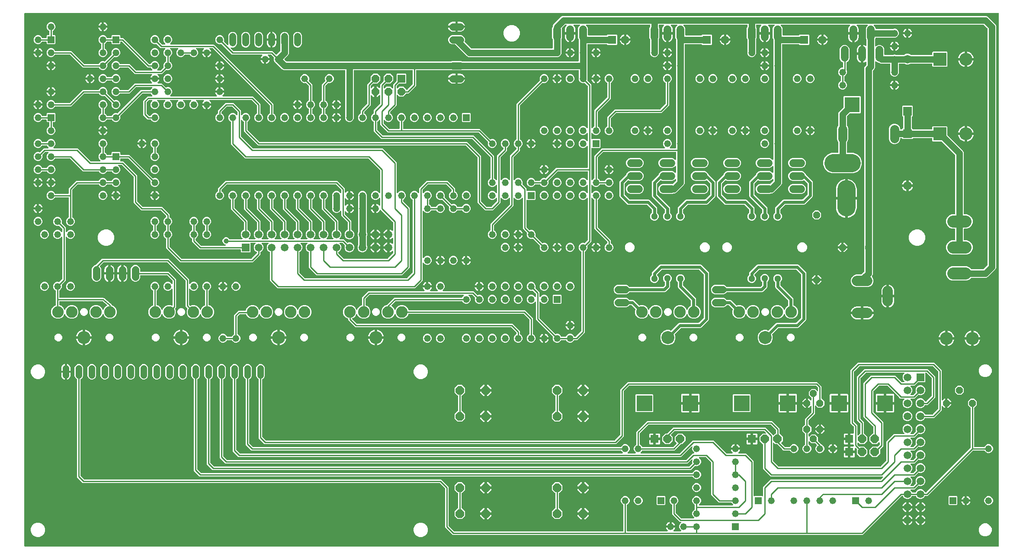
<source format=gbr>
G04 EAGLE Gerber RS-274X export*
G75*
%MOMM*%
%FSLAX34Y34*%
%LPD*%
%INBottom Copper*%
%IPPOS*%
%AMOC8*
5,1,8,0,0,1.08239X$1,22.5*%
G01*
%ADD10C,1.320800*%
%ADD11R,2.540000X2.540000*%
%ADD12C,2.540000*%
%ADD13C,1.676400*%
%ADD14R,1.676400X1.676400*%
%ADD15R,1.320800X1.320800*%
%ADD16C,3.556000*%
%ADD17C,2.000000*%
%ADD18C,1.524000*%
%ADD19P,1.429621X8X112.500000*%
%ADD20C,1.308000*%
%ADD21C,2.250000*%
%ADD22P,1.429621X8X22.500000*%
%ADD23C,2.400300*%
%ADD24R,1.650000X1.650000*%
%ADD25P,1.785944X8X292.500000*%
%ADD26R,3.116000X3.116000*%
%ADD27P,1.814519X8X112.500000*%
%ADD28C,1.600200*%
%ADD29R,1.600200X1.600200*%
%ADD30C,1.300000*%
%ADD31C,1.422400*%
%ADD32C,1.778000*%
%ADD33R,1.508000X1.508000*%
%ADD34C,1.508000*%
%ADD35P,1.429621X8X202.500000*%
%ADD36C,1.320800*%
%ADD37P,1.632244X8X202.500000*%
%ADD38C,1.270000*%
%ADD39C,1.206400*%
%ADD40C,3.000000*%
%ADD41P,1.461226X8X22.500000*%
%ADD42C,0.254000*%
%ADD43C,0.609600*%
%ADD44R,3.000000X3.000000*%
%ADD45C,1.006400*%

G36*
X1905118Y-1254D02*
X1905118Y-1254D01*
X1905237Y-1247D01*
X1905275Y-1234D01*
X1905316Y-1229D01*
X1905426Y-1186D01*
X1905539Y-1149D01*
X1905574Y-1127D01*
X1905611Y-1112D01*
X1905707Y-1043D01*
X1905808Y-979D01*
X1905836Y-949D01*
X1905869Y-926D01*
X1905945Y-834D01*
X1906026Y-747D01*
X1906046Y-712D01*
X1906071Y-681D01*
X1906122Y-573D01*
X1906180Y-469D01*
X1906190Y-429D01*
X1906207Y-393D01*
X1906229Y-276D01*
X1906259Y-161D01*
X1906263Y-101D01*
X1906267Y-81D01*
X1906265Y-60D01*
X1906269Y0D01*
X1906269Y1041400D01*
X1906254Y1041518D01*
X1906247Y1041637D01*
X1906234Y1041675D01*
X1906229Y1041716D01*
X1906186Y1041826D01*
X1906149Y1041939D01*
X1906127Y1041974D01*
X1906112Y1042011D01*
X1906043Y1042107D01*
X1905979Y1042208D01*
X1905949Y1042236D01*
X1905926Y1042269D01*
X1905834Y1042345D01*
X1905747Y1042426D01*
X1905712Y1042446D01*
X1905681Y1042471D01*
X1905573Y1042522D01*
X1905469Y1042580D01*
X1905429Y1042590D01*
X1905393Y1042607D01*
X1905276Y1042629D01*
X1905161Y1042659D01*
X1905101Y1042663D01*
X1905081Y1042667D01*
X1905060Y1042665D01*
X1905000Y1042669D01*
X0Y1042669D01*
X-118Y1042654D01*
X-237Y1042647D01*
X-275Y1042634D01*
X-316Y1042629D01*
X-426Y1042586D01*
X-539Y1042549D01*
X-574Y1042527D01*
X-611Y1042512D01*
X-707Y1042443D01*
X-808Y1042379D01*
X-836Y1042349D01*
X-869Y1042326D01*
X-945Y1042234D01*
X-1026Y1042147D01*
X-1046Y1042112D01*
X-1071Y1042081D01*
X-1122Y1041973D01*
X-1180Y1041869D01*
X-1190Y1041829D01*
X-1207Y1041793D01*
X-1229Y1041676D01*
X-1259Y1041561D01*
X-1263Y1041501D01*
X-1267Y1041481D01*
X-1265Y1041460D01*
X-1269Y1041400D01*
X-1269Y0D01*
X-1254Y-118D01*
X-1247Y-237D01*
X-1234Y-275D01*
X-1229Y-316D01*
X-1186Y-426D01*
X-1149Y-539D01*
X-1127Y-574D01*
X-1112Y-611D01*
X-1043Y-707D01*
X-979Y-808D01*
X-949Y-836D01*
X-926Y-869D01*
X-834Y-945D01*
X-747Y-1026D01*
X-712Y-1046D01*
X-681Y-1071D01*
X-573Y-1122D01*
X-469Y-1180D01*
X-429Y-1190D01*
X-393Y-1207D01*
X-276Y-1229D01*
X-161Y-1259D01*
X-101Y-1263D01*
X-81Y-1267D01*
X-60Y-1265D01*
X0Y-1269D01*
X1905000Y-1269D01*
X1905118Y-1254D01*
G37*
%LPC*%
G36*
X1039682Y397763D02*
X1039682Y397763D01*
X1036508Y399078D01*
X1034078Y401508D01*
X1032763Y404682D01*
X1032763Y408118D01*
X1033097Y408924D01*
X1033105Y408952D01*
X1033118Y408979D01*
X1033147Y409106D01*
X1033181Y409231D01*
X1033182Y409260D01*
X1033188Y409289D01*
X1033184Y409419D01*
X1033186Y409549D01*
X1033179Y409577D01*
X1033178Y409607D01*
X1033142Y409731D01*
X1033112Y409858D01*
X1033098Y409884D01*
X1033090Y409912D01*
X1033024Y410024D01*
X1032963Y410139D01*
X1032943Y410161D01*
X1032928Y410186D01*
X1032822Y410307D01*
X1002304Y440826D01*
X999997Y443132D01*
X999997Y476719D01*
X999980Y476856D01*
X999967Y476995D01*
X999960Y477014D01*
X999957Y477034D01*
X999906Y477163D01*
X999859Y477294D01*
X999848Y477311D01*
X999840Y477330D01*
X999759Y477443D01*
X999681Y477558D01*
X999665Y477571D01*
X999654Y477587D01*
X999546Y477676D01*
X999442Y477768D01*
X999424Y477777D01*
X999409Y477790D01*
X999283Y477849D01*
X999159Y477913D01*
X999139Y477917D01*
X999121Y477926D01*
X998985Y477952D01*
X998849Y477982D01*
X998828Y477982D01*
X998809Y477986D01*
X998670Y477977D01*
X998531Y477973D01*
X998511Y477967D01*
X998491Y477966D01*
X998359Y477923D01*
X998225Y477884D01*
X998208Y477874D01*
X998189Y477868D01*
X998071Y477793D01*
X997951Y477723D01*
X997930Y477704D01*
X997920Y477698D01*
X997906Y477683D01*
X997831Y477616D01*
X995492Y475278D01*
X992318Y473963D01*
X988882Y473963D01*
X985708Y475278D01*
X983278Y477708D01*
X981963Y480882D01*
X981963Y484318D01*
X983278Y487492D01*
X985708Y489922D01*
X988882Y491237D01*
X992318Y491237D01*
X995492Y489922D01*
X997831Y487584D01*
X997940Y487498D01*
X998047Y487410D01*
X998066Y487401D01*
X998082Y487389D01*
X998210Y487333D01*
X998335Y487274D01*
X998355Y487270D01*
X998374Y487262D01*
X998512Y487240D01*
X998648Y487214D01*
X998668Y487216D01*
X998688Y487213D01*
X998827Y487226D01*
X998965Y487234D01*
X998984Y487240D01*
X999004Y487242D01*
X999136Y487290D01*
X999267Y487332D01*
X999285Y487343D01*
X999304Y487350D01*
X999419Y487428D01*
X999536Y487502D01*
X999550Y487517D01*
X999567Y487529D01*
X999659Y487633D01*
X999754Y487734D01*
X999764Y487752D01*
X999777Y487767D01*
X999841Y487891D01*
X999908Y488013D01*
X999913Y488032D01*
X999922Y488050D01*
X999952Y488186D01*
X999987Y488320D01*
X999989Y488349D01*
X999992Y488360D01*
X999991Y488381D01*
X999997Y488481D01*
X999997Y493406D01*
X999985Y493504D01*
X999982Y493603D01*
X999965Y493662D01*
X999957Y493722D01*
X999921Y493814D01*
X999893Y493909D01*
X999863Y493961D01*
X999840Y494017D01*
X999782Y494097D01*
X999732Y494183D01*
X999666Y494258D01*
X999654Y494275D01*
X999644Y494283D01*
X999626Y494304D01*
X994507Y499422D01*
X994484Y499440D01*
X994465Y499463D01*
X994359Y499537D01*
X994256Y499617D01*
X994229Y499629D01*
X994205Y499646D01*
X994083Y499692D01*
X993964Y499743D01*
X993935Y499748D01*
X993907Y499758D01*
X993778Y499773D01*
X993650Y499793D01*
X993621Y499790D01*
X993591Y499794D01*
X993463Y499776D01*
X993333Y499763D01*
X993306Y499753D01*
X993276Y499749D01*
X993124Y499697D01*
X992318Y499363D01*
X988882Y499363D01*
X985708Y500678D01*
X983278Y503108D01*
X981963Y506282D01*
X981963Y509718D01*
X983278Y512892D01*
X985708Y515322D01*
X988882Y516637D01*
X992318Y516637D01*
X995492Y515322D01*
X997922Y512892D01*
X999237Y509718D01*
X999237Y506282D01*
X998903Y505476D01*
X998895Y505448D01*
X998882Y505421D01*
X998853Y505294D01*
X998819Y505169D01*
X998818Y505140D01*
X998812Y505111D01*
X998816Y504981D01*
X998814Y504851D01*
X998821Y504823D01*
X998822Y504793D01*
X998858Y504669D01*
X998888Y504542D01*
X998902Y504516D01*
X998910Y504488D01*
X998976Y504376D01*
X999037Y504261D01*
X999057Y504239D01*
X999072Y504214D01*
X999178Y504093D01*
X1006603Y496668D01*
X1006603Y488481D01*
X1006620Y488344D01*
X1006633Y488205D01*
X1006640Y488186D01*
X1006643Y488166D01*
X1006694Y488037D01*
X1006741Y487906D01*
X1006752Y487889D01*
X1006760Y487870D01*
X1006841Y487757D01*
X1006919Y487642D01*
X1006935Y487629D01*
X1006946Y487613D01*
X1007054Y487524D01*
X1007158Y487432D01*
X1007176Y487423D01*
X1007191Y487410D01*
X1007317Y487351D01*
X1007441Y487287D01*
X1007461Y487283D01*
X1007479Y487274D01*
X1007615Y487248D01*
X1007751Y487218D01*
X1007772Y487218D01*
X1007791Y487214D01*
X1007930Y487223D01*
X1008069Y487227D01*
X1008089Y487233D01*
X1008109Y487234D01*
X1008241Y487277D01*
X1008375Y487316D01*
X1008392Y487326D01*
X1008411Y487332D01*
X1008529Y487407D01*
X1008649Y487477D01*
X1008670Y487496D01*
X1008680Y487502D01*
X1008694Y487517D01*
X1008769Y487584D01*
X1011108Y489922D01*
X1014282Y491237D01*
X1017718Y491237D01*
X1020892Y489922D01*
X1023322Y487492D01*
X1024637Y484318D01*
X1024637Y480882D01*
X1023322Y477708D01*
X1020892Y475278D01*
X1017718Y473963D01*
X1014282Y473963D01*
X1011108Y475278D01*
X1008769Y477616D01*
X1008660Y477702D01*
X1008553Y477790D01*
X1008534Y477799D01*
X1008518Y477811D01*
X1008390Y477867D01*
X1008265Y477926D01*
X1008245Y477930D01*
X1008226Y477938D01*
X1008088Y477960D01*
X1007952Y477986D01*
X1007932Y477984D01*
X1007912Y477987D01*
X1007773Y477974D01*
X1007635Y477966D01*
X1007616Y477960D01*
X1007596Y477958D01*
X1007464Y477910D01*
X1007333Y477868D01*
X1007315Y477857D01*
X1007296Y477850D01*
X1007181Y477772D01*
X1007064Y477698D01*
X1007050Y477683D01*
X1007033Y477671D01*
X1006941Y477567D01*
X1006846Y477466D01*
X1006836Y477448D01*
X1006823Y477433D01*
X1006759Y477309D01*
X1006692Y477187D01*
X1006687Y477168D01*
X1006678Y477150D01*
X1006648Y477014D01*
X1006613Y476880D01*
X1006611Y476851D01*
X1006608Y476840D01*
X1006609Y476819D01*
X1006603Y476719D01*
X1006603Y446394D01*
X1006615Y446296D01*
X1006618Y446197D01*
X1006635Y446138D01*
X1006643Y446078D01*
X1006679Y445986D01*
X1006707Y445891D01*
X1006737Y445839D01*
X1006760Y445783D01*
X1006818Y445703D01*
X1006868Y445617D01*
X1006934Y445542D01*
X1006946Y445525D01*
X1006956Y445517D01*
X1006974Y445496D01*
X1037493Y414978D01*
X1037516Y414960D01*
X1037535Y414937D01*
X1037641Y414863D01*
X1037744Y414783D01*
X1037771Y414771D01*
X1037795Y414754D01*
X1037917Y414708D01*
X1038036Y414657D01*
X1038065Y414652D01*
X1038093Y414642D01*
X1038222Y414627D01*
X1038350Y414607D01*
X1038379Y414610D01*
X1038409Y414606D01*
X1038537Y414624D01*
X1038667Y414637D01*
X1038694Y414647D01*
X1038724Y414651D01*
X1038876Y414703D01*
X1039682Y415037D01*
X1043118Y415037D01*
X1046292Y413722D01*
X1048722Y411292D01*
X1049056Y410486D01*
X1049070Y410461D01*
X1049079Y410433D01*
X1049149Y410323D01*
X1049213Y410210D01*
X1049234Y410189D01*
X1049250Y410164D01*
X1049344Y410075D01*
X1049435Y409982D01*
X1049460Y409966D01*
X1049481Y409946D01*
X1049595Y409883D01*
X1049706Y409815D01*
X1049734Y409807D01*
X1049760Y409792D01*
X1049885Y409760D01*
X1050010Y409722D01*
X1050039Y409720D01*
X1050068Y409713D01*
X1050228Y409703D01*
X1057972Y409703D01*
X1058001Y409706D01*
X1058030Y409704D01*
X1058159Y409726D01*
X1058287Y409743D01*
X1058315Y409753D01*
X1058344Y409758D01*
X1058462Y409812D01*
X1058583Y409860D01*
X1058607Y409877D01*
X1058634Y409889D01*
X1058735Y409970D01*
X1058840Y410046D01*
X1058859Y410069D01*
X1058882Y410088D01*
X1058960Y410191D01*
X1059043Y410291D01*
X1059056Y410318D01*
X1059073Y410342D01*
X1059144Y410486D01*
X1059478Y411292D01*
X1061908Y413722D01*
X1065082Y415037D01*
X1068518Y415037D01*
X1071692Y413722D01*
X1074122Y411292D01*
X1074456Y410486D01*
X1074470Y410461D01*
X1074479Y410433D01*
X1074549Y410323D01*
X1074613Y410210D01*
X1074634Y410189D01*
X1074650Y410164D01*
X1074744Y410075D01*
X1074835Y409982D01*
X1074860Y409966D01*
X1074881Y409946D01*
X1074995Y409883D01*
X1075106Y409815D01*
X1075134Y409807D01*
X1075160Y409792D01*
X1075286Y409760D01*
X1075410Y409722D01*
X1075439Y409720D01*
X1075468Y409713D01*
X1075628Y409703D01*
X1077606Y409703D01*
X1077704Y409715D01*
X1077803Y409718D01*
X1077862Y409735D01*
X1077922Y409743D01*
X1078014Y409779D01*
X1078109Y409807D01*
X1078161Y409837D01*
X1078217Y409860D01*
X1078297Y409918D01*
X1078383Y409968D01*
X1078458Y410034D01*
X1078475Y410046D01*
X1078483Y410056D01*
X1078504Y410074D01*
X1088526Y420096D01*
X1088586Y420175D01*
X1088654Y420247D01*
X1088683Y420300D01*
X1088720Y420348D01*
X1088760Y420439D01*
X1088808Y420525D01*
X1088823Y420584D01*
X1088847Y420639D01*
X1088862Y420737D01*
X1088887Y420833D01*
X1088893Y420933D01*
X1088897Y420954D01*
X1088895Y420966D01*
X1088897Y420994D01*
X1088897Y575372D01*
X1088894Y575401D01*
X1088896Y575430D01*
X1088874Y575558D01*
X1088857Y575687D01*
X1088847Y575715D01*
X1088842Y575744D01*
X1088788Y575862D01*
X1088740Y575983D01*
X1088723Y576007D01*
X1088711Y576034D01*
X1088630Y576135D01*
X1088554Y576240D01*
X1088531Y576259D01*
X1088512Y576282D01*
X1088409Y576360D01*
X1088309Y576443D01*
X1088282Y576456D01*
X1088258Y576473D01*
X1088114Y576544D01*
X1087308Y576878D01*
X1084878Y579308D01*
X1083563Y582482D01*
X1083563Y585918D01*
X1084878Y589092D01*
X1087308Y591522D01*
X1090482Y592837D01*
X1093918Y592837D01*
X1094724Y592503D01*
X1094752Y592495D01*
X1094779Y592482D01*
X1094906Y592453D01*
X1095031Y592419D01*
X1095060Y592418D01*
X1095089Y592412D01*
X1095219Y592416D01*
X1095349Y592414D01*
X1095377Y592421D01*
X1095407Y592422D01*
X1095531Y592458D01*
X1095658Y592488D01*
X1095684Y592502D01*
X1095712Y592510D01*
X1095824Y592576D01*
X1095939Y592637D01*
X1095961Y592657D01*
X1095986Y592672D01*
X1096107Y592778D01*
X1101226Y597896D01*
X1101286Y597975D01*
X1101354Y598047D01*
X1101383Y598100D01*
X1101420Y598148D01*
X1101460Y598239D01*
X1101508Y598325D01*
X1101523Y598384D01*
X1101547Y598439D01*
X1101562Y598537D01*
X1101587Y598633D01*
X1101593Y598733D01*
X1101597Y598753D01*
X1101595Y598766D01*
X1101597Y598794D01*
X1101597Y679919D01*
X1101580Y680056D01*
X1101567Y680195D01*
X1101560Y680214D01*
X1101557Y680234D01*
X1101506Y680363D01*
X1101459Y680494D01*
X1101448Y680511D01*
X1101440Y680530D01*
X1101359Y680643D01*
X1101281Y680758D01*
X1101265Y680771D01*
X1101254Y680787D01*
X1101146Y680876D01*
X1101042Y680968D01*
X1101024Y680977D01*
X1101009Y680990D01*
X1100883Y681049D01*
X1100759Y681113D01*
X1100739Y681117D01*
X1100721Y681126D01*
X1100585Y681152D01*
X1100449Y681182D01*
X1100428Y681182D01*
X1100409Y681186D01*
X1100270Y681177D01*
X1100131Y681173D01*
X1100111Y681167D01*
X1100091Y681166D01*
X1099959Y681123D01*
X1099825Y681084D01*
X1099808Y681074D01*
X1099789Y681068D01*
X1099671Y680993D01*
X1099551Y680923D01*
X1099530Y680904D01*
X1099520Y680898D01*
X1099506Y680883D01*
X1099431Y680816D01*
X1097092Y678478D01*
X1093918Y677163D01*
X1090482Y677163D01*
X1087308Y678478D01*
X1084878Y680908D01*
X1083563Y684082D01*
X1083563Y687518D01*
X1084878Y690692D01*
X1087308Y693122D01*
X1090482Y694437D01*
X1093918Y694437D01*
X1097092Y693122D01*
X1099431Y690784D01*
X1099540Y690698D01*
X1099647Y690610D01*
X1099666Y690601D01*
X1099682Y690589D01*
X1099810Y690533D01*
X1099935Y690474D01*
X1099955Y690470D01*
X1099974Y690462D01*
X1100112Y690440D01*
X1100248Y690414D01*
X1100268Y690416D01*
X1100288Y690413D01*
X1100427Y690426D01*
X1100565Y690434D01*
X1100584Y690440D01*
X1100604Y690442D01*
X1100736Y690490D01*
X1100867Y690532D01*
X1100885Y690543D01*
X1100904Y690550D01*
X1101019Y690628D01*
X1101136Y690702D01*
X1101150Y690717D01*
X1101167Y690729D01*
X1101259Y690833D01*
X1101354Y690934D01*
X1101364Y690952D01*
X1101377Y690967D01*
X1101441Y691091D01*
X1101508Y691213D01*
X1101513Y691232D01*
X1101522Y691250D01*
X1101552Y691386D01*
X1101587Y691520D01*
X1101589Y691549D01*
X1101592Y691560D01*
X1101591Y691581D01*
X1101597Y691681D01*
X1101597Y705319D01*
X1101580Y705456D01*
X1101567Y705595D01*
X1101560Y705614D01*
X1101557Y705634D01*
X1101506Y705763D01*
X1101459Y705894D01*
X1101448Y705911D01*
X1101440Y705930D01*
X1101359Y706043D01*
X1101281Y706158D01*
X1101265Y706171D01*
X1101254Y706187D01*
X1101146Y706276D01*
X1101042Y706368D01*
X1101024Y706377D01*
X1101009Y706390D01*
X1100883Y706449D01*
X1100759Y706513D01*
X1100739Y706517D01*
X1100721Y706526D01*
X1100585Y706552D01*
X1100449Y706582D01*
X1100428Y706582D01*
X1100409Y706586D01*
X1100270Y706577D01*
X1100131Y706573D01*
X1100111Y706567D01*
X1100091Y706566D01*
X1099959Y706523D01*
X1099825Y706484D01*
X1099808Y706474D01*
X1099789Y706468D01*
X1099671Y706393D01*
X1099551Y706323D01*
X1099530Y706304D01*
X1099520Y706298D01*
X1099506Y706283D01*
X1099431Y706216D01*
X1097092Y703878D01*
X1093918Y702563D01*
X1090482Y702563D01*
X1087308Y703878D01*
X1084878Y706308D01*
X1083563Y709482D01*
X1083563Y712918D01*
X1084878Y716092D01*
X1087308Y718522D01*
X1090482Y719837D01*
X1093918Y719837D01*
X1097092Y718522D01*
X1099431Y716184D01*
X1099525Y716110D01*
X1099536Y716100D01*
X1099543Y716096D01*
X1099647Y716010D01*
X1099666Y716001D01*
X1099682Y715989D01*
X1099810Y715933D01*
X1099935Y715874D01*
X1099955Y715870D01*
X1099974Y715862D01*
X1100112Y715840D01*
X1100248Y715814D01*
X1100268Y715816D01*
X1100288Y715813D01*
X1100427Y715826D01*
X1100565Y715834D01*
X1100584Y715840D01*
X1100604Y715842D01*
X1100736Y715890D01*
X1100867Y715932D01*
X1100885Y715943D01*
X1100904Y715950D01*
X1101019Y716028D01*
X1101136Y716102D01*
X1101150Y716117D01*
X1101167Y716129D01*
X1101259Y716233D01*
X1101354Y716334D01*
X1101364Y716352D01*
X1101377Y716367D01*
X1101441Y716491D01*
X1101508Y716613D01*
X1101513Y716632D01*
X1101522Y716650D01*
X1101552Y716786D01*
X1101587Y716920D01*
X1101589Y716949D01*
X1101592Y716960D01*
X1101591Y716981D01*
X1101597Y717081D01*
X1101597Y732028D01*
X1101582Y732146D01*
X1101575Y732265D01*
X1101562Y732303D01*
X1101557Y732344D01*
X1101514Y732454D01*
X1101477Y732567D01*
X1101455Y732602D01*
X1101440Y732639D01*
X1101371Y732735D01*
X1101307Y732836D01*
X1101277Y732864D01*
X1101254Y732897D01*
X1101162Y732973D01*
X1101075Y733054D01*
X1101040Y733074D01*
X1101009Y733099D01*
X1100901Y733150D01*
X1100797Y733208D01*
X1100757Y733218D01*
X1100721Y733235D01*
X1100604Y733257D01*
X1100489Y733287D01*
X1100429Y733291D01*
X1100409Y733295D01*
X1100388Y733293D01*
X1100328Y733297D01*
X1043294Y733297D01*
X1043196Y733285D01*
X1043097Y733282D01*
X1043038Y733265D01*
X1042978Y733257D01*
X1042886Y733221D01*
X1042791Y733193D01*
X1042739Y733163D01*
X1042683Y733140D01*
X1042603Y733082D01*
X1042517Y733032D01*
X1042442Y732966D01*
X1042425Y732954D01*
X1042417Y732944D01*
X1042396Y732926D01*
X1024578Y715107D01*
X1024560Y715084D01*
X1024537Y715065D01*
X1024463Y714959D01*
X1024383Y714856D01*
X1024371Y714829D01*
X1024354Y714805D01*
X1024308Y714683D01*
X1024257Y714564D01*
X1024252Y714535D01*
X1024242Y714507D01*
X1024227Y714378D01*
X1024207Y714250D01*
X1024210Y714221D01*
X1024206Y714191D01*
X1024224Y714063D01*
X1024237Y713933D01*
X1024247Y713906D01*
X1024251Y713876D01*
X1024303Y713724D01*
X1024637Y712918D01*
X1024637Y709482D01*
X1023322Y706308D01*
X1020892Y703878D01*
X1017718Y702563D01*
X1014282Y702563D01*
X1011108Y703878D01*
X1008678Y706308D01*
X1008344Y707114D01*
X1008330Y707139D01*
X1008321Y707167D01*
X1008251Y707277D01*
X1008187Y707390D01*
X1008166Y707411D01*
X1008150Y707436D01*
X1008056Y707525D01*
X1007965Y707618D01*
X1007940Y707634D01*
X1007919Y707654D01*
X1007805Y707717D01*
X1007694Y707785D01*
X1007666Y707793D01*
X1007640Y707808D01*
X1007515Y707840D01*
X1007390Y707878D01*
X1007361Y707880D01*
X1007332Y707887D01*
X1007172Y707897D01*
X999428Y707897D01*
X999399Y707894D01*
X999370Y707896D01*
X999242Y707874D01*
X999113Y707857D01*
X999085Y707847D01*
X999056Y707842D01*
X998938Y707788D01*
X998817Y707740D01*
X998793Y707723D01*
X998766Y707711D01*
X998665Y707630D01*
X998560Y707554D01*
X998541Y707531D01*
X998518Y707512D01*
X998440Y707409D01*
X998357Y707309D01*
X998344Y707282D01*
X998327Y707258D01*
X998256Y707114D01*
X997922Y706308D01*
X995492Y703878D01*
X992318Y702563D01*
X988882Y702563D01*
X985708Y703878D01*
X983278Y706308D01*
X981963Y709482D01*
X981963Y712918D01*
X983278Y716092D01*
X985708Y718522D01*
X988882Y719837D01*
X992318Y719837D01*
X995492Y718522D01*
X997922Y716092D01*
X998256Y715286D01*
X998270Y715261D01*
X998279Y715233D01*
X998349Y715123D01*
X998413Y715010D01*
X998434Y714989D01*
X998450Y714964D01*
X998544Y714875D01*
X998635Y714782D01*
X998660Y714766D01*
X998681Y714746D01*
X998795Y714683D01*
X998906Y714615D01*
X998934Y714607D01*
X998960Y714592D01*
X999085Y714560D01*
X999210Y714522D01*
X999239Y714520D01*
X999268Y714513D01*
X999428Y714503D01*
X1007172Y714503D01*
X1007201Y714506D01*
X1007230Y714504D01*
X1007358Y714526D01*
X1007487Y714543D01*
X1007515Y714553D01*
X1007544Y714558D01*
X1007662Y714612D01*
X1007783Y714660D01*
X1007807Y714677D01*
X1007834Y714689D01*
X1007935Y714770D01*
X1008040Y714846D01*
X1008059Y714869D01*
X1008082Y714888D01*
X1008160Y714991D01*
X1008243Y715091D01*
X1008256Y715118D01*
X1008273Y715142D01*
X1008344Y715286D01*
X1008678Y716092D01*
X1011108Y718522D01*
X1014282Y719837D01*
X1017718Y719837D01*
X1018524Y719503D01*
X1018552Y719495D01*
X1018579Y719482D01*
X1018706Y719453D01*
X1018831Y719419D01*
X1018860Y719418D01*
X1018889Y719412D01*
X1019019Y719416D01*
X1019149Y719414D01*
X1019177Y719421D01*
X1019207Y719422D01*
X1019331Y719458D01*
X1019458Y719488D01*
X1019484Y719502D01*
X1019512Y719510D01*
X1019624Y719576D01*
X1019739Y719637D01*
X1019761Y719657D01*
X1019786Y719672D01*
X1019907Y719778D01*
X1037726Y737596D01*
X1040032Y739903D01*
X1100328Y739903D01*
X1100446Y739918D01*
X1100565Y739925D01*
X1100603Y739938D01*
X1100644Y739943D01*
X1100754Y739986D01*
X1100867Y740023D01*
X1100902Y740045D01*
X1100939Y740060D01*
X1101035Y740129D01*
X1101136Y740193D01*
X1101164Y740223D01*
X1101197Y740246D01*
X1101273Y740338D01*
X1101354Y740425D01*
X1101374Y740460D01*
X1101399Y740491D01*
X1101450Y740599D01*
X1101508Y740703D01*
X1101518Y740743D01*
X1101535Y740779D01*
X1101557Y740896D01*
X1101587Y741011D01*
X1101591Y741071D01*
X1101595Y741091D01*
X1101593Y741112D01*
X1101597Y741172D01*
X1101597Y781519D01*
X1101580Y781656D01*
X1101567Y781795D01*
X1101560Y781814D01*
X1101557Y781834D01*
X1101506Y781963D01*
X1101459Y782094D01*
X1101448Y782111D01*
X1101440Y782130D01*
X1101359Y782243D01*
X1101281Y782358D01*
X1101265Y782371D01*
X1101254Y782387D01*
X1101146Y782476D01*
X1101042Y782568D01*
X1101024Y782577D01*
X1101009Y782590D01*
X1100883Y782649D01*
X1100759Y782713D01*
X1100739Y782717D01*
X1100721Y782726D01*
X1100585Y782752D01*
X1100449Y782782D01*
X1100428Y782782D01*
X1100409Y782786D01*
X1100270Y782777D01*
X1100131Y782773D01*
X1100111Y782767D01*
X1100091Y782766D01*
X1099959Y782723D01*
X1099825Y782684D01*
X1099808Y782674D01*
X1099789Y782668D01*
X1099671Y782593D01*
X1099551Y782523D01*
X1099530Y782504D01*
X1099520Y782498D01*
X1099506Y782483D01*
X1099431Y782416D01*
X1097092Y780078D01*
X1093918Y778763D01*
X1090482Y778763D01*
X1087308Y780078D01*
X1084878Y782508D01*
X1083563Y785682D01*
X1083563Y789118D01*
X1084878Y792292D01*
X1087308Y794722D01*
X1090482Y796037D01*
X1093918Y796037D01*
X1097092Y794722D01*
X1099431Y792384D01*
X1099509Y792323D01*
X1099581Y792255D01*
X1099616Y792236D01*
X1099647Y792210D01*
X1099666Y792201D01*
X1099682Y792189D01*
X1099773Y792149D01*
X1099859Y792102D01*
X1099898Y792092D01*
X1099935Y792074D01*
X1099955Y792070D01*
X1099974Y792062D01*
X1100073Y792047D01*
X1100167Y792022D01*
X1100227Y792018D01*
X1100248Y792014D01*
X1100268Y792016D01*
X1100288Y792013D01*
X1100301Y792014D01*
X1100328Y792012D01*
X1100444Y792027D01*
X1100565Y792034D01*
X1100584Y792040D01*
X1100604Y792042D01*
X1100624Y792049D01*
X1100644Y792052D01*
X1100753Y792095D01*
X1100867Y792132D01*
X1100885Y792143D01*
X1100904Y792150D01*
X1100921Y792162D01*
X1100939Y792169D01*
X1101034Y792238D01*
X1101136Y792302D01*
X1101150Y792317D01*
X1101167Y792329D01*
X1101180Y792344D01*
X1101197Y792356D01*
X1101272Y792446D01*
X1101354Y792534D01*
X1101364Y792552D01*
X1101377Y792567D01*
X1101387Y792585D01*
X1101399Y792601D01*
X1101450Y792708D01*
X1101508Y792813D01*
X1101513Y792832D01*
X1101522Y792850D01*
X1101526Y792870D01*
X1101535Y792888D01*
X1101557Y793005D01*
X1101587Y793120D01*
X1101589Y793149D01*
X1101592Y793160D01*
X1101591Y793181D01*
X1101595Y793201D01*
X1101593Y793221D01*
X1101597Y793281D01*
X1101597Y806919D01*
X1101580Y807056D01*
X1101567Y807195D01*
X1101560Y807214D01*
X1101557Y807234D01*
X1101506Y807363D01*
X1101459Y807494D01*
X1101448Y807511D01*
X1101440Y807530D01*
X1101359Y807643D01*
X1101281Y807758D01*
X1101265Y807771D01*
X1101254Y807787D01*
X1101146Y807876D01*
X1101042Y807968D01*
X1101024Y807977D01*
X1101009Y807990D01*
X1100883Y808049D01*
X1100759Y808113D01*
X1100739Y808117D01*
X1100721Y808126D01*
X1100585Y808152D01*
X1100449Y808182D01*
X1100428Y808182D01*
X1100409Y808186D01*
X1100270Y808177D01*
X1100131Y808173D01*
X1100111Y808167D01*
X1100091Y808166D01*
X1099959Y808123D01*
X1099825Y808084D01*
X1099808Y808074D01*
X1099789Y808068D01*
X1099671Y807993D01*
X1099551Y807923D01*
X1099530Y807904D01*
X1099520Y807898D01*
X1099506Y807883D01*
X1099431Y807816D01*
X1097092Y805478D01*
X1093918Y804163D01*
X1090482Y804163D01*
X1087308Y805478D01*
X1084878Y807908D01*
X1083563Y811082D01*
X1083563Y814518D01*
X1084878Y817692D01*
X1087308Y820122D01*
X1090482Y821437D01*
X1093918Y821437D01*
X1097092Y820122D01*
X1099431Y817784D01*
X1099540Y817698D01*
X1099647Y817610D01*
X1099666Y817601D01*
X1099682Y817589D01*
X1099810Y817533D01*
X1099935Y817474D01*
X1099955Y817470D01*
X1099974Y817462D01*
X1100112Y817440D01*
X1100248Y817414D01*
X1100268Y817416D01*
X1100288Y817413D01*
X1100427Y817426D01*
X1100565Y817434D01*
X1100584Y817440D01*
X1100604Y817442D01*
X1100736Y817490D01*
X1100867Y817532D01*
X1100885Y817543D01*
X1100904Y817550D01*
X1101019Y817628D01*
X1101136Y817702D01*
X1101150Y817717D01*
X1101167Y817729D01*
X1101259Y817833D01*
X1101354Y817934D01*
X1101364Y817952D01*
X1101377Y817967D01*
X1101441Y818091D01*
X1101508Y818213D01*
X1101513Y818232D01*
X1101522Y818250D01*
X1101552Y818386D01*
X1101587Y818520D01*
X1101589Y818549D01*
X1101592Y818560D01*
X1101591Y818581D01*
X1101597Y818681D01*
X1101597Y899806D01*
X1101585Y899904D01*
X1101582Y900003D01*
X1101565Y900062D01*
X1101557Y900122D01*
X1101521Y900214D01*
X1101493Y900309D01*
X1101463Y900361D01*
X1101440Y900417D01*
X1101382Y900497D01*
X1101332Y900583D01*
X1101266Y900658D01*
X1101254Y900675D01*
X1101244Y900683D01*
X1101226Y900704D01*
X1096107Y905822D01*
X1096084Y905840D01*
X1096065Y905863D01*
X1095959Y905937D01*
X1095856Y906017D01*
X1095829Y906029D01*
X1095805Y906046D01*
X1095683Y906092D01*
X1095564Y906143D01*
X1095535Y906148D01*
X1095507Y906158D01*
X1095378Y906173D01*
X1095250Y906193D01*
X1095221Y906190D01*
X1095191Y906194D01*
X1095063Y906176D01*
X1094933Y906163D01*
X1094906Y906153D01*
X1094876Y906149D01*
X1094724Y906097D01*
X1093918Y905763D01*
X1090482Y905763D01*
X1087308Y907078D01*
X1084878Y909508D01*
X1083563Y912682D01*
X1083563Y916118D01*
X1083721Y916498D01*
X1083723Y916507D01*
X1083728Y916515D01*
X1083765Y916660D01*
X1083805Y916805D01*
X1083805Y916814D01*
X1083807Y916823D01*
X1083817Y916984D01*
X1083817Y930148D01*
X1083802Y930266D01*
X1083795Y930385D01*
X1083782Y930423D01*
X1083777Y930464D01*
X1083734Y930574D01*
X1083697Y930687D01*
X1083675Y930722D01*
X1083660Y930759D01*
X1083591Y930855D01*
X1083527Y930956D01*
X1083497Y930984D01*
X1083474Y931017D01*
X1083382Y931093D01*
X1083295Y931174D01*
X1083260Y931194D01*
X1083229Y931219D01*
X1083121Y931270D01*
X1083017Y931328D01*
X1082977Y931338D01*
X1082941Y931355D01*
X1082824Y931377D01*
X1082709Y931407D01*
X1082649Y931411D01*
X1082629Y931415D01*
X1082608Y931413D01*
X1082548Y931417D01*
X855573Y931417D01*
X855564Y931416D01*
X855555Y931417D01*
X855406Y931396D01*
X855258Y931377D01*
X855249Y931374D01*
X855240Y931373D01*
X855087Y931321D01*
X853481Y930655D01*
X835619Y930655D01*
X834013Y931321D01*
X834004Y931323D01*
X833996Y931328D01*
X833850Y931365D01*
X833706Y931405D01*
X833697Y931405D01*
X833688Y931407D01*
X833527Y931417D01*
X766572Y931417D01*
X766454Y931402D01*
X766335Y931395D01*
X766297Y931382D01*
X766256Y931377D01*
X766146Y931334D01*
X766033Y931297D01*
X765998Y931275D01*
X765961Y931260D01*
X765865Y931191D01*
X765764Y931127D01*
X765736Y931097D01*
X765703Y931074D01*
X765627Y930982D01*
X765546Y930895D01*
X765526Y930860D01*
X765501Y930829D01*
X765450Y930721D01*
X765392Y930617D01*
X765382Y930577D01*
X765365Y930541D01*
X765343Y930424D01*
X765313Y930309D01*
X765309Y930249D01*
X765305Y930229D01*
X765307Y930208D01*
X765303Y930148D01*
X765303Y900332D01*
X750668Y885697D01*
X747361Y885697D01*
X747263Y885685D01*
X747164Y885682D01*
X747105Y885665D01*
X747045Y885657D01*
X746953Y885621D01*
X746858Y885593D01*
X746806Y885563D01*
X746750Y885540D01*
X746669Y885482D01*
X746584Y885432D01*
X746509Y885366D01*
X746492Y885354D01*
X746484Y885344D01*
X746463Y885326D01*
X740565Y879427D01*
X732635Y879427D01*
X729369Y882693D01*
X729260Y882778D01*
X729153Y882867D01*
X729134Y882875D01*
X729118Y882888D01*
X728990Y882943D01*
X728865Y883002D01*
X728845Y883006D01*
X728826Y883014D01*
X728688Y883036D01*
X728552Y883062D01*
X728532Y883061D01*
X728512Y883064D01*
X728373Y883051D01*
X728235Y883042D01*
X728216Y883036D01*
X728196Y883034D01*
X728064Y882987D01*
X727933Y882944D01*
X727915Y882933D01*
X727896Y882926D01*
X727781Y882848D01*
X727664Y882774D01*
X727650Y882759D01*
X727633Y882748D01*
X727541Y882644D01*
X727446Y882542D01*
X727436Y882525D01*
X727423Y882509D01*
X727359Y882385D01*
X727292Y882264D01*
X727287Y882244D01*
X727278Y882226D01*
X727248Y882090D01*
X727213Y881956D01*
X727211Y881928D01*
X727208Y881916D01*
X727209Y881895D01*
X727203Y881795D01*
X727203Y862232D01*
X714874Y849904D01*
X714814Y849825D01*
X714746Y849753D01*
X714717Y849700D01*
X714680Y849652D01*
X714640Y849561D01*
X714592Y849475D01*
X714577Y849416D01*
X714553Y849361D01*
X714538Y849263D01*
X714513Y849167D01*
X714507Y849067D01*
X714503Y849046D01*
X714505Y849034D01*
X714503Y849006D01*
X714503Y847028D01*
X714506Y846999D01*
X714504Y846970D01*
X714526Y846842D01*
X714543Y846713D01*
X714553Y846685D01*
X714558Y846656D01*
X714612Y846538D01*
X714660Y846417D01*
X714677Y846393D01*
X714689Y846366D01*
X714770Y846265D01*
X714846Y846160D01*
X714869Y846141D01*
X714888Y846118D01*
X714991Y846040D01*
X715091Y845957D01*
X715118Y845944D01*
X715142Y845927D01*
X715286Y845856D01*
X716092Y845522D01*
X718522Y843092D01*
X719837Y839918D01*
X719837Y836482D01*
X718522Y833308D01*
X716092Y830878D01*
X712918Y829563D01*
X709482Y829563D01*
X706308Y830878D01*
X703969Y833216D01*
X703860Y833302D01*
X703753Y833390D01*
X703734Y833399D01*
X703718Y833411D01*
X703590Y833467D01*
X703465Y833526D01*
X703445Y833530D01*
X703426Y833538D01*
X703288Y833560D01*
X703152Y833586D01*
X703132Y833584D01*
X703112Y833587D01*
X702973Y833574D01*
X702835Y833566D01*
X702816Y833560D01*
X702796Y833558D01*
X702664Y833510D01*
X702533Y833468D01*
X702515Y833457D01*
X702496Y833450D01*
X702381Y833372D01*
X702264Y833298D01*
X702250Y833283D01*
X702233Y833271D01*
X702141Y833167D01*
X702046Y833066D01*
X702036Y833048D01*
X702023Y833033D01*
X701959Y832909D01*
X701892Y832787D01*
X701887Y832768D01*
X701878Y832750D01*
X701848Y832614D01*
X701813Y832480D01*
X701811Y832451D01*
X701808Y832440D01*
X701809Y832419D01*
X701803Y832319D01*
X701803Y827394D01*
X701815Y827296D01*
X701818Y827197D01*
X701835Y827138D01*
X701843Y827078D01*
X701879Y826986D01*
X701907Y826891D01*
X701937Y826839D01*
X701960Y826783D01*
X702018Y826703D01*
X702068Y826617D01*
X702134Y826542D01*
X702146Y826525D01*
X702156Y826517D01*
X702174Y826496D01*
X712196Y816474D01*
X712275Y816414D01*
X712347Y816346D01*
X712400Y816317D01*
X712448Y816280D01*
X712539Y816240D01*
X712625Y816192D01*
X712684Y816177D01*
X712739Y816153D01*
X712837Y816138D01*
X712933Y816113D01*
X713033Y816107D01*
X713054Y816103D01*
X713066Y816105D01*
X713094Y816103D01*
X732028Y816103D01*
X732146Y816118D01*
X732265Y816125D01*
X732303Y816138D01*
X732344Y816143D01*
X732454Y816186D01*
X732567Y816223D01*
X732602Y816245D01*
X732639Y816260D01*
X732735Y816329D01*
X732836Y816393D01*
X732864Y816423D01*
X732897Y816446D01*
X732973Y816538D01*
X733054Y816625D01*
X733074Y816660D01*
X733099Y816691D01*
X733150Y816799D01*
X733208Y816903D01*
X733218Y816943D01*
X733235Y816979D01*
X733257Y817096D01*
X733287Y817211D01*
X733291Y817271D01*
X733295Y817291D01*
X733294Y817310D01*
X733295Y817317D01*
X733294Y817324D01*
X733297Y817372D01*
X733297Y829372D01*
X733294Y829401D01*
X733296Y829430D01*
X733274Y829558D01*
X733257Y829687D01*
X733247Y829715D01*
X733242Y829744D01*
X733188Y829862D01*
X733140Y829983D01*
X733123Y830007D01*
X733111Y830034D01*
X733030Y830135D01*
X732954Y830240D01*
X732931Y830259D01*
X732912Y830282D01*
X732809Y830360D01*
X732709Y830443D01*
X732682Y830456D01*
X732658Y830473D01*
X732514Y830544D01*
X731708Y830878D01*
X729278Y833308D01*
X727963Y836482D01*
X727963Y839918D01*
X729278Y843092D01*
X731708Y845522D01*
X734882Y846837D01*
X738318Y846837D01*
X741492Y845522D01*
X743922Y843092D01*
X745237Y839918D01*
X745237Y836482D01*
X743922Y833308D01*
X741492Y830878D01*
X740686Y830544D01*
X740661Y830530D01*
X740633Y830521D01*
X740523Y830451D01*
X740410Y830387D01*
X740389Y830366D01*
X740364Y830350D01*
X740275Y830256D01*
X740182Y830165D01*
X740166Y830140D01*
X740146Y830119D01*
X740083Y830005D01*
X740015Y829894D01*
X740007Y829866D01*
X739992Y829840D01*
X739960Y829715D01*
X739922Y829590D01*
X739920Y829561D01*
X739913Y829532D01*
X739903Y829372D01*
X739903Y817372D01*
X739918Y817254D01*
X739925Y817135D01*
X739938Y817097D01*
X739943Y817056D01*
X739986Y816946D01*
X740023Y816833D01*
X740045Y816798D01*
X740060Y816761D01*
X740129Y816665D01*
X740193Y816564D01*
X740223Y816536D01*
X740246Y816503D01*
X740338Y816427D01*
X740425Y816346D01*
X740460Y816326D01*
X740491Y816301D01*
X740599Y816250D01*
X740703Y816192D01*
X740743Y816182D01*
X740779Y816165D01*
X740896Y816143D01*
X741011Y816113D01*
X741071Y816109D01*
X741091Y816105D01*
X741112Y816107D01*
X741172Y816103D01*
X890368Y816103D01*
X910493Y795978D01*
X910516Y795960D01*
X910535Y795937D01*
X910641Y795863D01*
X910744Y795783D01*
X910771Y795771D01*
X910795Y795754D01*
X910917Y795708D01*
X911036Y795657D01*
X911065Y795652D01*
X911093Y795642D01*
X911222Y795627D01*
X911350Y795607D01*
X911379Y795610D01*
X911409Y795606D01*
X911537Y795624D01*
X911667Y795637D01*
X911694Y795647D01*
X911724Y795651D01*
X911876Y795703D01*
X912682Y796037D01*
X916118Y796037D01*
X919292Y794722D01*
X921722Y792292D01*
X923037Y789118D01*
X923037Y785682D01*
X921722Y782508D01*
X919292Y780078D01*
X916118Y778763D01*
X912682Y778763D01*
X909508Y780078D01*
X907078Y782508D01*
X905763Y785682D01*
X905763Y789118D01*
X906097Y789924D01*
X906105Y789952D01*
X906118Y789979D01*
X906147Y790105D01*
X906181Y790231D01*
X906182Y790260D01*
X906188Y790289D01*
X906184Y790419D01*
X906186Y790549D01*
X906179Y790577D01*
X906178Y790607D01*
X906142Y790732D01*
X906112Y790858D01*
X906098Y790884D01*
X906090Y790912D01*
X906024Y791024D01*
X905963Y791139D01*
X905943Y791161D01*
X905928Y791186D01*
X905822Y791307D01*
X888004Y809126D01*
X887925Y809186D01*
X887853Y809254D01*
X887800Y809283D01*
X887752Y809320D01*
X887661Y809360D01*
X887575Y809408D01*
X887516Y809423D01*
X887461Y809447D01*
X887363Y809462D01*
X887267Y809487D01*
X887167Y809493D01*
X887146Y809497D01*
X887134Y809495D01*
X887106Y809497D01*
X709832Y809497D01*
X695197Y824132D01*
X695197Y832319D01*
X695180Y832456D01*
X695167Y832595D01*
X695160Y832614D01*
X695157Y832634D01*
X695106Y832763D01*
X695059Y832894D01*
X695048Y832911D01*
X695040Y832930D01*
X694959Y833043D01*
X694881Y833158D01*
X694865Y833171D01*
X694854Y833187D01*
X694746Y833276D01*
X694642Y833368D01*
X694624Y833377D01*
X694609Y833390D01*
X694483Y833449D01*
X694359Y833513D01*
X694339Y833517D01*
X694321Y833526D01*
X694185Y833552D01*
X694049Y833582D01*
X694028Y833582D01*
X694009Y833586D01*
X693870Y833577D01*
X693731Y833573D01*
X693711Y833567D01*
X693691Y833566D01*
X693559Y833523D01*
X693425Y833484D01*
X693408Y833474D01*
X693389Y833468D01*
X693271Y833393D01*
X693151Y833323D01*
X693130Y833304D01*
X693120Y833298D01*
X693106Y833283D01*
X693031Y833216D01*
X690692Y830878D01*
X689886Y830544D01*
X689861Y830530D01*
X689833Y830521D01*
X689723Y830451D01*
X689610Y830387D01*
X689589Y830366D01*
X689564Y830350D01*
X689475Y830256D01*
X689382Y830165D01*
X689366Y830140D01*
X689346Y830119D01*
X689283Y830005D01*
X689215Y829894D01*
X689207Y829866D01*
X689192Y829840D01*
X689160Y829715D01*
X689122Y829590D01*
X689120Y829561D01*
X689113Y829532D01*
X689103Y829372D01*
X689103Y814694D01*
X689115Y814596D01*
X689118Y814497D01*
X689135Y814438D01*
X689143Y814378D01*
X689179Y814286D01*
X689207Y814191D01*
X689237Y814139D01*
X689260Y814083D01*
X689318Y814003D01*
X689368Y813917D01*
X689434Y813842D01*
X689446Y813825D01*
X689456Y813817D01*
X689474Y813796D01*
X699496Y803774D01*
X699575Y803714D01*
X699647Y803646D01*
X699700Y803617D01*
X699748Y803580D01*
X699839Y803540D01*
X699925Y803492D01*
X699984Y803477D01*
X700039Y803453D01*
X700137Y803438D01*
X700233Y803413D01*
X700333Y803407D01*
X700354Y803403D01*
X700366Y803405D01*
X700394Y803403D01*
X877668Y803403D01*
X917703Y763368D01*
X917703Y720028D01*
X917706Y719999D01*
X917704Y719970D01*
X917726Y719842D01*
X917743Y719713D01*
X917753Y719685D01*
X917758Y719656D01*
X917812Y719538D01*
X917860Y719417D01*
X917877Y719393D01*
X917889Y719366D01*
X917970Y719265D01*
X918046Y719160D01*
X918069Y719141D01*
X918088Y719118D01*
X918191Y719040D01*
X918291Y718957D01*
X918318Y718944D01*
X918342Y718927D01*
X918486Y718856D01*
X919292Y718522D01*
X921631Y716184D01*
X921725Y716110D01*
X921736Y716100D01*
X921743Y716096D01*
X921847Y716010D01*
X921866Y716001D01*
X921882Y715989D01*
X922010Y715933D01*
X922135Y715874D01*
X922155Y715870D01*
X922174Y715862D01*
X922312Y715840D01*
X922448Y715814D01*
X922468Y715816D01*
X922488Y715813D01*
X922627Y715826D01*
X922765Y715834D01*
X922784Y715840D01*
X922804Y715842D01*
X922936Y715890D01*
X923067Y715932D01*
X923085Y715943D01*
X923104Y715950D01*
X923219Y716028D01*
X923336Y716102D01*
X923350Y716117D01*
X923367Y716129D01*
X923459Y716233D01*
X923554Y716334D01*
X923564Y716352D01*
X923577Y716367D01*
X923641Y716491D01*
X923708Y716613D01*
X923713Y716632D01*
X923722Y716650D01*
X923752Y716786D01*
X923787Y716920D01*
X923789Y716949D01*
X923792Y716960D01*
X923791Y716981D01*
X923797Y717081D01*
X923797Y763368D01*
X936126Y775696D01*
X936186Y775775D01*
X936254Y775847D01*
X936283Y775900D01*
X936320Y775948D01*
X936360Y776039D01*
X936408Y776125D01*
X936423Y776184D01*
X936447Y776239D01*
X936462Y776337D01*
X936487Y776433D01*
X936493Y776533D01*
X936497Y776554D01*
X936495Y776566D01*
X936497Y776594D01*
X936497Y778572D01*
X936494Y778601D01*
X936496Y778630D01*
X936474Y778758D01*
X936457Y778887D01*
X936447Y778915D01*
X936442Y778944D01*
X936388Y779062D01*
X936340Y779183D01*
X936323Y779207D01*
X936311Y779234D01*
X936230Y779335D01*
X936154Y779440D01*
X936131Y779459D01*
X936112Y779482D01*
X936009Y779560D01*
X935909Y779643D01*
X935882Y779656D01*
X935858Y779673D01*
X935714Y779744D01*
X934908Y780078D01*
X932478Y782508D01*
X931163Y785682D01*
X931163Y789118D01*
X932478Y792292D01*
X934908Y794722D01*
X938082Y796037D01*
X941518Y796037D01*
X944692Y794722D01*
X947122Y792292D01*
X948437Y789118D01*
X948437Y785682D01*
X947122Y782508D01*
X944692Y780078D01*
X943886Y779744D01*
X943861Y779730D01*
X943833Y779721D01*
X943723Y779651D01*
X943610Y779587D01*
X943589Y779566D01*
X943564Y779550D01*
X943475Y779456D01*
X943382Y779365D01*
X943366Y779340D01*
X943346Y779319D01*
X943283Y779205D01*
X943215Y779094D01*
X943207Y779066D01*
X943192Y779040D01*
X943160Y778915D01*
X943122Y778790D01*
X943120Y778761D01*
X943113Y778732D01*
X943103Y778572D01*
X943103Y773332D01*
X930774Y761004D01*
X930714Y760925D01*
X930646Y760853D01*
X930617Y760800D01*
X930580Y760752D01*
X930540Y760661D01*
X930492Y760575D01*
X930477Y760516D01*
X930453Y760461D01*
X930438Y760363D01*
X930413Y760267D01*
X930407Y760167D01*
X930403Y760146D01*
X930405Y760134D01*
X930403Y760106D01*
X930403Y717081D01*
X930420Y716944D01*
X930425Y716894D01*
X930425Y716889D01*
X930433Y716805D01*
X930440Y716786D01*
X930443Y716766D01*
X930494Y716637D01*
X930541Y716506D01*
X930552Y716489D01*
X930560Y716470D01*
X930641Y716357D01*
X930719Y716242D01*
X930735Y716229D01*
X930746Y716213D01*
X930854Y716124D01*
X930958Y716032D01*
X930976Y716023D01*
X930991Y716010D01*
X931117Y715951D01*
X931241Y715887D01*
X931261Y715883D01*
X931279Y715874D01*
X931415Y715848D01*
X931551Y715818D01*
X931572Y715818D01*
X931591Y715814D01*
X931730Y715823D01*
X931869Y715827D01*
X931889Y715833D01*
X931909Y715834D01*
X932041Y715877D01*
X932175Y715916D01*
X932192Y715926D01*
X932211Y715932D01*
X932329Y716007D01*
X932449Y716077D01*
X932470Y716096D01*
X932480Y716102D01*
X932494Y716117D01*
X932569Y716184D01*
X934908Y718522D01*
X938082Y719837D01*
X941518Y719837D01*
X944692Y718522D01*
X947031Y716184D01*
X947125Y716110D01*
X947136Y716100D01*
X947143Y716096D01*
X947247Y716010D01*
X947266Y716001D01*
X947282Y715989D01*
X947410Y715933D01*
X947535Y715874D01*
X947555Y715870D01*
X947574Y715862D01*
X947712Y715840D01*
X947848Y715814D01*
X947868Y715816D01*
X947888Y715813D01*
X948027Y715826D01*
X948165Y715834D01*
X948184Y715840D01*
X948204Y715842D01*
X948336Y715890D01*
X948467Y715932D01*
X948485Y715943D01*
X948504Y715950D01*
X948619Y716028D01*
X948736Y716102D01*
X948750Y716117D01*
X948767Y716129D01*
X948859Y716233D01*
X948954Y716334D01*
X948964Y716352D01*
X948977Y716367D01*
X949041Y716491D01*
X949108Y716613D01*
X949113Y716632D01*
X949122Y716650D01*
X949152Y716786D01*
X949187Y716920D01*
X949189Y716949D01*
X949192Y716960D01*
X949191Y716981D01*
X949197Y717081D01*
X949197Y763368D01*
X961526Y775696D01*
X961586Y775775D01*
X961654Y775847D01*
X961683Y775900D01*
X961720Y775948D01*
X961760Y776039D01*
X961808Y776125D01*
X961823Y776184D01*
X961847Y776239D01*
X961862Y776337D01*
X961887Y776433D01*
X961893Y776533D01*
X961897Y776554D01*
X961895Y776566D01*
X961897Y776594D01*
X961897Y778572D01*
X961894Y778601D01*
X961896Y778630D01*
X961874Y778758D01*
X961857Y778887D01*
X961847Y778915D01*
X961842Y778944D01*
X961788Y779062D01*
X961740Y779183D01*
X961723Y779207D01*
X961711Y779234D01*
X961630Y779335D01*
X961554Y779440D01*
X961531Y779459D01*
X961512Y779482D01*
X961409Y779560D01*
X961309Y779643D01*
X961282Y779656D01*
X961258Y779673D01*
X961114Y779744D01*
X960308Y780078D01*
X957878Y782508D01*
X956563Y785682D01*
X956563Y789118D01*
X957878Y792292D01*
X960308Y794722D01*
X961114Y795056D01*
X961139Y795070D01*
X961167Y795079D01*
X961277Y795149D01*
X961390Y795213D01*
X961411Y795234D01*
X961436Y795250D01*
X961525Y795344D01*
X961618Y795435D01*
X961634Y795460D01*
X961654Y795481D01*
X961717Y795595D01*
X961785Y795706D01*
X961793Y795734D01*
X961808Y795760D01*
X961840Y795885D01*
X961878Y796010D01*
X961880Y796039D01*
X961887Y796068D01*
X961897Y796228D01*
X961897Y864968D01*
X1007422Y910493D01*
X1007440Y910516D01*
X1007463Y910535D01*
X1007537Y910641D01*
X1007617Y910744D01*
X1007629Y910771D01*
X1007646Y910795D01*
X1007692Y910917D01*
X1007743Y911036D01*
X1007748Y911065D01*
X1007758Y911093D01*
X1007773Y911222D01*
X1007793Y911350D01*
X1007790Y911379D01*
X1007794Y911409D01*
X1007776Y911537D01*
X1007763Y911667D01*
X1007753Y911694D01*
X1007749Y911724D01*
X1007697Y911876D01*
X1007363Y912682D01*
X1007363Y916118D01*
X1008678Y919292D01*
X1011108Y921722D01*
X1014282Y923037D01*
X1017718Y923037D01*
X1020892Y921722D01*
X1023322Y919292D01*
X1024637Y916118D01*
X1024637Y912682D01*
X1023322Y909508D01*
X1020892Y907078D01*
X1017718Y905763D01*
X1014282Y905763D01*
X1013476Y906097D01*
X1013448Y906105D01*
X1013421Y906118D01*
X1013294Y906147D01*
X1013169Y906181D01*
X1013140Y906182D01*
X1013111Y906188D01*
X1012981Y906184D01*
X1012851Y906186D01*
X1012823Y906179D01*
X1012793Y906178D01*
X1012669Y906142D01*
X1012542Y906112D01*
X1012516Y906098D01*
X1012488Y906090D01*
X1012376Y906024D01*
X1012261Y905963D01*
X1012239Y905943D01*
X1012214Y905928D01*
X1012093Y905822D01*
X968874Y862604D01*
X968814Y862525D01*
X968746Y862453D01*
X968717Y862400D01*
X968680Y862352D01*
X968640Y862261D01*
X968592Y862175D01*
X968577Y862116D01*
X968553Y862061D01*
X968538Y861963D01*
X968513Y861867D01*
X968507Y861767D01*
X968503Y861746D01*
X968505Y861734D01*
X968503Y861706D01*
X968503Y796228D01*
X968506Y796199D01*
X968504Y796170D01*
X968526Y796042D01*
X968543Y795913D01*
X968553Y795885D01*
X968558Y795856D01*
X968612Y795738D01*
X968660Y795617D01*
X968677Y795593D01*
X968689Y795566D01*
X968770Y795465D01*
X968846Y795360D01*
X968869Y795341D01*
X968888Y795318D01*
X968991Y795240D01*
X969091Y795157D01*
X969118Y795144D01*
X969142Y795127D01*
X969286Y795056D01*
X970092Y794722D01*
X972522Y792292D01*
X973837Y789118D01*
X973837Y785682D01*
X972522Y782508D01*
X970092Y780078D01*
X969286Y779744D01*
X969261Y779730D01*
X969233Y779721D01*
X969123Y779651D01*
X969010Y779587D01*
X968989Y779566D01*
X968964Y779550D01*
X968875Y779456D01*
X968782Y779365D01*
X968766Y779340D01*
X968746Y779319D01*
X968683Y779205D01*
X968615Y779094D01*
X968607Y779066D01*
X968592Y779040D01*
X968560Y778915D01*
X968522Y778790D01*
X968520Y778761D01*
X968513Y778732D01*
X968503Y778572D01*
X968503Y773332D01*
X956174Y761004D01*
X956114Y760925D01*
X956046Y760853D01*
X956017Y760800D01*
X955980Y760752D01*
X955940Y760661D01*
X955892Y760575D01*
X955877Y760516D01*
X955853Y760461D01*
X955838Y760363D01*
X955813Y760267D01*
X955807Y760167D01*
X955803Y760146D01*
X955805Y760134D01*
X955803Y760106D01*
X955803Y717081D01*
X955820Y716944D01*
X955825Y716894D01*
X955825Y716889D01*
X955833Y716805D01*
X955840Y716786D01*
X955843Y716766D01*
X955894Y716637D01*
X955941Y716506D01*
X955952Y716489D01*
X955960Y716470D01*
X956041Y716357D01*
X956119Y716242D01*
X956135Y716229D01*
X956146Y716213D01*
X956254Y716124D01*
X956358Y716032D01*
X956376Y716023D01*
X956391Y716010D01*
X956517Y715951D01*
X956641Y715887D01*
X956661Y715883D01*
X956679Y715874D01*
X956815Y715848D01*
X956951Y715818D01*
X956972Y715818D01*
X956991Y715814D01*
X957130Y715823D01*
X957269Y715827D01*
X957289Y715833D01*
X957309Y715834D01*
X957441Y715877D01*
X957575Y715916D01*
X957592Y715926D01*
X957611Y715932D01*
X957729Y716007D01*
X957849Y716077D01*
X957870Y716096D01*
X957880Y716102D01*
X957894Y716117D01*
X957969Y716184D01*
X960308Y718522D01*
X963482Y719837D01*
X966918Y719837D01*
X970092Y718522D01*
X972522Y716092D01*
X973837Y712918D01*
X973837Y709482D01*
X973503Y708676D01*
X973495Y708648D01*
X973482Y708621D01*
X973453Y708495D01*
X973419Y708369D01*
X973418Y708340D01*
X973412Y708311D01*
X973416Y708181D01*
X973414Y708051D01*
X973421Y708023D01*
X973422Y707993D01*
X973458Y707868D01*
X973488Y707742D01*
X973502Y707716D01*
X973510Y707688D01*
X973576Y707576D01*
X973637Y707461D01*
X973657Y707439D01*
X973672Y707414D01*
X973778Y707293D01*
X981203Y699868D01*
X981203Y695550D01*
X981220Y695412D01*
X981233Y695273D01*
X981240Y695254D01*
X981243Y695234D01*
X981294Y695105D01*
X981341Y694974D01*
X981352Y694957D01*
X981360Y694938D01*
X981441Y694826D01*
X981519Y694711D01*
X981535Y694697D01*
X981546Y694681D01*
X981654Y694592D01*
X981758Y694500D01*
X981776Y694491D01*
X981791Y694478D01*
X981917Y694419D01*
X982041Y694356D01*
X982061Y694351D01*
X982079Y694343D01*
X982215Y694317D01*
X982351Y694286D01*
X982372Y694287D01*
X982391Y694283D01*
X982530Y694292D01*
X982669Y694296D01*
X982689Y694301D01*
X982709Y694303D01*
X982841Y694346D01*
X982975Y694384D01*
X982992Y694395D01*
X983011Y694401D01*
X983068Y694437D01*
X998046Y694437D01*
X999237Y693246D01*
X999237Y678354D01*
X998046Y677163D01*
X983071Y677163D01*
X982990Y677198D01*
X982865Y677257D01*
X982845Y677261D01*
X982826Y677269D01*
X982689Y677291D01*
X982552Y677317D01*
X982532Y677316D01*
X982512Y677319D01*
X982374Y677306D01*
X982235Y677297D01*
X982216Y677291D01*
X982196Y677289D01*
X982065Y677242D01*
X981933Y677199D01*
X981916Y677188D01*
X981896Y677182D01*
X981781Y677103D01*
X981664Y677029D01*
X981650Y677014D01*
X981633Y677003D01*
X981542Y676899D01*
X981446Y676797D01*
X981436Y676780D01*
X981423Y676765D01*
X981360Y676641D01*
X981292Y676519D01*
X981287Y676499D01*
X981278Y676481D01*
X981248Y676345D01*
X981213Y676211D01*
X981211Y676183D01*
X981208Y676171D01*
X981209Y676151D01*
X981203Y676050D01*
X981203Y624194D01*
X981215Y624096D01*
X981218Y623997D01*
X981235Y623938D01*
X981243Y623878D01*
X981279Y623786D01*
X981307Y623691D01*
X981337Y623639D01*
X981360Y623583D01*
X981418Y623503D01*
X981468Y623417D01*
X981534Y623342D01*
X981546Y623325D01*
X981556Y623317D01*
X981574Y623296D01*
X986693Y618178D01*
X986716Y618160D01*
X986735Y618137D01*
X986841Y618063D01*
X986944Y617983D01*
X986971Y617971D01*
X986995Y617954D01*
X987117Y617908D01*
X987236Y617857D01*
X987265Y617852D01*
X987293Y617842D01*
X987422Y617827D01*
X987550Y617807D01*
X987579Y617810D01*
X987609Y617806D01*
X987737Y617824D01*
X987867Y617837D01*
X987894Y617847D01*
X987924Y617851D01*
X988076Y617903D01*
X988882Y618237D01*
X992318Y618237D01*
X995492Y616922D01*
X997922Y614492D01*
X999237Y611318D01*
X999237Y607882D01*
X998903Y607076D01*
X998895Y607048D01*
X998882Y607021D01*
X998853Y606895D01*
X998819Y606769D01*
X998818Y606740D01*
X998812Y606711D01*
X998816Y606581D01*
X998814Y606451D01*
X998821Y606423D01*
X998822Y606393D01*
X998858Y606268D01*
X998888Y606142D01*
X998902Y606116D01*
X998910Y606088D01*
X998976Y605976D01*
X999037Y605861D01*
X999057Y605839D01*
X999072Y605814D01*
X999178Y605693D01*
X1012093Y592778D01*
X1012116Y592760D01*
X1012135Y592737D01*
X1012241Y592663D01*
X1012344Y592583D01*
X1012371Y592571D01*
X1012395Y592554D01*
X1012517Y592508D01*
X1012636Y592457D01*
X1012665Y592452D01*
X1012693Y592442D01*
X1012822Y592427D01*
X1012950Y592407D01*
X1012979Y592410D01*
X1013009Y592406D01*
X1013137Y592424D01*
X1013267Y592437D01*
X1013294Y592447D01*
X1013324Y592451D01*
X1013476Y592503D01*
X1014282Y592837D01*
X1017718Y592837D01*
X1020892Y591522D01*
X1023322Y589092D01*
X1024637Y585918D01*
X1024637Y582482D01*
X1023322Y579308D01*
X1020892Y576878D01*
X1017718Y575563D01*
X1014282Y575563D01*
X1011108Y576878D01*
X1008678Y579308D01*
X1007363Y582482D01*
X1007363Y585918D01*
X1007697Y586724D01*
X1007705Y586752D01*
X1007718Y586779D01*
X1007747Y586905D01*
X1007781Y587031D01*
X1007782Y587060D01*
X1007788Y587089D01*
X1007784Y587219D01*
X1007786Y587349D01*
X1007779Y587377D01*
X1007778Y587407D01*
X1007742Y587532D01*
X1007712Y587658D01*
X1007698Y587684D01*
X1007690Y587712D01*
X1007624Y587824D01*
X1007563Y587939D01*
X1007543Y587961D01*
X1007528Y587986D01*
X1007422Y588107D01*
X994507Y601022D01*
X994484Y601040D01*
X994465Y601063D01*
X994359Y601137D01*
X994256Y601217D01*
X994229Y601229D01*
X994205Y601246D01*
X994083Y601292D01*
X993964Y601343D01*
X993935Y601348D01*
X993907Y601358D01*
X993778Y601373D01*
X993650Y601393D01*
X993621Y601390D01*
X993591Y601394D01*
X993463Y601376D01*
X993333Y601363D01*
X993306Y601353D01*
X993276Y601349D01*
X993124Y601297D01*
X992318Y600963D01*
X988882Y600963D01*
X985708Y602278D01*
X983278Y604708D01*
X981963Y607882D01*
X981963Y611318D01*
X982297Y612124D01*
X982305Y612152D01*
X982318Y612179D01*
X982347Y612305D01*
X982381Y612431D01*
X982382Y612460D01*
X982388Y612489D01*
X982384Y612619D01*
X982386Y612749D01*
X982379Y612777D01*
X982378Y612807D01*
X982342Y612932D01*
X982312Y613058D01*
X982298Y613084D01*
X982290Y613112D01*
X982224Y613224D01*
X982163Y613339D01*
X982143Y613361D01*
X982128Y613386D01*
X982022Y613507D01*
X974597Y620932D01*
X974597Y679919D01*
X974580Y680056D01*
X974567Y680195D01*
X974560Y680214D01*
X974557Y680234D01*
X974506Y680363D01*
X974459Y680494D01*
X974448Y680511D01*
X974440Y680530D01*
X974359Y680643D01*
X974281Y680758D01*
X974265Y680771D01*
X974254Y680787D01*
X974146Y680876D01*
X974042Y680968D01*
X974024Y680977D01*
X974009Y680990D01*
X973883Y681049D01*
X973759Y681113D01*
X973739Y681117D01*
X973721Y681126D01*
X973585Y681152D01*
X973449Y681182D01*
X973428Y681182D01*
X973409Y681186D01*
X973270Y681177D01*
X973131Y681173D01*
X973111Y681167D01*
X973091Y681166D01*
X972959Y681123D01*
X972825Y681084D01*
X972808Y681074D01*
X972789Y681068D01*
X972671Y680993D01*
X972551Y680923D01*
X972530Y680904D01*
X972520Y680898D01*
X972506Y680883D01*
X972431Y680816D01*
X970092Y678478D01*
X966918Y677163D01*
X963482Y677163D01*
X960308Y678478D01*
X957969Y680816D01*
X957860Y680902D01*
X957753Y680990D01*
X957734Y680999D01*
X957718Y681011D01*
X957590Y681067D01*
X957465Y681126D01*
X957445Y681130D01*
X957426Y681138D01*
X957288Y681160D01*
X957152Y681186D01*
X957132Y681184D01*
X957112Y681187D01*
X956973Y681174D01*
X956835Y681166D01*
X956816Y681160D01*
X956796Y681158D01*
X956664Y681110D01*
X956533Y681068D01*
X956515Y681057D01*
X956496Y681050D01*
X956381Y680972D01*
X956264Y680898D01*
X956250Y680883D01*
X956233Y680871D01*
X956141Y680767D01*
X956046Y680666D01*
X956036Y680648D01*
X956023Y680633D01*
X955959Y680509D01*
X955892Y680387D01*
X955887Y680368D01*
X955878Y680350D01*
X955848Y680214D01*
X955813Y680080D01*
X955811Y680051D01*
X955808Y680040D01*
X955809Y680019D01*
X955803Y679919D01*
X955803Y665382D01*
X918074Y627654D01*
X918014Y627575D01*
X917946Y627503D01*
X917917Y627450D01*
X917880Y627402D01*
X917840Y627311D01*
X917792Y627225D01*
X917777Y627166D01*
X917753Y627111D01*
X917738Y627013D01*
X917713Y626917D01*
X917707Y626817D01*
X917703Y626796D01*
X917705Y626784D01*
X917703Y626756D01*
X917703Y618428D01*
X917706Y618399D01*
X917704Y618370D01*
X917726Y618242D01*
X917743Y618113D01*
X917753Y618085D01*
X917758Y618056D01*
X917812Y617938D01*
X917860Y617817D01*
X917877Y617793D01*
X917889Y617766D01*
X917970Y617665D01*
X918046Y617560D01*
X918069Y617541D01*
X918088Y617518D01*
X918191Y617440D01*
X918291Y617357D01*
X918318Y617344D01*
X918342Y617327D01*
X918486Y617256D01*
X919292Y616922D01*
X921722Y614492D01*
X923037Y611318D01*
X923037Y607882D01*
X921722Y604708D01*
X919292Y602278D01*
X916118Y600963D01*
X912682Y600963D01*
X909508Y602278D01*
X907078Y604708D01*
X905763Y607882D01*
X905763Y611318D01*
X907078Y614492D01*
X909508Y616922D01*
X910314Y617256D01*
X910339Y617270D01*
X910367Y617279D01*
X910477Y617349D01*
X910590Y617413D01*
X910611Y617434D01*
X910636Y617450D01*
X910725Y617544D01*
X910818Y617635D01*
X910834Y617660D01*
X910854Y617681D01*
X910917Y617795D01*
X910985Y617906D01*
X910993Y617934D01*
X911008Y617960D01*
X911040Y618085D01*
X911078Y618210D01*
X911080Y618239D01*
X911087Y618268D01*
X911097Y618428D01*
X911097Y630018D01*
X948826Y667746D01*
X948886Y667825D01*
X948954Y667897D01*
X948983Y667950D01*
X949020Y667998D01*
X949060Y668089D01*
X949108Y668175D01*
X949123Y668234D01*
X949147Y668289D01*
X949162Y668387D01*
X949187Y668483D01*
X949193Y668583D01*
X949197Y668604D01*
X949195Y668616D01*
X949197Y668644D01*
X949197Y679919D01*
X949180Y680056D01*
X949167Y680195D01*
X949160Y680214D01*
X949157Y680234D01*
X949106Y680363D01*
X949059Y680494D01*
X949048Y680511D01*
X949040Y680530D01*
X948959Y680643D01*
X948881Y680758D01*
X948865Y680771D01*
X948854Y680787D01*
X948746Y680876D01*
X948642Y680968D01*
X948624Y680977D01*
X948609Y680990D01*
X948483Y681049D01*
X948359Y681113D01*
X948339Y681117D01*
X948321Y681126D01*
X948185Y681152D01*
X948049Y681182D01*
X948028Y681182D01*
X948009Y681186D01*
X947870Y681177D01*
X947731Y681173D01*
X947711Y681167D01*
X947691Y681166D01*
X947559Y681123D01*
X947425Y681084D01*
X947408Y681074D01*
X947389Y681068D01*
X947271Y680993D01*
X947151Y680923D01*
X947130Y680904D01*
X947120Y680898D01*
X947106Y680883D01*
X947031Y680816D01*
X944692Y678478D01*
X941518Y677163D01*
X938082Y677163D01*
X934908Y678478D01*
X932569Y680816D01*
X932460Y680902D01*
X932353Y680990D01*
X932334Y680999D01*
X932318Y681011D01*
X932190Y681067D01*
X932065Y681126D01*
X932045Y681130D01*
X932026Y681138D01*
X931888Y681160D01*
X931752Y681186D01*
X931732Y681184D01*
X931712Y681187D01*
X931573Y681174D01*
X931435Y681166D01*
X931416Y681160D01*
X931396Y681158D01*
X931264Y681110D01*
X931133Y681068D01*
X931115Y681057D01*
X931096Y681050D01*
X930981Y680972D01*
X930864Y680898D01*
X930850Y680883D01*
X930833Y680871D01*
X930741Y680767D01*
X930646Y680666D01*
X930636Y680648D01*
X930623Y680633D01*
X930559Y680509D01*
X930492Y680387D01*
X930487Y680368D01*
X930478Y680350D01*
X930448Y680214D01*
X930413Y680080D01*
X930411Y680051D01*
X930408Y680040D01*
X930409Y680019D01*
X930403Y679919D01*
X930403Y671732D01*
X915768Y657097D01*
X900332Y657097D01*
X885697Y671732D01*
X885697Y760106D01*
X885685Y760204D01*
X885682Y760303D01*
X885665Y760362D01*
X885657Y760422D01*
X885621Y760514D01*
X885593Y760609D01*
X885563Y760661D01*
X885540Y760717D01*
X885482Y760797D01*
X885432Y760883D01*
X885366Y760958D01*
X885354Y760975D01*
X885344Y760983D01*
X885326Y761004D01*
X862604Y783726D01*
X862525Y783786D01*
X862453Y783854D01*
X862400Y783883D01*
X862352Y783920D01*
X862261Y783960D01*
X862175Y784008D01*
X862116Y784023D01*
X862061Y784047D01*
X861963Y784062D01*
X861867Y784087D01*
X861767Y784093D01*
X861746Y784097D01*
X861734Y784095D01*
X861706Y784097D01*
X455832Y784097D01*
X428497Y811432D01*
X428497Y829372D01*
X428494Y829401D01*
X428496Y829430D01*
X428474Y829559D01*
X428457Y829687D01*
X428447Y829715D01*
X428442Y829744D01*
X428388Y829862D01*
X428340Y829983D01*
X428323Y830007D01*
X428311Y830034D01*
X428230Y830135D01*
X428154Y830240D01*
X428131Y830259D01*
X428112Y830282D01*
X428009Y830360D01*
X427909Y830443D01*
X427882Y830456D01*
X427858Y830473D01*
X427714Y830544D01*
X426908Y830878D01*
X424569Y833216D01*
X424460Y833302D01*
X424353Y833390D01*
X424334Y833399D01*
X424318Y833411D01*
X424190Y833467D01*
X424065Y833526D01*
X424045Y833530D01*
X424026Y833538D01*
X423888Y833560D01*
X423752Y833586D01*
X423732Y833584D01*
X423712Y833587D01*
X423573Y833574D01*
X423435Y833566D01*
X423416Y833560D01*
X423396Y833558D01*
X423264Y833510D01*
X423133Y833468D01*
X423115Y833457D01*
X423096Y833450D01*
X422981Y833372D01*
X422864Y833298D01*
X422850Y833283D01*
X422833Y833271D01*
X422741Y833167D01*
X422646Y833066D01*
X422636Y833048D01*
X422623Y833033D01*
X422559Y832909D01*
X422492Y832787D01*
X422487Y832768D01*
X422478Y832750D01*
X422448Y832614D01*
X422413Y832480D01*
X422411Y832451D01*
X422408Y832440D01*
X422409Y832419D01*
X422403Y832319D01*
X422403Y801994D01*
X422415Y801896D01*
X422418Y801797D01*
X422435Y801738D01*
X422443Y801678D01*
X422479Y801586D01*
X422507Y801491D01*
X422537Y801439D01*
X422560Y801383D01*
X422618Y801303D01*
X422668Y801217D01*
X422734Y801142D01*
X422746Y801125D01*
X422756Y801117D01*
X422774Y801096D01*
X445496Y778374D01*
X445575Y778314D01*
X445647Y778246D01*
X445700Y778217D01*
X445748Y778180D01*
X445839Y778140D01*
X445925Y778092D01*
X445984Y778077D01*
X446039Y778053D01*
X446137Y778038D01*
X446233Y778013D01*
X446333Y778007D01*
X446354Y778003D01*
X446366Y778005D01*
X446394Y778003D01*
X699868Y778003D01*
X727203Y750668D01*
X727203Y691681D01*
X727220Y691544D01*
X727233Y691405D01*
X727240Y691386D01*
X727243Y691366D01*
X727294Y691237D01*
X727341Y691106D01*
X727352Y691089D01*
X727360Y691070D01*
X727441Y690957D01*
X727519Y690842D01*
X727535Y690829D01*
X727546Y690813D01*
X727654Y690724D01*
X727758Y690632D01*
X727776Y690623D01*
X727791Y690610D01*
X727917Y690551D01*
X728041Y690487D01*
X728061Y690483D01*
X728079Y690474D01*
X728215Y690448D01*
X728351Y690418D01*
X728372Y690418D01*
X728391Y690414D01*
X728530Y690423D01*
X728669Y690427D01*
X728689Y690433D01*
X728709Y690434D01*
X728841Y690477D01*
X728975Y690516D01*
X728992Y690526D01*
X729011Y690532D01*
X729129Y690607D01*
X729249Y690677D01*
X729270Y690696D01*
X729280Y690702D01*
X729294Y690717D01*
X729369Y690784D01*
X731708Y693122D01*
X734882Y694437D01*
X738318Y694437D01*
X741492Y693122D01*
X743922Y690692D01*
X745237Y687518D01*
X745237Y684082D01*
X743922Y680908D01*
X741492Y678478D01*
X740686Y678144D01*
X740661Y678130D01*
X740633Y678121D01*
X740523Y678051D01*
X740410Y677987D01*
X740389Y677966D01*
X740364Y677950D01*
X740275Y677856D01*
X740182Y677765D01*
X740166Y677740D01*
X740146Y677719D01*
X740083Y677605D01*
X740015Y677494D01*
X740007Y677466D01*
X739992Y677440D01*
X739960Y677315D01*
X739922Y677190D01*
X739920Y677161D01*
X739913Y677132D01*
X739903Y676972D01*
X739903Y674994D01*
X739915Y674896D01*
X739918Y674797D01*
X739935Y674738D01*
X739943Y674678D01*
X739979Y674586D01*
X740007Y674491D01*
X740037Y674439D01*
X740060Y674383D01*
X740118Y674303D01*
X740168Y674217D01*
X740234Y674142D01*
X740246Y674125D01*
X740256Y674117D01*
X740274Y674096D01*
X752603Y661768D01*
X752603Y544732D01*
X750297Y542426D01*
X750296Y542426D01*
X740274Y532404D01*
X737968Y530097D01*
X570132Y530097D01*
X555497Y544732D01*
X555497Y574359D01*
X555494Y574388D01*
X555496Y574417D01*
X555474Y574545D01*
X555457Y574674D01*
X555447Y574701D01*
X555442Y574731D01*
X555388Y574849D01*
X555340Y574970D01*
X555323Y574994D01*
X555311Y575021D01*
X555230Y575122D01*
X555154Y575227D01*
X555131Y575246D01*
X555112Y575269D01*
X555009Y575347D01*
X554909Y575430D01*
X554882Y575442D01*
X554858Y575460D01*
X554714Y575531D01*
X553378Y576085D01*
X550685Y578778D01*
X549227Y582296D01*
X549227Y586104D01*
X550685Y589622D01*
X552493Y591431D01*
X552578Y591540D01*
X552667Y591647D01*
X552675Y591666D01*
X552688Y591682D01*
X552743Y591810D01*
X552802Y591935D01*
X552806Y591955D01*
X552814Y591974D01*
X552836Y592112D01*
X552862Y592248D01*
X552861Y592268D01*
X552864Y592288D01*
X552851Y592427D01*
X552842Y592565D01*
X552836Y592584D01*
X552834Y592604D01*
X552787Y592736D01*
X552744Y592867D01*
X552733Y592885D01*
X552726Y592904D01*
X552648Y593019D01*
X552574Y593136D01*
X552559Y593150D01*
X552548Y593167D01*
X552444Y593259D01*
X552342Y593354D01*
X552325Y593364D01*
X552309Y593377D01*
X552185Y593441D01*
X552064Y593508D01*
X552044Y593513D01*
X552026Y593522D01*
X551890Y593552D01*
X551756Y593587D01*
X551728Y593589D01*
X551716Y593592D01*
X551695Y593591D01*
X551595Y593597D01*
X540605Y593597D01*
X540467Y593580D01*
X540328Y593567D01*
X540309Y593560D01*
X540289Y593557D01*
X540160Y593506D01*
X540029Y593459D01*
X540012Y593448D01*
X539994Y593440D01*
X539881Y593359D01*
X539766Y593281D01*
X539753Y593265D01*
X539736Y593254D01*
X539647Y593146D01*
X539556Y593042D01*
X539546Y593024D01*
X539533Y593009D01*
X539474Y592883D01*
X539411Y592759D01*
X539407Y592739D01*
X539398Y592721D01*
X539372Y592584D01*
X539341Y592449D01*
X539342Y592428D01*
X539338Y592409D01*
X539347Y592270D01*
X539351Y592131D01*
X539357Y592111D01*
X539358Y592091D01*
X539401Y591959D01*
X539439Y591825D01*
X539450Y591808D01*
X539456Y591789D01*
X539531Y591671D01*
X539601Y591551D01*
X539619Y591530D01*
X539626Y591520D01*
X539641Y591506D01*
X539707Y591431D01*
X541515Y589622D01*
X542973Y586104D01*
X542973Y582296D01*
X541515Y578778D01*
X538822Y576085D01*
X537486Y575531D01*
X537461Y575517D01*
X537433Y575507D01*
X537323Y575438D01*
X537210Y575374D01*
X537189Y575353D01*
X537164Y575337D01*
X537075Y575243D01*
X536982Y575152D01*
X536966Y575127D01*
X536946Y575106D01*
X536883Y574992D01*
X536815Y574881D01*
X536807Y574853D01*
X536792Y574827D01*
X536760Y574701D01*
X536722Y574577D01*
X536720Y574548D01*
X536713Y574519D01*
X536703Y574359D01*
X536703Y535294D01*
X536715Y535196D01*
X536718Y535097D01*
X536735Y535038D01*
X536743Y534978D01*
X536779Y534886D01*
X536807Y534791D01*
X536837Y534739D01*
X536860Y534683D01*
X536918Y534603D01*
X536968Y534517D01*
X537034Y534442D01*
X537046Y534425D01*
X537056Y534417D01*
X537074Y534396D01*
X547096Y524374D01*
X547175Y524314D01*
X547247Y524246D01*
X547300Y524217D01*
X547348Y524180D01*
X547439Y524140D01*
X547525Y524092D01*
X547584Y524077D01*
X547639Y524053D01*
X547737Y524038D01*
X547833Y524013D01*
X547933Y524007D01*
X547954Y524003D01*
X547966Y524005D01*
X547994Y524003D01*
X747406Y524003D01*
X747504Y524015D01*
X747603Y524018D01*
X747662Y524035D01*
X747722Y524043D01*
X747814Y524079D01*
X747909Y524107D01*
X747961Y524137D01*
X748017Y524160D01*
X748097Y524218D01*
X748183Y524268D01*
X748258Y524334D01*
X748275Y524346D01*
X748283Y524356D01*
X748304Y524374D01*
X758326Y534396D01*
X758386Y534475D01*
X758454Y534547D01*
X758483Y534600D01*
X758520Y534648D01*
X758560Y534739D01*
X758608Y534825D01*
X758623Y534884D01*
X758647Y534939D01*
X758662Y535037D01*
X758687Y535133D01*
X758693Y535233D01*
X758697Y535254D01*
X758695Y535266D01*
X758697Y535294D01*
X758697Y676972D01*
X758694Y677001D01*
X758696Y677030D01*
X758674Y677159D01*
X758657Y677287D01*
X758647Y677315D01*
X758642Y677344D01*
X758588Y677462D01*
X758540Y677583D01*
X758523Y677607D01*
X758511Y677634D01*
X758430Y677735D01*
X758354Y677840D01*
X758331Y677859D01*
X758312Y677882D01*
X758209Y677960D01*
X758109Y678043D01*
X758082Y678056D01*
X758058Y678073D01*
X757914Y678144D01*
X757108Y678478D01*
X754678Y680908D01*
X753363Y684082D01*
X753363Y687518D01*
X754678Y690692D01*
X757108Y693122D01*
X760282Y694437D01*
X763718Y694437D01*
X766892Y693122D01*
X769231Y690784D01*
X769340Y690698D01*
X769447Y690610D01*
X769466Y690601D01*
X769482Y690589D01*
X769610Y690533D01*
X769735Y690474D01*
X769755Y690470D01*
X769774Y690462D01*
X769912Y690440D01*
X770048Y690414D01*
X770068Y690416D01*
X770088Y690413D01*
X770227Y690426D01*
X770365Y690434D01*
X770384Y690440D01*
X770404Y690442D01*
X770536Y690490D01*
X770667Y690532D01*
X770685Y690543D01*
X770704Y690550D01*
X770819Y690628D01*
X770936Y690702D01*
X770950Y690717D01*
X770967Y690729D01*
X771059Y690833D01*
X771154Y690934D01*
X771164Y690952D01*
X771177Y690967D01*
X771241Y691091D01*
X771308Y691213D01*
X771313Y691232D01*
X771322Y691250D01*
X771352Y691386D01*
X771387Y691520D01*
X771389Y691549D01*
X771392Y691560D01*
X771391Y691581D01*
X771397Y691681D01*
X771397Y699868D01*
X786032Y714503D01*
X826868Y714503D01*
X841503Y699868D01*
X841503Y694628D01*
X841506Y694599D01*
X841504Y694570D01*
X841526Y694441D01*
X841543Y694313D01*
X841553Y694285D01*
X841558Y694256D01*
X841612Y694138D01*
X841660Y694017D01*
X841677Y693993D01*
X841689Y693966D01*
X841770Y693865D01*
X841846Y693760D01*
X841869Y693741D01*
X841888Y693718D01*
X841991Y693640D01*
X842091Y693557D01*
X842118Y693544D01*
X842142Y693527D01*
X842286Y693456D01*
X843092Y693122D01*
X845522Y690692D01*
X846837Y687518D01*
X846837Y684082D01*
X845522Y680908D01*
X843092Y678478D01*
X839918Y677163D01*
X836482Y677163D01*
X833308Y678478D01*
X830878Y680908D01*
X829563Y684082D01*
X829563Y687518D01*
X830878Y690692D01*
X833308Y693122D01*
X834114Y693456D01*
X834139Y693470D01*
X834167Y693479D01*
X834277Y693549D01*
X834390Y693613D01*
X834411Y693634D01*
X834436Y693650D01*
X834525Y693744D01*
X834618Y693835D01*
X834634Y693860D01*
X834654Y693881D01*
X834717Y693995D01*
X834785Y694106D01*
X834793Y694134D01*
X834808Y694160D01*
X834840Y694286D01*
X834878Y694410D01*
X834880Y694439D01*
X834887Y694468D01*
X834897Y694628D01*
X834897Y696606D01*
X834885Y696704D01*
X834882Y696803D01*
X834865Y696862D01*
X834857Y696922D01*
X834821Y697014D01*
X834793Y697109D01*
X834763Y697161D01*
X834740Y697217D01*
X834682Y697297D01*
X834632Y697383D01*
X834566Y697458D01*
X834554Y697475D01*
X834544Y697483D01*
X834526Y697504D01*
X824504Y707526D01*
X824425Y707586D01*
X824353Y707654D01*
X824300Y707683D01*
X824252Y707720D01*
X824161Y707760D01*
X824075Y707808D01*
X824016Y707823D01*
X823961Y707847D01*
X823863Y707862D01*
X823767Y707887D01*
X823667Y707893D01*
X823646Y707897D01*
X823634Y707895D01*
X823606Y707897D01*
X789294Y707897D01*
X789196Y707885D01*
X789097Y707882D01*
X789038Y707865D01*
X788978Y707857D01*
X788886Y707821D01*
X788791Y707793D01*
X788739Y707763D01*
X788683Y707740D01*
X788603Y707682D01*
X788517Y707632D01*
X788442Y707566D01*
X788425Y707554D01*
X788417Y707544D01*
X788396Y707526D01*
X778374Y697504D01*
X778314Y697425D01*
X778246Y697353D01*
X778217Y697300D01*
X778180Y697252D01*
X778140Y697161D01*
X778092Y697075D01*
X778077Y697016D01*
X778053Y696961D01*
X778038Y696863D01*
X778013Y696767D01*
X778007Y696667D01*
X778003Y696646D01*
X778005Y696634D01*
X778003Y696606D01*
X778003Y691681D01*
X778020Y691544D01*
X778033Y691405D01*
X778040Y691386D01*
X778043Y691366D01*
X778094Y691237D01*
X778141Y691106D01*
X778152Y691089D01*
X778160Y691070D01*
X778241Y690957D01*
X778319Y690842D01*
X778335Y690829D01*
X778346Y690813D01*
X778454Y690724D01*
X778558Y690632D01*
X778576Y690623D01*
X778591Y690610D01*
X778717Y690551D01*
X778841Y690487D01*
X778861Y690483D01*
X778879Y690474D01*
X779015Y690448D01*
X779151Y690418D01*
X779172Y690418D01*
X779191Y690414D01*
X779330Y690423D01*
X779469Y690427D01*
X779489Y690433D01*
X779509Y690434D01*
X779641Y690477D01*
X779775Y690516D01*
X779792Y690526D01*
X779811Y690532D01*
X779929Y690607D01*
X780049Y690677D01*
X780070Y690696D01*
X780080Y690702D01*
X780094Y690717D01*
X780169Y690784D01*
X782508Y693122D01*
X785682Y694437D01*
X789118Y694437D01*
X792292Y693122D01*
X794722Y690692D01*
X796037Y687518D01*
X796037Y684082D01*
X794722Y680908D01*
X792292Y678478D01*
X791486Y678144D01*
X791461Y678130D01*
X791433Y678121D01*
X791323Y678051D01*
X791210Y677987D01*
X791189Y677966D01*
X791164Y677950D01*
X791075Y677856D01*
X790982Y677765D01*
X790966Y677740D01*
X790946Y677719D01*
X790883Y677605D01*
X790815Y677494D01*
X790807Y677466D01*
X790792Y677440D01*
X790760Y677314D01*
X790722Y677190D01*
X790720Y677161D01*
X790713Y677132D01*
X790703Y676972D01*
X790703Y669228D01*
X790706Y669199D01*
X790704Y669170D01*
X790726Y669041D01*
X790743Y668913D01*
X790753Y668885D01*
X790758Y668856D01*
X790812Y668738D01*
X790860Y668617D01*
X790877Y668593D01*
X790889Y668566D01*
X790970Y668465D01*
X791046Y668360D01*
X791069Y668341D01*
X791088Y668318D01*
X791191Y668240D01*
X791291Y668157D01*
X791318Y668144D01*
X791342Y668127D01*
X791486Y668056D01*
X792292Y667722D01*
X794722Y665292D01*
X795056Y664486D01*
X795070Y664461D01*
X795079Y664433D01*
X795149Y664323D01*
X795213Y664210D01*
X795234Y664189D01*
X795250Y664164D01*
X795344Y664075D01*
X795435Y663982D01*
X795460Y663966D01*
X795481Y663946D01*
X795595Y663883D01*
X795706Y663815D01*
X795734Y663807D01*
X795760Y663792D01*
X795886Y663760D01*
X796010Y663722D01*
X796039Y663720D01*
X796068Y663713D01*
X796228Y663703D01*
X803972Y663703D01*
X804001Y663706D01*
X804030Y663704D01*
X804159Y663726D01*
X804287Y663743D01*
X804315Y663753D01*
X804344Y663758D01*
X804462Y663812D01*
X804583Y663860D01*
X804607Y663877D01*
X804634Y663889D01*
X804735Y663970D01*
X804840Y664046D01*
X804859Y664069D01*
X804882Y664088D01*
X804960Y664191D01*
X805043Y664291D01*
X805056Y664318D01*
X805073Y664342D01*
X805144Y664486D01*
X805478Y665292D01*
X807908Y667722D01*
X811082Y669037D01*
X814518Y669037D01*
X817692Y667722D01*
X820122Y665292D01*
X821437Y662118D01*
X821437Y658682D01*
X820122Y655508D01*
X817692Y653078D01*
X814518Y651763D01*
X811082Y651763D01*
X807908Y653078D01*
X805478Y655508D01*
X805144Y656314D01*
X805130Y656339D01*
X805121Y656367D01*
X805051Y656477D01*
X804987Y656590D01*
X804966Y656611D01*
X804950Y656636D01*
X804856Y656725D01*
X804765Y656818D01*
X804740Y656834D01*
X804719Y656854D01*
X804605Y656917D01*
X804494Y656985D01*
X804466Y656993D01*
X804440Y657008D01*
X804314Y657040D01*
X804190Y657078D01*
X804161Y657080D01*
X804132Y657087D01*
X803972Y657097D01*
X796228Y657097D01*
X796199Y657094D01*
X796170Y657096D01*
X796041Y657074D01*
X795913Y657057D01*
X795885Y657047D01*
X795856Y657042D01*
X795738Y656988D01*
X795617Y656940D01*
X795593Y656923D01*
X795566Y656911D01*
X795465Y656830D01*
X795360Y656754D01*
X795341Y656731D01*
X795318Y656712D01*
X795240Y656609D01*
X795157Y656509D01*
X795144Y656482D01*
X795127Y656458D01*
X795056Y656314D01*
X794722Y655508D01*
X792292Y653078D01*
X789118Y651763D01*
X785682Y651763D01*
X782508Y653078D01*
X780169Y655416D01*
X780060Y655502D01*
X779953Y655590D01*
X779934Y655599D01*
X779918Y655611D01*
X779790Y655667D01*
X779665Y655726D01*
X779645Y655730D01*
X779626Y655738D01*
X779488Y655760D01*
X779352Y655786D01*
X779332Y655784D01*
X779312Y655787D01*
X779173Y655774D01*
X779035Y655766D01*
X779016Y655760D01*
X778996Y655758D01*
X778864Y655710D01*
X778733Y655668D01*
X778715Y655657D01*
X778696Y655650D01*
X778581Y655572D01*
X778464Y655498D01*
X778450Y655483D01*
X778433Y655471D01*
X778341Y655367D01*
X778246Y655266D01*
X778236Y655248D01*
X778223Y655233D01*
X778159Y655109D01*
X778092Y654987D01*
X778087Y654968D01*
X778078Y654950D01*
X778048Y654814D01*
X778013Y654680D01*
X778011Y654651D01*
X778008Y654640D01*
X778009Y654619D01*
X778003Y654519D01*
X778003Y564681D01*
X778020Y564544D01*
X778033Y564405D01*
X778040Y564386D01*
X778043Y564366D01*
X778094Y564237D01*
X778141Y564106D01*
X778152Y564089D01*
X778160Y564070D01*
X778241Y563957D01*
X778319Y563842D01*
X778335Y563829D01*
X778346Y563813D01*
X778454Y563724D01*
X778558Y563632D01*
X778576Y563623D01*
X778591Y563610D01*
X778717Y563551D01*
X778841Y563487D01*
X778861Y563483D01*
X778879Y563474D01*
X779015Y563448D01*
X779151Y563418D01*
X779172Y563418D01*
X779191Y563414D01*
X779330Y563423D01*
X779469Y563427D01*
X779489Y563433D01*
X779509Y563434D01*
X779641Y563477D01*
X779775Y563516D01*
X779792Y563526D01*
X779811Y563532D01*
X779929Y563607D01*
X780049Y563677D01*
X780070Y563696D01*
X780080Y563702D01*
X780094Y563717D01*
X780169Y563784D01*
X782508Y566122D01*
X785682Y567437D01*
X789118Y567437D01*
X792292Y566122D01*
X794722Y563692D01*
X796037Y560518D01*
X796037Y557082D01*
X794722Y553908D01*
X792292Y551478D01*
X789118Y550163D01*
X785682Y550163D01*
X782508Y551478D01*
X780169Y553816D01*
X780060Y553902D01*
X779953Y553990D01*
X779934Y553999D01*
X779918Y554011D01*
X779790Y554067D01*
X779665Y554126D01*
X779645Y554130D01*
X779626Y554138D01*
X779488Y554160D01*
X779352Y554186D01*
X779332Y554184D01*
X779312Y554187D01*
X779173Y554174D01*
X779035Y554166D01*
X779016Y554160D01*
X778996Y554158D01*
X778864Y554110D01*
X778733Y554068D01*
X778715Y554057D01*
X778696Y554050D01*
X778581Y553972D01*
X778464Y553898D01*
X778450Y553883D01*
X778433Y553871D01*
X778341Y553767D01*
X778246Y553666D01*
X778236Y553648D01*
X778223Y553633D01*
X778159Y553509D01*
X778092Y553387D01*
X778087Y553368D01*
X778078Y553350D01*
X778048Y553214D01*
X778013Y553080D01*
X778011Y553051D01*
X778008Y553040D01*
X778009Y553019D01*
X778003Y552919D01*
X778003Y519332D01*
X763368Y504697D01*
X493932Y504697D01*
X479297Y519332D01*
X479297Y574359D01*
X479294Y574388D01*
X479296Y574417D01*
X479274Y574545D01*
X479257Y574674D01*
X479247Y574701D01*
X479242Y574731D01*
X479188Y574849D01*
X479140Y574970D01*
X479123Y574994D01*
X479111Y575021D01*
X479030Y575122D01*
X478954Y575227D01*
X478931Y575246D01*
X478912Y575269D01*
X478809Y575347D01*
X478709Y575430D01*
X478682Y575442D01*
X478658Y575460D01*
X478514Y575531D01*
X477178Y576085D01*
X474485Y578778D01*
X473027Y582296D01*
X473027Y586104D01*
X474485Y589622D01*
X476293Y591431D01*
X476378Y591540D01*
X476467Y591647D01*
X476475Y591666D01*
X476488Y591682D01*
X476543Y591810D01*
X476602Y591935D01*
X476606Y591955D01*
X476614Y591974D01*
X476636Y592112D01*
X476662Y592248D01*
X476661Y592268D01*
X476664Y592288D01*
X476651Y592427D01*
X476642Y592565D01*
X476636Y592584D01*
X476634Y592604D01*
X476587Y592736D01*
X476544Y592867D01*
X476533Y592885D01*
X476526Y592904D01*
X476448Y593019D01*
X476374Y593136D01*
X476359Y593150D01*
X476348Y593167D01*
X476244Y593259D01*
X476142Y593354D01*
X476125Y593364D01*
X476109Y593377D01*
X475985Y593441D01*
X475864Y593508D01*
X475844Y593513D01*
X475826Y593522D01*
X475690Y593552D01*
X475556Y593587D01*
X475528Y593589D01*
X475516Y593592D01*
X475495Y593591D01*
X475395Y593597D01*
X464405Y593597D01*
X464267Y593580D01*
X464128Y593567D01*
X464109Y593560D01*
X464089Y593557D01*
X463960Y593506D01*
X463829Y593459D01*
X463812Y593448D01*
X463794Y593440D01*
X463681Y593359D01*
X463566Y593281D01*
X463553Y593265D01*
X463536Y593254D01*
X463447Y593146D01*
X463356Y593042D01*
X463346Y593024D01*
X463333Y593009D01*
X463274Y592883D01*
X463211Y592759D01*
X463207Y592739D01*
X463198Y592721D01*
X463172Y592584D01*
X463141Y592449D01*
X463142Y592428D01*
X463138Y592409D01*
X463147Y592270D01*
X463151Y592131D01*
X463157Y592111D01*
X463158Y592091D01*
X463201Y591959D01*
X463239Y591825D01*
X463250Y591808D01*
X463256Y591789D01*
X463331Y591671D01*
X463401Y591551D01*
X463419Y591530D01*
X463426Y591520D01*
X463441Y591506D01*
X463507Y591431D01*
X465315Y589622D01*
X466773Y586104D01*
X466773Y582296D01*
X465315Y578778D01*
X462622Y576085D01*
X461286Y575531D01*
X461261Y575517D01*
X461233Y575507D01*
X461123Y575438D01*
X461010Y575374D01*
X460989Y575353D01*
X460964Y575337D01*
X460875Y575243D01*
X460782Y575152D01*
X460766Y575127D01*
X460746Y575106D01*
X460683Y574992D01*
X460615Y574881D01*
X460607Y574853D01*
X460592Y574827D01*
X460560Y574701D01*
X460522Y574577D01*
X460520Y574548D01*
X460513Y574519D01*
X460503Y574359D01*
X460503Y570132D01*
X445868Y555497D01*
X303432Y555497D01*
X276097Y582832D01*
X276097Y600772D01*
X276094Y600801D01*
X276096Y600830D01*
X276074Y600958D01*
X276057Y601087D01*
X276047Y601115D01*
X276042Y601144D01*
X275988Y601262D01*
X275940Y601383D01*
X275923Y601407D01*
X275911Y601434D01*
X275830Y601535D01*
X275754Y601640D01*
X275731Y601659D01*
X275712Y601682D01*
X275609Y601760D01*
X275509Y601843D01*
X275482Y601856D01*
X275458Y601873D01*
X275314Y601944D01*
X274508Y602278D01*
X272078Y604708D01*
X270763Y607882D01*
X270763Y611318D01*
X272078Y614492D01*
X274508Y616922D01*
X275314Y617256D01*
X275339Y617270D01*
X275367Y617279D01*
X275477Y617349D01*
X275590Y617413D01*
X275611Y617434D01*
X275636Y617450D01*
X275725Y617544D01*
X275818Y617635D01*
X275834Y617660D01*
X275854Y617681D01*
X275917Y617795D01*
X275985Y617906D01*
X275993Y617934D01*
X276008Y617960D01*
X276040Y618085D01*
X276078Y618210D01*
X276080Y618239D01*
X276087Y618268D01*
X276097Y618428D01*
X276097Y626172D01*
X276094Y626201D01*
X276096Y626230D01*
X276074Y626358D01*
X276057Y626487D01*
X276047Y626515D01*
X276042Y626544D01*
X275988Y626662D01*
X275940Y626783D01*
X275923Y626807D01*
X275911Y626834D01*
X275830Y626935D01*
X275754Y627040D01*
X275731Y627059D01*
X275712Y627082D01*
X275609Y627160D01*
X275509Y627243D01*
X275482Y627256D01*
X275458Y627273D01*
X275314Y627344D01*
X274508Y627678D01*
X272078Y630108D01*
X270763Y633282D01*
X270763Y636718D01*
X272078Y639892D01*
X274508Y642322D01*
X275314Y642656D01*
X275339Y642670D01*
X275367Y642679D01*
X275477Y642749D01*
X275590Y642813D01*
X275611Y642834D01*
X275636Y642850D01*
X275725Y642944D01*
X275818Y643035D01*
X275834Y643060D01*
X275854Y643081D01*
X275917Y643195D01*
X275985Y643306D01*
X275993Y643334D01*
X276008Y643360D01*
X276040Y643486D01*
X276078Y643610D01*
X276080Y643639D01*
X276087Y643668D01*
X276097Y643828D01*
X276097Y645806D01*
X276085Y645904D01*
X276082Y646003D01*
X276065Y646062D01*
X276057Y646122D01*
X276021Y646214D01*
X275993Y646309D01*
X275963Y646361D01*
X275940Y646417D01*
X275882Y646497D01*
X275832Y646583D01*
X275766Y646658D01*
X275754Y646675D01*
X275744Y646683D01*
X275726Y646704D01*
X265704Y656726D01*
X265625Y656786D01*
X265553Y656854D01*
X265500Y656883D01*
X265452Y656920D01*
X265361Y656960D01*
X265275Y657008D01*
X265216Y657023D01*
X265161Y657047D01*
X265063Y657062D01*
X264967Y657087D01*
X264867Y657093D01*
X264846Y657097D01*
X264834Y657095D01*
X264806Y657097D01*
X227232Y657097D01*
X212597Y671732D01*
X212597Y722006D01*
X212585Y722104D01*
X212582Y722203D01*
X212565Y722262D01*
X212557Y722322D01*
X212521Y722414D01*
X212493Y722509D01*
X212463Y722561D01*
X212440Y722617D01*
X212382Y722697D01*
X212332Y722783D01*
X212266Y722858D01*
X212254Y722875D01*
X212244Y722883D01*
X212226Y722904D01*
X189504Y745626D01*
X189425Y745686D01*
X189353Y745754D01*
X189300Y745783D01*
X189252Y745820D01*
X189161Y745860D01*
X189075Y745908D01*
X189016Y745923D01*
X188961Y745947D01*
X188863Y745962D01*
X188767Y745987D01*
X188667Y745993D01*
X188646Y745997D01*
X188634Y745995D01*
X188606Y745997D01*
X183681Y745997D01*
X183544Y745980D01*
X183405Y745967D01*
X183386Y745960D01*
X183366Y745957D01*
X183237Y745906D01*
X183106Y745859D01*
X183089Y745848D01*
X183070Y745840D01*
X182957Y745759D01*
X182842Y745681D01*
X182829Y745665D01*
X182813Y745654D01*
X182724Y745546D01*
X182632Y745442D01*
X182623Y745424D01*
X182610Y745409D01*
X182551Y745283D01*
X182487Y745159D01*
X182483Y745139D01*
X182474Y745121D01*
X182448Y744984D01*
X182418Y744849D01*
X182418Y744828D01*
X182414Y744809D01*
X182423Y744670D01*
X182427Y744531D01*
X182433Y744511D01*
X182434Y744491D01*
X182477Y744359D01*
X182516Y744225D01*
X182526Y744208D01*
X182532Y744189D01*
X182607Y744071D01*
X182677Y743951D01*
X182696Y743930D01*
X182702Y743920D01*
X182717Y743906D01*
X182784Y743831D01*
X185122Y741492D01*
X186437Y738318D01*
X186437Y734882D01*
X185122Y731708D01*
X182692Y729278D01*
X179518Y727963D01*
X176082Y727963D01*
X172908Y729278D01*
X170478Y731708D01*
X170144Y732514D01*
X170130Y732539D01*
X170121Y732567D01*
X170051Y732677D01*
X169987Y732790D01*
X169966Y732811D01*
X169950Y732836D01*
X169856Y732925D01*
X169765Y733018D01*
X169740Y733034D01*
X169719Y733054D01*
X169605Y733117D01*
X169494Y733185D01*
X169466Y733193D01*
X169440Y733208D01*
X169314Y733240D01*
X169190Y733278D01*
X169161Y733280D01*
X169132Y733287D01*
X168972Y733297D01*
X161228Y733297D01*
X161199Y733294D01*
X161170Y733296D01*
X161041Y733274D01*
X160913Y733257D01*
X160885Y733247D01*
X160856Y733242D01*
X160738Y733188D01*
X160617Y733140D01*
X160593Y733123D01*
X160566Y733111D01*
X160465Y733030D01*
X160360Y732954D01*
X160341Y732931D01*
X160318Y732912D01*
X160240Y732809D01*
X160157Y732709D01*
X160144Y732682D01*
X160127Y732658D01*
X160056Y732514D01*
X159722Y731708D01*
X157292Y729278D01*
X154118Y727963D01*
X150682Y727963D01*
X147508Y729278D01*
X145078Y731708D01*
X144744Y732514D01*
X144730Y732539D01*
X144721Y732567D01*
X144651Y732677D01*
X144587Y732790D01*
X144566Y732811D01*
X144550Y732836D01*
X144456Y732925D01*
X144365Y733018D01*
X144340Y733034D01*
X144319Y733054D01*
X144205Y733117D01*
X144094Y733185D01*
X144066Y733193D01*
X144040Y733208D01*
X143914Y733240D01*
X143790Y733278D01*
X143761Y733280D01*
X143732Y733287D01*
X143572Y733297D01*
X112932Y733297D01*
X87904Y758326D01*
X87825Y758386D01*
X87753Y758454D01*
X87700Y758483D01*
X87652Y758520D01*
X87561Y758560D01*
X87475Y758608D01*
X87416Y758623D01*
X87361Y758647D01*
X87263Y758662D01*
X87167Y758687D01*
X87067Y758693D01*
X87046Y758697D01*
X87034Y758695D01*
X87006Y758697D01*
X59628Y758697D01*
X59599Y758694D01*
X59570Y758696D01*
X59441Y758674D01*
X59313Y758657D01*
X59285Y758647D01*
X59256Y758642D01*
X59138Y758588D01*
X59017Y758540D01*
X58993Y758523D01*
X58966Y758511D01*
X58865Y758430D01*
X58760Y758354D01*
X58741Y758331D01*
X58718Y758312D01*
X58640Y758209D01*
X58557Y758109D01*
X58544Y758082D01*
X58527Y758058D01*
X58456Y757914D01*
X58122Y757108D01*
X55692Y754678D01*
X52518Y753363D01*
X49082Y753363D01*
X45908Y754678D01*
X43478Y757108D01*
X42163Y760282D01*
X42163Y763718D01*
X43478Y766892D01*
X45816Y769231D01*
X45902Y769340D01*
X45990Y769447D01*
X45999Y769466D01*
X46011Y769482D01*
X46067Y769610D01*
X46126Y769735D01*
X46130Y769755D01*
X46138Y769774D01*
X46160Y769912D01*
X46186Y770048D01*
X46184Y770068D01*
X46187Y770088D01*
X46174Y770227D01*
X46166Y770365D01*
X46160Y770384D01*
X46158Y770404D01*
X46110Y770536D01*
X46068Y770667D01*
X46057Y770685D01*
X46050Y770704D01*
X45972Y770819D01*
X45898Y770936D01*
X45883Y770950D01*
X45871Y770967D01*
X45767Y771059D01*
X45666Y771154D01*
X45648Y771164D01*
X45633Y771177D01*
X45509Y771241D01*
X45387Y771308D01*
X45368Y771313D01*
X45350Y771322D01*
X45214Y771352D01*
X45080Y771387D01*
X45051Y771389D01*
X45040Y771392D01*
X45019Y771391D01*
X44919Y771397D01*
X39994Y771397D01*
X39896Y771385D01*
X39797Y771382D01*
X39738Y771365D01*
X39678Y771357D01*
X39586Y771321D01*
X39491Y771293D01*
X39439Y771263D01*
X39383Y771240D01*
X39303Y771182D01*
X39217Y771132D01*
X39142Y771066D01*
X39125Y771054D01*
X39117Y771044D01*
X39096Y771026D01*
X33978Y765907D01*
X33960Y765884D01*
X33937Y765865D01*
X33863Y765759D01*
X33783Y765656D01*
X33771Y765629D01*
X33754Y765605D01*
X33708Y765483D01*
X33657Y765364D01*
X33652Y765335D01*
X33642Y765307D01*
X33627Y765178D01*
X33607Y765050D01*
X33610Y765021D01*
X33606Y764991D01*
X33624Y764863D01*
X33637Y764733D01*
X33647Y764706D01*
X33651Y764676D01*
X33703Y764524D01*
X34037Y763718D01*
X34037Y760282D01*
X32722Y757108D01*
X30292Y754678D01*
X27118Y753363D01*
X23682Y753363D01*
X20508Y754678D01*
X18078Y757108D01*
X16763Y760282D01*
X16763Y763718D01*
X18078Y766892D01*
X20508Y769322D01*
X23682Y770637D01*
X27118Y770637D01*
X27924Y770303D01*
X27952Y770295D01*
X27979Y770282D01*
X28106Y770253D01*
X28231Y770219D01*
X28260Y770218D01*
X28289Y770212D01*
X28419Y770216D01*
X28549Y770214D01*
X28577Y770221D01*
X28607Y770222D01*
X28731Y770258D01*
X28858Y770288D01*
X28884Y770302D01*
X28912Y770310D01*
X29024Y770376D01*
X29139Y770437D01*
X29161Y770457D01*
X29186Y770472D01*
X29307Y770578D01*
X36732Y778003D01*
X44919Y778003D01*
X45056Y778020D01*
X45195Y778033D01*
X45214Y778040D01*
X45234Y778043D01*
X45363Y778094D01*
X45494Y778141D01*
X45511Y778152D01*
X45530Y778160D01*
X45643Y778241D01*
X45758Y778319D01*
X45771Y778335D01*
X45787Y778346D01*
X45876Y778454D01*
X45968Y778558D01*
X45977Y778576D01*
X45990Y778591D01*
X46049Y778717D01*
X46113Y778841D01*
X46117Y778861D01*
X46126Y778879D01*
X46152Y779015D01*
X46182Y779151D01*
X46182Y779172D01*
X46186Y779191D01*
X46177Y779330D01*
X46173Y779469D01*
X46167Y779489D01*
X46166Y779509D01*
X46123Y779641D01*
X46084Y779775D01*
X46074Y779792D01*
X46068Y779811D01*
X45993Y779929D01*
X45923Y780049D01*
X45904Y780070D01*
X45898Y780080D01*
X45883Y780094D01*
X45816Y780169D01*
X43478Y782508D01*
X43144Y783314D01*
X43130Y783339D01*
X43121Y783367D01*
X43051Y783477D01*
X42987Y783590D01*
X42966Y783611D01*
X42950Y783636D01*
X42856Y783725D01*
X42765Y783818D01*
X42740Y783834D01*
X42719Y783854D01*
X42605Y783917D01*
X42494Y783985D01*
X42466Y783993D01*
X42440Y784008D01*
X42314Y784040D01*
X42190Y784078D01*
X42161Y784080D01*
X42132Y784087D01*
X41972Y784097D01*
X34228Y784097D01*
X34199Y784094D01*
X34170Y784096D01*
X34041Y784074D01*
X33913Y784057D01*
X33885Y784047D01*
X33856Y784042D01*
X33738Y783988D01*
X33617Y783940D01*
X33593Y783923D01*
X33566Y783911D01*
X33465Y783830D01*
X33360Y783754D01*
X33341Y783731D01*
X33318Y783712D01*
X33240Y783609D01*
X33157Y783509D01*
X33144Y783482D01*
X33127Y783458D01*
X33056Y783314D01*
X32722Y782508D01*
X30292Y780078D01*
X27118Y778763D01*
X23682Y778763D01*
X20508Y780078D01*
X18078Y782508D01*
X16763Y785682D01*
X16763Y789118D01*
X18078Y792292D01*
X20508Y794722D01*
X23682Y796037D01*
X27118Y796037D01*
X30292Y794722D01*
X32722Y792292D01*
X33056Y791486D01*
X33062Y791475D01*
X33063Y791473D01*
X33069Y791462D01*
X33070Y791461D01*
X33079Y791433D01*
X33149Y791323D01*
X33213Y791210D01*
X33234Y791189D01*
X33250Y791164D01*
X33344Y791075D01*
X33435Y790982D01*
X33460Y790966D01*
X33481Y790946D01*
X33595Y790883D01*
X33706Y790815D01*
X33734Y790807D01*
X33760Y790792D01*
X33886Y790760D01*
X34010Y790722D01*
X34039Y790720D01*
X34068Y790713D01*
X34228Y790703D01*
X41972Y790703D01*
X42001Y790706D01*
X42030Y790704D01*
X42159Y790726D01*
X42287Y790743D01*
X42315Y790753D01*
X42344Y790758D01*
X42462Y790812D01*
X42583Y790860D01*
X42607Y790877D01*
X42634Y790889D01*
X42735Y790970D01*
X42840Y791046D01*
X42859Y791069D01*
X42882Y791088D01*
X42960Y791191D01*
X43043Y791291D01*
X43056Y791318D01*
X43073Y791342D01*
X43144Y791486D01*
X43478Y792292D01*
X45908Y794722D01*
X49082Y796037D01*
X52518Y796037D01*
X55692Y794722D01*
X58122Y792292D01*
X59437Y789118D01*
X59437Y785682D01*
X58122Y782508D01*
X55784Y780169D01*
X55698Y780060D01*
X55610Y779953D01*
X55601Y779934D01*
X55589Y779918D01*
X55533Y779790D01*
X55474Y779665D01*
X55470Y779645D01*
X55462Y779626D01*
X55440Y779488D01*
X55414Y779352D01*
X55416Y779332D01*
X55413Y779312D01*
X55426Y779173D01*
X55434Y779035D01*
X55440Y779016D01*
X55442Y778996D01*
X55490Y778864D01*
X55532Y778733D01*
X55543Y778715D01*
X55550Y778696D01*
X55628Y778581D01*
X55702Y778464D01*
X55717Y778450D01*
X55729Y778433D01*
X55833Y778341D01*
X55934Y778246D01*
X55952Y778236D01*
X55967Y778223D01*
X56091Y778159D01*
X56213Y778092D01*
X56232Y778087D01*
X56250Y778078D01*
X56386Y778048D01*
X56520Y778013D01*
X56549Y778011D01*
X56560Y778008D01*
X56581Y778009D01*
X56681Y778003D01*
X102968Y778003D01*
X127996Y752974D01*
X128075Y752914D01*
X128147Y752846D01*
X128200Y752817D01*
X128248Y752780D01*
X128339Y752740D01*
X128425Y752692D01*
X128484Y752677D01*
X128539Y752653D01*
X128637Y752638D01*
X128733Y752613D01*
X128833Y752607D01*
X128853Y752603D01*
X128866Y752605D01*
X128894Y752603D01*
X146519Y752603D01*
X146656Y752620D01*
X146795Y752633D01*
X146814Y752640D01*
X146834Y752643D01*
X146963Y752694D01*
X147094Y752741D01*
X147111Y752752D01*
X147130Y752760D01*
X147243Y752841D01*
X147358Y752919D01*
X147371Y752935D01*
X147387Y752946D01*
X147476Y753054D01*
X147568Y753158D01*
X147577Y753176D01*
X147590Y753191D01*
X147649Y753317D01*
X147713Y753441D01*
X147717Y753461D01*
X147726Y753479D01*
X147752Y753615D01*
X147782Y753751D01*
X147782Y753772D01*
X147786Y753791D01*
X147777Y753930D01*
X147773Y754069D01*
X147767Y754089D01*
X147766Y754109D01*
X147723Y754241D01*
X147684Y754375D01*
X147674Y754392D01*
X147668Y754411D01*
X147593Y754529D01*
X147523Y754649D01*
X147504Y754670D01*
X147498Y754680D01*
X147483Y754694D01*
X147416Y754769D01*
X145078Y757108D01*
X143763Y760282D01*
X143763Y763718D01*
X145078Y766892D01*
X147508Y769322D01*
X148314Y769656D01*
X148339Y769670D01*
X148367Y769679D01*
X148477Y769749D01*
X148590Y769813D01*
X148611Y769834D01*
X148636Y769850D01*
X148725Y769944D01*
X148818Y770035D01*
X148834Y770060D01*
X148854Y770081D01*
X148917Y770195D01*
X148985Y770306D01*
X148993Y770334D01*
X149008Y770360D01*
X149040Y770486D01*
X149078Y770610D01*
X149080Y770639D01*
X149087Y770668D01*
X149097Y770828D01*
X149097Y778572D01*
X149094Y778601D01*
X149096Y778630D01*
X149074Y778759D01*
X149057Y778887D01*
X149047Y778915D01*
X149042Y778944D01*
X148988Y779062D01*
X148940Y779183D01*
X148923Y779207D01*
X148911Y779234D01*
X148830Y779335D01*
X148754Y779440D01*
X148731Y779459D01*
X148712Y779482D01*
X148609Y779560D01*
X148509Y779643D01*
X148482Y779656D01*
X148458Y779673D01*
X148314Y779744D01*
X147508Y780078D01*
X145078Y782508D01*
X143763Y785682D01*
X143763Y789118D01*
X145078Y792292D01*
X147508Y794722D01*
X150682Y796037D01*
X154118Y796037D01*
X157292Y794722D01*
X159722Y792292D01*
X161037Y789118D01*
X161037Y785682D01*
X159722Y782508D01*
X157292Y780078D01*
X156486Y779744D01*
X156461Y779730D01*
X156433Y779721D01*
X156323Y779651D01*
X156210Y779587D01*
X156189Y779566D01*
X156164Y779550D01*
X156075Y779456D01*
X155982Y779365D01*
X155966Y779340D01*
X155946Y779319D01*
X155883Y779205D01*
X155815Y779094D01*
X155807Y779066D01*
X155792Y779040D01*
X155760Y778914D01*
X155722Y778790D01*
X155720Y778761D01*
X155713Y778732D01*
X155703Y778572D01*
X155703Y770828D01*
X155706Y770799D01*
X155704Y770770D01*
X155726Y770641D01*
X155743Y770513D01*
X155753Y770485D01*
X155758Y770456D01*
X155812Y770338D01*
X155860Y770217D01*
X155877Y770193D01*
X155889Y770166D01*
X155970Y770065D01*
X156046Y769960D01*
X156069Y769941D01*
X156088Y769918D01*
X156191Y769840D01*
X156291Y769757D01*
X156318Y769744D01*
X156342Y769727D01*
X156486Y769656D01*
X157292Y769322D01*
X159722Y766892D01*
X160056Y766086D01*
X160070Y766061D01*
X160079Y766033D01*
X160149Y765923D01*
X160213Y765810D01*
X160234Y765789D01*
X160250Y765764D01*
X160344Y765675D01*
X160435Y765582D01*
X160460Y765566D01*
X160481Y765546D01*
X160595Y765483D01*
X160706Y765415D01*
X160734Y765407D01*
X160760Y765392D01*
X160886Y765360D01*
X161010Y765322D01*
X161039Y765320D01*
X161068Y765313D01*
X161228Y765303D01*
X167894Y765303D01*
X168012Y765318D01*
X168131Y765325D01*
X168169Y765338D01*
X168210Y765343D01*
X168320Y765386D01*
X168433Y765423D01*
X168468Y765445D01*
X168505Y765460D01*
X168601Y765529D01*
X168702Y765593D01*
X168730Y765623D01*
X168763Y765646D01*
X168839Y765738D01*
X168920Y765825D01*
X168940Y765860D01*
X168965Y765891D01*
X169016Y765999D01*
X169074Y766103D01*
X169084Y766143D01*
X169101Y766179D01*
X169123Y766296D01*
X169153Y766411D01*
X169157Y766471D01*
X169161Y766491D01*
X169159Y766512D01*
X169163Y766572D01*
X169163Y769446D01*
X170354Y770637D01*
X185246Y770637D01*
X186437Y769446D01*
X186437Y766572D01*
X186452Y766454D01*
X186459Y766335D01*
X186472Y766297D01*
X186477Y766256D01*
X186520Y766146D01*
X186557Y766033D01*
X186579Y765998D01*
X186594Y765961D01*
X186663Y765865D01*
X186727Y765764D01*
X186757Y765736D01*
X186780Y765703D01*
X186872Y765627D01*
X186959Y765546D01*
X186994Y765526D01*
X187025Y765501D01*
X187133Y765450D01*
X187237Y765392D01*
X187277Y765382D01*
X187313Y765365D01*
X187430Y765343D01*
X187545Y765313D01*
X187605Y765309D01*
X187625Y765305D01*
X187646Y765307D01*
X187706Y765303D01*
X204568Y765303D01*
X250093Y719778D01*
X250116Y719760D01*
X250135Y719737D01*
X250241Y719663D01*
X250344Y719583D01*
X250371Y719571D01*
X250395Y719554D01*
X250517Y719508D01*
X250636Y719457D01*
X250665Y719452D01*
X250693Y719442D01*
X250822Y719427D01*
X250950Y719407D01*
X250979Y719410D01*
X251009Y719406D01*
X251137Y719424D01*
X251267Y719437D01*
X251294Y719447D01*
X251324Y719451D01*
X251476Y719503D01*
X252282Y719837D01*
X255718Y719837D01*
X258892Y718522D01*
X261322Y716092D01*
X262637Y712918D01*
X262637Y709482D01*
X261322Y706308D01*
X258892Y703878D01*
X255718Y702563D01*
X252282Y702563D01*
X249108Y703878D01*
X246678Y706308D01*
X245363Y709482D01*
X245363Y712918D01*
X245697Y713724D01*
X245705Y713752D01*
X245718Y713779D01*
X245747Y713906D01*
X245781Y714031D01*
X245782Y714060D01*
X245788Y714089D01*
X245784Y714219D01*
X245786Y714349D01*
X245779Y714377D01*
X245778Y714407D01*
X245742Y714531D01*
X245712Y714658D01*
X245698Y714684D01*
X245690Y714712D01*
X245624Y714824D01*
X245563Y714939D01*
X245543Y714961D01*
X245528Y714986D01*
X245422Y715107D01*
X202204Y758326D01*
X202125Y758386D01*
X202053Y758454D01*
X202000Y758483D01*
X201952Y758520D01*
X201861Y758560D01*
X201775Y758608D01*
X201716Y758623D01*
X201661Y758647D01*
X201563Y758662D01*
X201467Y758687D01*
X201367Y758693D01*
X201346Y758697D01*
X201334Y758695D01*
X201306Y758697D01*
X187706Y758697D01*
X187588Y758682D01*
X187469Y758675D01*
X187431Y758662D01*
X187390Y758657D01*
X187280Y758614D01*
X187167Y758577D01*
X187132Y758555D01*
X187095Y758540D01*
X186999Y758471D01*
X186898Y758407D01*
X186870Y758377D01*
X186837Y758354D01*
X186761Y758262D01*
X186680Y758175D01*
X186660Y758140D01*
X186635Y758109D01*
X186584Y758001D01*
X186526Y757897D01*
X186516Y757857D01*
X186499Y757821D01*
X186477Y757704D01*
X186447Y757589D01*
X186443Y757529D01*
X186439Y757509D01*
X186441Y757488D01*
X186437Y757428D01*
X186437Y754471D01*
X186402Y754390D01*
X186343Y754265D01*
X186339Y754245D01*
X186331Y754226D01*
X186309Y754089D01*
X186283Y753952D01*
X186284Y753932D01*
X186281Y753912D01*
X186294Y753774D01*
X186303Y753635D01*
X186309Y753616D01*
X186311Y753596D01*
X186358Y753465D01*
X186401Y753333D01*
X186412Y753316D01*
X186418Y753296D01*
X186497Y753181D01*
X186571Y753064D01*
X186586Y753050D01*
X186597Y753033D01*
X186701Y752942D01*
X186803Y752846D01*
X186820Y752836D01*
X186835Y752823D01*
X186959Y752760D01*
X187081Y752692D01*
X187101Y752687D01*
X187119Y752678D01*
X187255Y752648D01*
X187389Y752613D01*
X187417Y752611D01*
X187429Y752608D01*
X187449Y752609D01*
X187550Y752603D01*
X191868Y752603D01*
X219203Y725268D01*
X219203Y674994D01*
X219215Y674896D01*
X219218Y674797D01*
X219235Y674738D01*
X219243Y674678D01*
X219279Y674586D01*
X219307Y674491D01*
X219337Y674439D01*
X219360Y674383D01*
X219418Y674303D01*
X219468Y674217D01*
X219534Y674142D01*
X219546Y674125D01*
X219556Y674117D01*
X219574Y674096D01*
X229596Y664074D01*
X229675Y664014D01*
X229747Y663946D01*
X229800Y663917D01*
X229848Y663880D01*
X229939Y663840D01*
X230025Y663792D01*
X230084Y663777D01*
X230139Y663753D01*
X230237Y663738D01*
X230333Y663713D01*
X230433Y663707D01*
X230454Y663703D01*
X230466Y663705D01*
X230494Y663703D01*
X268068Y663703D01*
X282703Y649068D01*
X282703Y643828D01*
X282706Y643799D01*
X282704Y643770D01*
X282726Y643641D01*
X282743Y643513D01*
X282753Y643485D01*
X282758Y643456D01*
X282812Y643338D01*
X282860Y643217D01*
X282877Y643193D01*
X282889Y643166D01*
X282970Y643065D01*
X283046Y642960D01*
X283069Y642941D01*
X283088Y642918D01*
X283191Y642840D01*
X283291Y642757D01*
X283318Y642744D01*
X283342Y642727D01*
X283486Y642656D01*
X284292Y642322D01*
X286722Y639892D01*
X288037Y636718D01*
X288037Y633282D01*
X286722Y630108D01*
X284292Y627678D01*
X283486Y627344D01*
X283461Y627330D01*
X283433Y627321D01*
X283323Y627251D01*
X283210Y627187D01*
X283189Y627166D01*
X283164Y627150D01*
X283075Y627056D01*
X282982Y626965D01*
X282966Y626940D01*
X282946Y626919D01*
X282883Y626805D01*
X282815Y626694D01*
X282807Y626666D01*
X282792Y626640D01*
X282760Y626515D01*
X282722Y626390D01*
X282720Y626361D01*
X282713Y626332D01*
X282703Y626172D01*
X282703Y618428D01*
X282706Y618399D01*
X282704Y618370D01*
X282726Y618242D01*
X282743Y618113D01*
X282753Y618085D01*
X282758Y618056D01*
X282812Y617938D01*
X282860Y617817D01*
X282877Y617793D01*
X282889Y617766D01*
X282970Y617665D01*
X283046Y617560D01*
X283069Y617541D01*
X283088Y617518D01*
X283191Y617440D01*
X283291Y617357D01*
X283318Y617344D01*
X283342Y617327D01*
X283486Y617256D01*
X284292Y616922D01*
X286722Y614492D01*
X288037Y611318D01*
X288037Y607882D01*
X286722Y604708D01*
X284292Y602278D01*
X283486Y601944D01*
X283461Y601930D01*
X283433Y601921D01*
X283323Y601851D01*
X283210Y601787D01*
X283189Y601766D01*
X283164Y601750D01*
X283075Y601656D01*
X282982Y601565D01*
X282966Y601540D01*
X282946Y601519D01*
X282883Y601405D01*
X282815Y601294D01*
X282807Y601266D01*
X282792Y601240D01*
X282760Y601115D01*
X282722Y600990D01*
X282720Y600961D01*
X282713Y600932D01*
X282703Y600772D01*
X282703Y586094D01*
X282715Y585996D01*
X282718Y585897D01*
X282735Y585838D01*
X282743Y585778D01*
X282779Y585686D01*
X282807Y585591D01*
X282837Y585539D01*
X282860Y585483D01*
X282918Y585403D01*
X282968Y585317D01*
X283034Y585242D01*
X283046Y585225D01*
X283056Y585217D01*
X283074Y585196D01*
X305796Y562474D01*
X305875Y562414D01*
X305947Y562346D01*
X306000Y562317D01*
X306048Y562280D01*
X306139Y562240D01*
X306225Y562192D01*
X306284Y562177D01*
X306339Y562153D01*
X306437Y562138D01*
X306533Y562113D01*
X306633Y562107D01*
X306654Y562103D01*
X306666Y562105D01*
X306694Y562103D01*
X442606Y562103D01*
X442704Y562115D01*
X442803Y562118D01*
X442862Y562135D01*
X442922Y562143D01*
X443014Y562179D01*
X443109Y562207D01*
X443161Y562237D01*
X443217Y562260D01*
X443297Y562318D01*
X443383Y562368D01*
X443458Y562434D01*
X443475Y562446D01*
X443483Y562456D01*
X443504Y562474D01*
X453526Y572496D01*
X453586Y572575D01*
X453654Y572647D01*
X453683Y572700D01*
X453720Y572748D01*
X453760Y572839D01*
X453808Y572925D01*
X453823Y572984D01*
X453847Y573039D01*
X453862Y573137D01*
X453887Y573233D01*
X453893Y573333D01*
X453897Y573354D01*
X453895Y573366D01*
X453897Y573394D01*
X453897Y574359D01*
X453894Y574388D01*
X453896Y574417D01*
X453874Y574545D01*
X453857Y574674D01*
X453847Y574701D01*
X453842Y574731D01*
X453788Y574849D01*
X453740Y574970D01*
X453723Y574994D01*
X453711Y575021D01*
X453630Y575122D01*
X453554Y575227D01*
X453531Y575246D01*
X453512Y575269D01*
X453409Y575347D01*
X453309Y575430D01*
X453282Y575442D01*
X453258Y575460D01*
X453114Y575531D01*
X451778Y576085D01*
X449085Y578778D01*
X447627Y582296D01*
X447627Y586104D01*
X449085Y589622D01*
X450893Y591431D01*
X450978Y591540D01*
X451067Y591647D01*
X451075Y591666D01*
X451088Y591682D01*
X451143Y591810D01*
X451202Y591935D01*
X451206Y591955D01*
X451214Y591974D01*
X451236Y592112D01*
X451262Y592248D01*
X451261Y592268D01*
X451264Y592288D01*
X451251Y592427D01*
X451242Y592565D01*
X451236Y592584D01*
X451234Y592604D01*
X451187Y592736D01*
X451144Y592867D01*
X451133Y592885D01*
X451126Y592904D01*
X451048Y593019D01*
X450974Y593136D01*
X450959Y593150D01*
X450948Y593167D01*
X450844Y593259D01*
X450742Y593354D01*
X450725Y593364D01*
X450709Y593377D01*
X450585Y593441D01*
X450464Y593508D01*
X450444Y593513D01*
X450426Y593522D01*
X450290Y593552D01*
X450156Y593587D01*
X450128Y593589D01*
X450116Y593592D01*
X450095Y593591D01*
X449995Y593597D01*
X442642Y593597D01*
X442524Y593582D01*
X442405Y593575D01*
X442367Y593562D01*
X442326Y593557D01*
X442216Y593514D01*
X442103Y593477D01*
X442068Y593455D01*
X442031Y593440D01*
X441935Y593371D01*
X441834Y593307D01*
X441806Y593277D01*
X441773Y593254D01*
X441697Y593162D01*
X441616Y593075D01*
X441596Y593040D01*
X441571Y593009D01*
X441520Y592901D01*
X441462Y592797D01*
X441452Y592757D01*
X441435Y592721D01*
X441413Y592604D01*
X441383Y592489D01*
X441379Y592429D01*
X441375Y592409D01*
X441377Y592388D01*
X441373Y592328D01*
X441373Y575818D01*
X440182Y574627D01*
X423418Y574627D01*
X422227Y575818D01*
X422227Y579628D01*
X422212Y579746D01*
X422205Y579865D01*
X422192Y579903D01*
X422187Y579944D01*
X422144Y580054D01*
X422107Y580167D01*
X422085Y580202D01*
X422070Y580239D01*
X422001Y580335D01*
X421937Y580436D01*
X421907Y580464D01*
X421884Y580497D01*
X421792Y580573D01*
X421705Y580654D01*
X421670Y580674D01*
X421639Y580699D01*
X421531Y580750D01*
X421427Y580808D01*
X421387Y580818D01*
X421351Y580835D01*
X421234Y580857D01*
X421119Y580887D01*
X421059Y580891D01*
X421039Y580895D01*
X421018Y580893D01*
X420958Y580897D01*
X341532Y580897D01*
X326897Y595532D01*
X326897Y600772D01*
X326894Y600801D01*
X326896Y600830D01*
X326874Y600959D01*
X326857Y601087D01*
X326847Y601115D01*
X326842Y601144D01*
X326788Y601262D01*
X326740Y601383D01*
X326723Y601407D01*
X326711Y601434D01*
X326630Y601535D01*
X326554Y601640D01*
X326531Y601659D01*
X326512Y601682D01*
X326409Y601760D01*
X326309Y601843D01*
X326282Y601856D01*
X326258Y601873D01*
X326114Y601944D01*
X325308Y602278D01*
X322878Y604708D01*
X321563Y607882D01*
X321563Y611318D01*
X322878Y614492D01*
X325308Y616922D01*
X326114Y617256D01*
X326139Y617270D01*
X326167Y617279D01*
X326277Y617349D01*
X326390Y617413D01*
X326411Y617434D01*
X326436Y617450D01*
X326525Y617544D01*
X326618Y617635D01*
X326634Y617660D01*
X326654Y617681D01*
X326717Y617795D01*
X326785Y617906D01*
X326793Y617934D01*
X326808Y617960D01*
X326840Y618086D01*
X326878Y618210D01*
X326880Y618239D01*
X326887Y618268D01*
X326897Y618428D01*
X326897Y626172D01*
X326894Y626201D01*
X326896Y626230D01*
X326874Y626358D01*
X326857Y626487D01*
X326847Y626515D01*
X326842Y626544D01*
X326788Y626662D01*
X326740Y626783D01*
X326723Y626807D01*
X326711Y626834D01*
X326630Y626935D01*
X326554Y627040D01*
X326531Y627059D01*
X326512Y627082D01*
X326409Y627160D01*
X326309Y627243D01*
X326282Y627256D01*
X326258Y627273D01*
X326114Y627344D01*
X325308Y627678D01*
X322878Y630108D01*
X321563Y633282D01*
X321563Y636718D01*
X322878Y639892D01*
X325308Y642322D01*
X328482Y643637D01*
X331918Y643637D01*
X335092Y642322D01*
X337522Y639892D01*
X338837Y636718D01*
X338837Y633282D01*
X337522Y630108D01*
X335092Y627678D01*
X334286Y627344D01*
X334261Y627330D01*
X334233Y627321D01*
X334123Y627251D01*
X334010Y627187D01*
X333989Y627166D01*
X333964Y627150D01*
X333875Y627056D01*
X333782Y626965D01*
X333766Y626940D01*
X333746Y626919D01*
X333683Y626805D01*
X333615Y626694D01*
X333607Y626666D01*
X333592Y626640D01*
X333560Y626515D01*
X333522Y626390D01*
X333520Y626361D01*
X333513Y626332D01*
X333503Y626172D01*
X333503Y618428D01*
X333506Y618399D01*
X333504Y618370D01*
X333526Y618241D01*
X333543Y618113D01*
X333553Y618085D01*
X333558Y618056D01*
X333612Y617938D01*
X333660Y617817D01*
X333677Y617793D01*
X333689Y617766D01*
X333770Y617665D01*
X333846Y617560D01*
X333869Y617541D01*
X333888Y617518D01*
X333991Y617440D01*
X334091Y617357D01*
X334118Y617344D01*
X334142Y617327D01*
X334286Y617256D01*
X335092Y616922D01*
X337522Y614492D01*
X338837Y611318D01*
X338837Y607882D01*
X337522Y604708D01*
X335092Y602278D01*
X334286Y601944D01*
X334261Y601930D01*
X334233Y601921D01*
X334123Y601851D01*
X334010Y601787D01*
X333989Y601766D01*
X333964Y601750D01*
X333875Y601656D01*
X333782Y601565D01*
X333766Y601540D01*
X333746Y601519D01*
X333683Y601405D01*
X333615Y601294D01*
X333607Y601266D01*
X333592Y601240D01*
X333560Y601114D01*
X333522Y600990D01*
X333520Y600961D01*
X333513Y600932D01*
X333503Y600772D01*
X333503Y598794D01*
X333515Y598696D01*
X333518Y598597D01*
X333535Y598538D01*
X333543Y598478D01*
X333579Y598386D01*
X333607Y598291D01*
X333637Y598239D01*
X333660Y598183D01*
X333718Y598103D01*
X333768Y598017D01*
X333834Y597942D01*
X333846Y597925D01*
X333856Y597917D01*
X333874Y597896D01*
X343896Y587874D01*
X343975Y587814D01*
X344047Y587746D01*
X344100Y587717D01*
X344148Y587680D01*
X344239Y587640D01*
X344325Y587592D01*
X344384Y587577D01*
X344439Y587553D01*
X344537Y587538D01*
X344633Y587513D01*
X344733Y587507D01*
X344754Y587503D01*
X344766Y587505D01*
X344794Y587503D01*
X391545Y587503D01*
X391614Y587511D01*
X391684Y587510D01*
X391772Y587531D01*
X391861Y587543D01*
X391926Y587568D01*
X391993Y587585D01*
X392073Y587627D01*
X392156Y587660D01*
X392213Y587701D01*
X392274Y587733D01*
X392341Y587794D01*
X392414Y587846D01*
X392458Y587900D01*
X392510Y587947D01*
X392559Y588022D01*
X392616Y588091D01*
X392646Y588155D01*
X392685Y588213D01*
X392714Y588298D01*
X392752Y588379D01*
X392765Y588448D01*
X392788Y588514D01*
X392795Y588603D01*
X392812Y588691D01*
X392807Y588761D01*
X392813Y588831D01*
X392798Y588919D01*
X392792Y589009D01*
X392771Y589075D01*
X392759Y589144D01*
X392722Y589226D01*
X392694Y589311D01*
X392657Y589370D01*
X392628Y589434D01*
X392572Y589504D01*
X392524Y589580D01*
X392473Y589628D01*
X392429Y589682D01*
X392358Y589737D01*
X392292Y589798D01*
X392231Y589832D01*
X392175Y589874D01*
X392031Y589945D01*
X389698Y590911D01*
X387711Y592898D01*
X386635Y595495D01*
X386635Y598305D01*
X387711Y600902D01*
X389698Y602889D01*
X392295Y603965D01*
X395105Y603965D01*
X397702Y602889D01*
X399712Y600879D01*
X399747Y600823D01*
X399812Y600710D01*
X399832Y600689D01*
X399848Y600664D01*
X399943Y600575D01*
X400033Y600482D01*
X400058Y600466D01*
X400080Y600446D01*
X400193Y600383D01*
X400304Y600315D01*
X400332Y600307D01*
X400358Y600292D01*
X400484Y600260D01*
X400608Y600222D01*
X400638Y600220D01*
X400666Y600213D01*
X400827Y600203D01*
X424595Y600203D01*
X424733Y600220D01*
X424872Y600233D01*
X424891Y600240D01*
X424911Y600243D01*
X425040Y600294D01*
X425171Y600341D01*
X425188Y600352D01*
X425206Y600360D01*
X425319Y600441D01*
X425434Y600519D01*
X425447Y600535D01*
X425464Y600546D01*
X425553Y600654D01*
X425644Y600758D01*
X425654Y600776D01*
X425667Y600791D01*
X425726Y600917D01*
X425789Y601041D01*
X425793Y601061D01*
X425802Y601079D01*
X425828Y601216D01*
X425859Y601351D01*
X425858Y601372D01*
X425862Y601391D01*
X425853Y601530D01*
X425849Y601669D01*
X425843Y601689D01*
X425842Y601709D01*
X425800Y601840D01*
X425761Y601975D01*
X425750Y601992D01*
X425744Y602011D01*
X425669Y602129D01*
X425599Y602249D01*
X425581Y602270D01*
X425574Y602280D01*
X425559Y602294D01*
X425493Y602369D01*
X423685Y604178D01*
X422227Y607696D01*
X422227Y611504D01*
X423685Y615022D01*
X426378Y617715D01*
X427714Y618269D01*
X427739Y618283D01*
X427767Y618293D01*
X427877Y618362D01*
X427990Y618426D01*
X428011Y618447D01*
X428036Y618463D01*
X428125Y618557D01*
X428218Y618648D01*
X428234Y618673D01*
X428254Y618694D01*
X428317Y618808D01*
X428385Y618919D01*
X428393Y618947D01*
X428408Y618973D01*
X428440Y619099D01*
X428478Y619223D01*
X428480Y619252D01*
X428487Y619281D01*
X428497Y619441D01*
X428497Y633106D01*
X428485Y633204D01*
X428482Y633303D01*
X428465Y633362D01*
X428457Y633422D01*
X428421Y633514D01*
X428393Y633609D01*
X428363Y633661D01*
X428340Y633717D01*
X428282Y633797D01*
X428232Y633883D01*
X428166Y633958D01*
X428154Y633975D01*
X428144Y633983D01*
X428126Y634004D01*
X403097Y659032D01*
X403097Y676972D01*
X403094Y677001D01*
X403096Y677030D01*
X403074Y677159D01*
X403057Y677287D01*
X403047Y677315D01*
X403042Y677344D01*
X402988Y677462D01*
X402940Y677583D01*
X402923Y677607D01*
X402911Y677634D01*
X402830Y677735D01*
X402754Y677840D01*
X402731Y677859D01*
X402712Y677882D01*
X402609Y677960D01*
X402509Y678043D01*
X402482Y678056D01*
X402458Y678073D01*
X402314Y678144D01*
X401508Y678478D01*
X399078Y680908D01*
X397763Y684082D01*
X397763Y687518D01*
X399078Y690692D01*
X401508Y693122D01*
X404682Y694437D01*
X408118Y694437D01*
X411292Y693122D01*
X413722Y690692D01*
X415037Y687518D01*
X415037Y684082D01*
X413722Y680908D01*
X411292Y678478D01*
X410486Y678144D01*
X410461Y678130D01*
X410433Y678121D01*
X410323Y678051D01*
X410210Y677987D01*
X410189Y677966D01*
X410164Y677950D01*
X410075Y677856D01*
X409982Y677765D01*
X409966Y677740D01*
X409946Y677719D01*
X409883Y677605D01*
X409815Y677494D01*
X409807Y677466D01*
X409792Y677440D01*
X409760Y677314D01*
X409722Y677190D01*
X409720Y677161D01*
X409713Y677132D01*
X409703Y676972D01*
X409703Y662294D01*
X409715Y662196D01*
X409718Y662097D01*
X409735Y662038D01*
X409743Y661978D01*
X409779Y661886D01*
X409807Y661791D01*
X409837Y661739D01*
X409860Y661683D01*
X409918Y661603D01*
X409968Y661517D01*
X410034Y661442D01*
X410046Y661425D01*
X410056Y661417D01*
X410074Y661396D01*
X435103Y636368D01*
X435103Y619441D01*
X435106Y619412D01*
X435104Y619383D01*
X435126Y619255D01*
X435143Y619126D01*
X435153Y619099D01*
X435158Y619069D01*
X435212Y618951D01*
X435260Y618830D01*
X435277Y618806D01*
X435289Y618779D01*
X435370Y618678D01*
X435446Y618573D01*
X435469Y618554D01*
X435488Y618531D01*
X435591Y618453D01*
X435691Y618370D01*
X435718Y618358D01*
X435742Y618340D01*
X435886Y618269D01*
X437222Y617715D01*
X439915Y615022D01*
X441373Y611504D01*
X441373Y607696D01*
X439915Y604178D01*
X438107Y602369D01*
X438022Y602260D01*
X437933Y602153D01*
X437925Y602134D01*
X437912Y602118D01*
X437857Y601990D01*
X437798Y601865D01*
X437794Y601845D01*
X437786Y601826D01*
X437764Y601688D01*
X437738Y601552D01*
X437739Y601532D01*
X437736Y601512D01*
X437749Y601373D01*
X437758Y601235D01*
X437764Y601216D01*
X437766Y601196D01*
X437813Y601064D01*
X437856Y600933D01*
X437867Y600915D01*
X437874Y600896D01*
X437952Y600781D01*
X438026Y600664D01*
X438041Y600650D01*
X438052Y600633D01*
X438156Y600541D01*
X438258Y600446D01*
X438275Y600436D01*
X438291Y600423D01*
X438415Y600359D01*
X438536Y600292D01*
X438556Y600287D01*
X438574Y600278D01*
X438710Y600248D01*
X438844Y600213D01*
X438872Y600211D01*
X438884Y600208D01*
X438905Y600209D01*
X439005Y600203D01*
X449995Y600203D01*
X450133Y600220D01*
X450272Y600233D01*
X450291Y600240D01*
X450311Y600243D01*
X450440Y600294D01*
X450571Y600341D01*
X450588Y600352D01*
X450606Y600360D01*
X450719Y600441D01*
X450834Y600519D01*
X450847Y600535D01*
X450864Y600546D01*
X450953Y600654D01*
X451044Y600758D01*
X451054Y600776D01*
X451067Y600791D01*
X451126Y600917D01*
X451189Y601041D01*
X451193Y601061D01*
X451202Y601079D01*
X451228Y601216D01*
X451259Y601351D01*
X451258Y601372D01*
X451262Y601391D01*
X451253Y601530D01*
X451249Y601669D01*
X451243Y601689D01*
X451242Y601709D01*
X451200Y601840D01*
X451161Y601975D01*
X451150Y601992D01*
X451144Y602011D01*
X451069Y602129D01*
X450999Y602249D01*
X450981Y602270D01*
X450974Y602280D01*
X450959Y602294D01*
X450893Y602369D01*
X449085Y604178D01*
X447627Y607696D01*
X447627Y611504D01*
X449085Y615022D01*
X451778Y617715D01*
X453114Y618269D01*
X453139Y618283D01*
X453167Y618293D01*
X453277Y618362D01*
X453390Y618426D01*
X453411Y618447D01*
X453436Y618463D01*
X453525Y618557D01*
X453618Y618648D01*
X453634Y618673D01*
X453654Y618694D01*
X453717Y618808D01*
X453785Y618919D01*
X453793Y618947D01*
X453808Y618973D01*
X453840Y619099D01*
X453878Y619223D01*
X453880Y619252D01*
X453887Y619281D01*
X453897Y619441D01*
X453897Y633106D01*
X453885Y633204D01*
X453882Y633303D01*
X453865Y633362D01*
X453857Y633422D01*
X453821Y633514D01*
X453793Y633609D01*
X453763Y633661D01*
X453740Y633717D01*
X453682Y633797D01*
X453632Y633883D01*
X453566Y633958D01*
X453554Y633975D01*
X453544Y633983D01*
X453526Y634004D01*
X428497Y659032D01*
X428497Y676972D01*
X428494Y677001D01*
X428496Y677030D01*
X428474Y677159D01*
X428457Y677287D01*
X428447Y677315D01*
X428442Y677344D01*
X428388Y677462D01*
X428340Y677583D01*
X428323Y677607D01*
X428311Y677634D01*
X428230Y677735D01*
X428154Y677840D01*
X428131Y677859D01*
X428112Y677882D01*
X428009Y677960D01*
X427909Y678043D01*
X427882Y678056D01*
X427858Y678073D01*
X427714Y678144D01*
X426908Y678478D01*
X424478Y680908D01*
X423163Y684082D01*
X423163Y687518D01*
X424478Y690692D01*
X426908Y693122D01*
X430082Y694437D01*
X433518Y694437D01*
X436692Y693122D01*
X439122Y690692D01*
X440437Y687518D01*
X440437Y684082D01*
X439122Y680908D01*
X436692Y678478D01*
X435886Y678144D01*
X435861Y678130D01*
X435833Y678121D01*
X435723Y678051D01*
X435610Y677987D01*
X435589Y677966D01*
X435564Y677950D01*
X435475Y677856D01*
X435382Y677765D01*
X435366Y677740D01*
X435346Y677719D01*
X435283Y677605D01*
X435215Y677494D01*
X435207Y677466D01*
X435192Y677440D01*
X435160Y677314D01*
X435122Y677190D01*
X435120Y677161D01*
X435113Y677132D01*
X435103Y676972D01*
X435103Y662294D01*
X435115Y662196D01*
X435118Y662097D01*
X435135Y662038D01*
X435143Y661978D01*
X435179Y661886D01*
X435207Y661791D01*
X435237Y661739D01*
X435260Y661683D01*
X435318Y661603D01*
X435368Y661517D01*
X435434Y661442D01*
X435446Y661425D01*
X435456Y661417D01*
X435474Y661396D01*
X460503Y636368D01*
X460503Y619441D01*
X460506Y619412D01*
X460504Y619383D01*
X460526Y619255D01*
X460543Y619126D01*
X460553Y619099D01*
X460558Y619069D01*
X460612Y618951D01*
X460660Y618830D01*
X460677Y618806D01*
X460689Y618779D01*
X460770Y618678D01*
X460846Y618573D01*
X460869Y618554D01*
X460888Y618531D01*
X460991Y618453D01*
X461091Y618370D01*
X461118Y618358D01*
X461142Y618340D01*
X461286Y618269D01*
X462622Y617715D01*
X465315Y615022D01*
X466773Y611504D01*
X466773Y607696D01*
X465315Y604178D01*
X463507Y602369D01*
X463422Y602260D01*
X463333Y602153D01*
X463325Y602134D01*
X463312Y602118D01*
X463257Y601990D01*
X463198Y601865D01*
X463194Y601845D01*
X463186Y601826D01*
X463164Y601688D01*
X463138Y601552D01*
X463139Y601532D01*
X463136Y601512D01*
X463149Y601373D01*
X463158Y601235D01*
X463164Y601216D01*
X463166Y601196D01*
X463213Y601064D01*
X463256Y600933D01*
X463267Y600915D01*
X463274Y600896D01*
X463352Y600781D01*
X463426Y600664D01*
X463441Y600650D01*
X463452Y600633D01*
X463556Y600541D01*
X463658Y600446D01*
X463675Y600436D01*
X463691Y600423D01*
X463815Y600359D01*
X463936Y600292D01*
X463956Y600287D01*
X463974Y600278D01*
X464110Y600248D01*
X464244Y600213D01*
X464272Y600211D01*
X464284Y600208D01*
X464305Y600209D01*
X464405Y600203D01*
X475395Y600203D01*
X475533Y600220D01*
X475672Y600233D01*
X475691Y600240D01*
X475711Y600243D01*
X475840Y600294D01*
X475971Y600341D01*
X475988Y600352D01*
X476006Y600360D01*
X476119Y600441D01*
X476234Y600519D01*
X476247Y600535D01*
X476264Y600546D01*
X476353Y600654D01*
X476444Y600758D01*
X476454Y600776D01*
X476467Y600791D01*
X476526Y600917D01*
X476589Y601041D01*
X476593Y601061D01*
X476602Y601079D01*
X476628Y601216D01*
X476659Y601351D01*
X476658Y601372D01*
X476662Y601391D01*
X476653Y601530D01*
X476649Y601669D01*
X476643Y601689D01*
X476642Y601709D01*
X476600Y601840D01*
X476561Y601975D01*
X476550Y601992D01*
X476544Y602011D01*
X476469Y602129D01*
X476399Y602249D01*
X476381Y602270D01*
X476374Y602280D01*
X476359Y602294D01*
X476293Y602369D01*
X474485Y604178D01*
X473027Y607696D01*
X473027Y611504D01*
X474485Y615022D01*
X477178Y617715D01*
X478514Y618269D01*
X478539Y618283D01*
X478567Y618293D01*
X478677Y618362D01*
X478790Y618426D01*
X478811Y618447D01*
X478836Y618463D01*
X478925Y618557D01*
X479018Y618648D01*
X479034Y618673D01*
X479054Y618694D01*
X479117Y618808D01*
X479185Y618919D01*
X479193Y618947D01*
X479208Y618973D01*
X479240Y619099D01*
X479278Y619223D01*
X479280Y619252D01*
X479287Y619281D01*
X479297Y619441D01*
X479297Y633106D01*
X479285Y633204D01*
X479282Y633303D01*
X479265Y633362D01*
X479257Y633422D01*
X479221Y633514D01*
X479193Y633609D01*
X479163Y633661D01*
X479140Y633717D01*
X479082Y633797D01*
X479032Y633883D01*
X478966Y633958D01*
X478954Y633975D01*
X478944Y633983D01*
X478926Y634004D01*
X453897Y659032D01*
X453897Y676972D01*
X453894Y677001D01*
X453896Y677030D01*
X453874Y677158D01*
X453857Y677287D01*
X453847Y677315D01*
X453842Y677344D01*
X453788Y677462D01*
X453740Y677583D01*
X453723Y677607D01*
X453711Y677634D01*
X453630Y677735D01*
X453554Y677840D01*
X453531Y677859D01*
X453512Y677882D01*
X453409Y677960D01*
X453309Y678043D01*
X453282Y678056D01*
X453258Y678073D01*
X453114Y678144D01*
X452308Y678478D01*
X449878Y680908D01*
X448563Y684082D01*
X448563Y687518D01*
X449878Y690692D01*
X452308Y693122D01*
X455482Y694437D01*
X458918Y694437D01*
X462092Y693122D01*
X464522Y690692D01*
X465837Y687518D01*
X465837Y684082D01*
X464522Y680908D01*
X462092Y678478D01*
X461286Y678144D01*
X461261Y678130D01*
X461233Y678121D01*
X461123Y678051D01*
X461010Y677987D01*
X460989Y677966D01*
X460964Y677950D01*
X460875Y677856D01*
X460782Y677765D01*
X460766Y677740D01*
X460746Y677719D01*
X460683Y677605D01*
X460615Y677494D01*
X460607Y677466D01*
X460592Y677440D01*
X460560Y677315D01*
X460522Y677190D01*
X460520Y677161D01*
X460513Y677132D01*
X460503Y676972D01*
X460503Y662294D01*
X460515Y662196D01*
X460518Y662097D01*
X460535Y662038D01*
X460543Y661978D01*
X460579Y661886D01*
X460607Y661791D01*
X460637Y661739D01*
X460660Y661683D01*
X460718Y661603D01*
X460768Y661517D01*
X460834Y661442D01*
X460846Y661425D01*
X460856Y661417D01*
X460874Y661396D01*
X485903Y636368D01*
X485903Y619441D01*
X485906Y619412D01*
X485904Y619383D01*
X485926Y619255D01*
X485943Y619126D01*
X485953Y619099D01*
X485958Y619069D01*
X486012Y618951D01*
X486060Y618830D01*
X486077Y618806D01*
X486089Y618779D01*
X486170Y618678D01*
X486246Y618573D01*
X486269Y618554D01*
X486288Y618531D01*
X486391Y618453D01*
X486491Y618370D01*
X486518Y618358D01*
X486542Y618340D01*
X486686Y618269D01*
X488022Y617715D01*
X490715Y615022D01*
X492173Y611504D01*
X492173Y607696D01*
X490715Y604178D01*
X488907Y602369D01*
X488822Y602260D01*
X488733Y602153D01*
X488725Y602134D01*
X488712Y602118D01*
X488657Y601990D01*
X488598Y601865D01*
X488594Y601845D01*
X488586Y601826D01*
X488564Y601688D01*
X488538Y601552D01*
X488539Y601532D01*
X488536Y601512D01*
X488549Y601373D01*
X488558Y601235D01*
X488564Y601216D01*
X488566Y601196D01*
X488613Y601064D01*
X488656Y600933D01*
X488667Y600915D01*
X488674Y600896D01*
X488752Y600781D01*
X488826Y600664D01*
X488841Y600650D01*
X488852Y600633D01*
X488956Y600541D01*
X489058Y600446D01*
X489075Y600436D01*
X489091Y600423D01*
X489215Y600359D01*
X489336Y600292D01*
X489356Y600287D01*
X489374Y600278D01*
X489510Y600248D01*
X489644Y600213D01*
X489672Y600211D01*
X489684Y600208D01*
X489705Y600209D01*
X489805Y600203D01*
X500795Y600203D01*
X500933Y600220D01*
X501072Y600233D01*
X501091Y600240D01*
X501111Y600243D01*
X501240Y600294D01*
X501371Y600341D01*
X501388Y600352D01*
X501406Y600360D01*
X501519Y600441D01*
X501634Y600519D01*
X501647Y600535D01*
X501664Y600546D01*
X501753Y600654D01*
X501844Y600758D01*
X501854Y600776D01*
X501867Y600791D01*
X501926Y600917D01*
X501989Y601041D01*
X501993Y601061D01*
X502002Y601079D01*
X502028Y601216D01*
X502059Y601351D01*
X502058Y601372D01*
X502062Y601391D01*
X502053Y601530D01*
X502049Y601669D01*
X502043Y601689D01*
X502042Y601709D01*
X502000Y601840D01*
X501961Y601975D01*
X501950Y601992D01*
X501944Y602011D01*
X501869Y602129D01*
X501799Y602249D01*
X501781Y602270D01*
X501774Y602280D01*
X501759Y602294D01*
X501693Y602369D01*
X499885Y604178D01*
X498427Y607696D01*
X498427Y611504D01*
X499885Y615022D01*
X502578Y617715D01*
X503914Y618269D01*
X503939Y618283D01*
X503967Y618293D01*
X504077Y618362D01*
X504190Y618426D01*
X504211Y618447D01*
X504236Y618463D01*
X504325Y618557D01*
X504418Y618648D01*
X504434Y618673D01*
X504454Y618694D01*
X504517Y618808D01*
X504585Y618919D01*
X504593Y618947D01*
X504608Y618973D01*
X504640Y619099D01*
X504678Y619223D01*
X504680Y619252D01*
X504687Y619281D01*
X504697Y619441D01*
X504697Y633106D01*
X504685Y633204D01*
X504682Y633303D01*
X504665Y633362D01*
X504657Y633422D01*
X504621Y633514D01*
X504593Y633609D01*
X504563Y633661D01*
X504540Y633717D01*
X504482Y633797D01*
X504432Y633883D01*
X504366Y633958D01*
X504354Y633975D01*
X504344Y633983D01*
X504326Y634004D01*
X479297Y659032D01*
X479297Y676972D01*
X479294Y677001D01*
X479296Y677030D01*
X479274Y677158D01*
X479257Y677287D01*
X479247Y677315D01*
X479242Y677344D01*
X479188Y677462D01*
X479140Y677583D01*
X479123Y677607D01*
X479111Y677634D01*
X479030Y677735D01*
X478954Y677840D01*
X478931Y677859D01*
X478912Y677882D01*
X478809Y677960D01*
X478709Y678043D01*
X478682Y678056D01*
X478658Y678073D01*
X478514Y678144D01*
X477708Y678478D01*
X475278Y680908D01*
X473963Y684082D01*
X473963Y687518D01*
X475278Y690692D01*
X477708Y693122D01*
X480882Y694437D01*
X484318Y694437D01*
X487492Y693122D01*
X489922Y690692D01*
X491237Y687518D01*
X491237Y684082D01*
X489922Y680908D01*
X487492Y678478D01*
X486686Y678144D01*
X486661Y678130D01*
X486633Y678121D01*
X486523Y678051D01*
X486410Y677987D01*
X486389Y677966D01*
X486364Y677950D01*
X486275Y677856D01*
X486182Y677765D01*
X486166Y677740D01*
X486146Y677719D01*
X486083Y677605D01*
X486015Y677494D01*
X486007Y677466D01*
X485992Y677440D01*
X485960Y677315D01*
X485922Y677190D01*
X485920Y677161D01*
X485913Y677132D01*
X485903Y676972D01*
X485903Y662294D01*
X485915Y662196D01*
X485918Y662097D01*
X485935Y662038D01*
X485943Y661978D01*
X485979Y661886D01*
X486007Y661791D01*
X486037Y661739D01*
X486060Y661683D01*
X486118Y661603D01*
X486168Y661517D01*
X486234Y661442D01*
X486246Y661425D01*
X486256Y661417D01*
X486274Y661396D01*
X511303Y636368D01*
X511303Y619441D01*
X511306Y619412D01*
X511304Y619383D01*
X511326Y619255D01*
X511343Y619126D01*
X511353Y619099D01*
X511358Y619069D01*
X511412Y618951D01*
X511460Y618830D01*
X511477Y618806D01*
X511489Y618779D01*
X511570Y618678D01*
X511646Y618573D01*
X511669Y618554D01*
X511688Y618531D01*
X511791Y618453D01*
X511891Y618370D01*
X511918Y618358D01*
X511942Y618340D01*
X512086Y618269D01*
X513422Y617715D01*
X516115Y615022D01*
X517573Y611504D01*
X517573Y607696D01*
X516115Y604178D01*
X514307Y602369D01*
X514222Y602260D01*
X514133Y602153D01*
X514125Y602134D01*
X514112Y602118D01*
X514057Y601990D01*
X513998Y601865D01*
X513994Y601845D01*
X513986Y601826D01*
X513964Y601688D01*
X513938Y601552D01*
X513939Y601532D01*
X513936Y601512D01*
X513949Y601373D01*
X513958Y601235D01*
X513964Y601216D01*
X513966Y601196D01*
X514013Y601064D01*
X514056Y600933D01*
X514067Y600915D01*
X514074Y600896D01*
X514152Y600781D01*
X514226Y600664D01*
X514241Y600650D01*
X514252Y600633D01*
X514356Y600541D01*
X514458Y600446D01*
X514475Y600436D01*
X514491Y600423D01*
X514615Y600359D01*
X514736Y600292D01*
X514756Y600287D01*
X514774Y600278D01*
X514910Y600248D01*
X515044Y600213D01*
X515072Y600211D01*
X515084Y600208D01*
X515105Y600209D01*
X515205Y600203D01*
X526195Y600203D01*
X526333Y600220D01*
X526472Y600233D01*
X526491Y600240D01*
X526511Y600243D01*
X526640Y600294D01*
X526771Y600341D01*
X526788Y600352D01*
X526806Y600360D01*
X526919Y600441D01*
X527034Y600519D01*
X527047Y600535D01*
X527064Y600546D01*
X527153Y600654D01*
X527244Y600758D01*
X527254Y600776D01*
X527267Y600791D01*
X527326Y600917D01*
X527389Y601041D01*
X527393Y601061D01*
X527402Y601079D01*
X527428Y601216D01*
X527459Y601351D01*
X527458Y601372D01*
X527462Y601391D01*
X527453Y601530D01*
X527449Y601669D01*
X527443Y601689D01*
X527442Y601709D01*
X527400Y601840D01*
X527361Y601975D01*
X527350Y601992D01*
X527344Y602011D01*
X527269Y602129D01*
X527199Y602249D01*
X527181Y602270D01*
X527174Y602280D01*
X527159Y602294D01*
X527093Y602369D01*
X525285Y604178D01*
X523827Y607696D01*
X523827Y611504D01*
X525285Y615022D01*
X527978Y617715D01*
X529314Y618269D01*
X529339Y618283D01*
X529367Y618293D01*
X529477Y618362D01*
X529590Y618426D01*
X529611Y618447D01*
X529636Y618463D01*
X529725Y618557D01*
X529818Y618648D01*
X529834Y618673D01*
X529854Y618694D01*
X529917Y618808D01*
X529985Y618919D01*
X529993Y618947D01*
X530008Y618973D01*
X530040Y619099D01*
X530078Y619223D01*
X530080Y619252D01*
X530087Y619281D01*
X530097Y619441D01*
X530097Y633106D01*
X530085Y633204D01*
X530082Y633303D01*
X530065Y633362D01*
X530057Y633422D01*
X530021Y633514D01*
X529993Y633609D01*
X529963Y633661D01*
X529940Y633717D01*
X529882Y633797D01*
X529832Y633883D01*
X529766Y633958D01*
X529754Y633975D01*
X529744Y633983D01*
X529726Y634004D01*
X504697Y659032D01*
X504697Y676972D01*
X504694Y677001D01*
X504696Y677030D01*
X504674Y677158D01*
X504657Y677287D01*
X504647Y677315D01*
X504642Y677344D01*
X504588Y677462D01*
X504540Y677583D01*
X504523Y677607D01*
X504511Y677634D01*
X504430Y677735D01*
X504354Y677840D01*
X504331Y677859D01*
X504312Y677882D01*
X504209Y677960D01*
X504109Y678043D01*
X504082Y678056D01*
X504058Y678073D01*
X503914Y678144D01*
X503108Y678478D01*
X500678Y680908D01*
X499363Y684082D01*
X499363Y687518D01*
X500678Y690692D01*
X503108Y693122D01*
X506282Y694437D01*
X509718Y694437D01*
X512892Y693122D01*
X515322Y690692D01*
X516637Y687518D01*
X516637Y684082D01*
X515322Y680908D01*
X512892Y678478D01*
X512086Y678144D01*
X512061Y678130D01*
X512033Y678121D01*
X511923Y678051D01*
X511810Y677987D01*
X511789Y677966D01*
X511764Y677950D01*
X511675Y677856D01*
X511582Y677765D01*
X511566Y677740D01*
X511546Y677719D01*
X511483Y677605D01*
X511415Y677494D01*
X511407Y677466D01*
X511392Y677440D01*
X511360Y677315D01*
X511322Y677190D01*
X511320Y677161D01*
X511313Y677132D01*
X511303Y676972D01*
X511303Y662294D01*
X511315Y662196D01*
X511318Y662097D01*
X511335Y662038D01*
X511343Y661978D01*
X511379Y661886D01*
X511407Y661791D01*
X511437Y661739D01*
X511460Y661683D01*
X511518Y661603D01*
X511568Y661517D01*
X511634Y661442D01*
X511646Y661425D01*
X511656Y661417D01*
X511674Y661396D01*
X536703Y636368D01*
X536703Y619441D01*
X536706Y619412D01*
X536704Y619383D01*
X536726Y619255D01*
X536743Y619126D01*
X536753Y619099D01*
X536758Y619069D01*
X536812Y618951D01*
X536860Y618830D01*
X536877Y618806D01*
X536889Y618779D01*
X536970Y618678D01*
X537046Y618573D01*
X537069Y618554D01*
X537088Y618531D01*
X537191Y618453D01*
X537291Y618370D01*
X537318Y618358D01*
X537342Y618340D01*
X537486Y618269D01*
X538822Y617715D01*
X541515Y615022D01*
X542973Y611504D01*
X542973Y607696D01*
X541515Y604178D01*
X539707Y602369D01*
X539622Y602260D01*
X539533Y602153D01*
X539525Y602134D01*
X539512Y602118D01*
X539457Y601990D01*
X539398Y601865D01*
X539394Y601845D01*
X539386Y601826D01*
X539364Y601688D01*
X539338Y601552D01*
X539339Y601532D01*
X539336Y601512D01*
X539349Y601373D01*
X539358Y601235D01*
X539364Y601216D01*
X539366Y601196D01*
X539413Y601064D01*
X539456Y600933D01*
X539467Y600915D01*
X539474Y600896D01*
X539552Y600781D01*
X539626Y600664D01*
X539641Y600650D01*
X539652Y600633D01*
X539756Y600541D01*
X539858Y600446D01*
X539875Y600436D01*
X539891Y600423D01*
X540015Y600359D01*
X540136Y600292D01*
X540156Y600287D01*
X540174Y600278D01*
X540310Y600248D01*
X540444Y600213D01*
X540472Y600211D01*
X540484Y600208D01*
X540505Y600209D01*
X540605Y600203D01*
X551595Y600203D01*
X551733Y600220D01*
X551872Y600233D01*
X551891Y600240D01*
X551911Y600243D01*
X552040Y600294D01*
X552171Y600341D01*
X552188Y600352D01*
X552206Y600360D01*
X552319Y600441D01*
X552434Y600519D01*
X552447Y600535D01*
X552464Y600546D01*
X552553Y600654D01*
X552644Y600758D01*
X552654Y600776D01*
X552667Y600791D01*
X552726Y600917D01*
X552789Y601041D01*
X552793Y601061D01*
X552802Y601079D01*
X552828Y601216D01*
X552859Y601351D01*
X552858Y601372D01*
X552862Y601391D01*
X552853Y601530D01*
X552849Y601669D01*
X552843Y601689D01*
X552842Y601709D01*
X552800Y601840D01*
X552761Y601975D01*
X552750Y601992D01*
X552744Y602011D01*
X552669Y602129D01*
X552599Y602249D01*
X552581Y602270D01*
X552574Y602280D01*
X552559Y602294D01*
X552493Y602369D01*
X550685Y604178D01*
X549227Y607696D01*
X549227Y611504D01*
X550685Y615022D01*
X553378Y617715D01*
X554714Y618269D01*
X554739Y618283D01*
X554767Y618293D01*
X554877Y618362D01*
X554990Y618426D01*
X555011Y618447D01*
X555036Y618463D01*
X555125Y618557D01*
X555218Y618648D01*
X555234Y618673D01*
X555254Y618694D01*
X555317Y618808D01*
X555385Y618919D01*
X555393Y618947D01*
X555408Y618973D01*
X555440Y619099D01*
X555478Y619223D01*
X555480Y619252D01*
X555487Y619281D01*
X555497Y619441D01*
X555497Y633106D01*
X555485Y633204D01*
X555482Y633303D01*
X555465Y633362D01*
X555457Y633422D01*
X555421Y633514D01*
X555393Y633609D01*
X555363Y633661D01*
X555340Y633717D01*
X555282Y633797D01*
X555232Y633883D01*
X555166Y633958D01*
X555154Y633975D01*
X555144Y633983D01*
X555126Y634004D01*
X530097Y659032D01*
X530097Y676972D01*
X530094Y677001D01*
X530096Y677030D01*
X530074Y677158D01*
X530057Y677287D01*
X530047Y677315D01*
X530042Y677344D01*
X529988Y677462D01*
X529940Y677583D01*
X529923Y677607D01*
X529911Y677634D01*
X529830Y677735D01*
X529754Y677840D01*
X529731Y677859D01*
X529712Y677882D01*
X529609Y677960D01*
X529509Y678043D01*
X529482Y678056D01*
X529458Y678073D01*
X529314Y678144D01*
X528508Y678478D01*
X526078Y680908D01*
X524763Y684082D01*
X524763Y687518D01*
X526078Y690692D01*
X528508Y693122D01*
X531682Y694437D01*
X535118Y694437D01*
X538292Y693122D01*
X540722Y690692D01*
X542037Y687518D01*
X542037Y684082D01*
X540722Y680908D01*
X538292Y678478D01*
X537486Y678144D01*
X537461Y678130D01*
X537433Y678121D01*
X537323Y678051D01*
X537210Y677987D01*
X537189Y677966D01*
X537164Y677950D01*
X537075Y677856D01*
X536982Y677765D01*
X536966Y677740D01*
X536946Y677719D01*
X536883Y677605D01*
X536815Y677494D01*
X536807Y677466D01*
X536792Y677440D01*
X536760Y677315D01*
X536722Y677190D01*
X536720Y677161D01*
X536713Y677132D01*
X536703Y676972D01*
X536703Y662294D01*
X536715Y662196D01*
X536718Y662097D01*
X536735Y662038D01*
X536743Y661978D01*
X536779Y661886D01*
X536807Y661791D01*
X536837Y661739D01*
X536860Y661683D01*
X536918Y661603D01*
X536968Y661517D01*
X537034Y661442D01*
X537046Y661425D01*
X537056Y661417D01*
X537074Y661396D01*
X562103Y636368D01*
X562103Y619441D01*
X562106Y619412D01*
X562104Y619383D01*
X562126Y619255D01*
X562143Y619126D01*
X562153Y619099D01*
X562158Y619069D01*
X562212Y618951D01*
X562260Y618830D01*
X562277Y618806D01*
X562289Y618779D01*
X562370Y618678D01*
X562446Y618573D01*
X562469Y618554D01*
X562488Y618531D01*
X562591Y618453D01*
X562691Y618370D01*
X562718Y618358D01*
X562742Y618340D01*
X562886Y618269D01*
X564222Y617715D01*
X566915Y615022D01*
X568373Y611504D01*
X568373Y607696D01*
X566915Y604178D01*
X565107Y602369D01*
X565022Y602260D01*
X564933Y602153D01*
X564925Y602134D01*
X564912Y602118D01*
X564857Y601990D01*
X564798Y601865D01*
X564794Y601845D01*
X564786Y601826D01*
X564764Y601688D01*
X564738Y601552D01*
X564739Y601532D01*
X564736Y601512D01*
X564749Y601373D01*
X564758Y601235D01*
X564764Y601216D01*
X564766Y601196D01*
X564813Y601064D01*
X564856Y600933D01*
X564867Y600915D01*
X564874Y600896D01*
X564952Y600781D01*
X565026Y600664D01*
X565041Y600650D01*
X565052Y600633D01*
X565156Y600541D01*
X565258Y600446D01*
X565275Y600436D01*
X565291Y600423D01*
X565415Y600359D01*
X565536Y600292D01*
X565556Y600287D01*
X565574Y600278D01*
X565710Y600248D01*
X565844Y600213D01*
X565872Y600211D01*
X565884Y600208D01*
X565905Y600209D01*
X566005Y600203D01*
X576995Y600203D01*
X577133Y600220D01*
X577272Y600233D01*
X577291Y600240D01*
X577311Y600243D01*
X577440Y600294D01*
X577571Y600341D01*
X577588Y600352D01*
X577606Y600360D01*
X577719Y600441D01*
X577834Y600519D01*
X577847Y600535D01*
X577864Y600546D01*
X577953Y600654D01*
X578044Y600758D01*
X578054Y600776D01*
X578067Y600791D01*
X578126Y600917D01*
X578189Y601041D01*
X578193Y601061D01*
X578202Y601079D01*
X578228Y601216D01*
X578259Y601351D01*
X578258Y601372D01*
X578262Y601391D01*
X578253Y601530D01*
X578249Y601669D01*
X578243Y601689D01*
X578242Y601709D01*
X578200Y601840D01*
X578161Y601975D01*
X578150Y601992D01*
X578144Y602011D01*
X578069Y602129D01*
X577999Y602249D01*
X577981Y602270D01*
X577974Y602280D01*
X577959Y602294D01*
X577893Y602369D01*
X576085Y604178D01*
X574627Y607696D01*
X574627Y611504D01*
X576085Y615022D01*
X578778Y617715D01*
X580114Y618269D01*
X580139Y618283D01*
X580167Y618293D01*
X580277Y618362D01*
X580390Y618426D01*
X580411Y618447D01*
X580436Y618463D01*
X580525Y618557D01*
X580618Y618648D01*
X580634Y618673D01*
X580654Y618694D01*
X580717Y618808D01*
X580785Y618919D01*
X580793Y618947D01*
X580808Y618973D01*
X580840Y619099D01*
X580878Y619223D01*
X580880Y619252D01*
X580887Y619281D01*
X580897Y619441D01*
X580897Y633106D01*
X580885Y633204D01*
X580882Y633303D01*
X580865Y633362D01*
X580857Y633422D01*
X580821Y633514D01*
X580793Y633609D01*
X580763Y633661D01*
X580740Y633717D01*
X580682Y633797D01*
X580632Y633883D01*
X580566Y633958D01*
X580554Y633975D01*
X580544Y633983D01*
X580526Y634004D01*
X555497Y659032D01*
X555497Y676972D01*
X555494Y677001D01*
X555496Y677030D01*
X555474Y677158D01*
X555457Y677287D01*
X555447Y677315D01*
X555442Y677344D01*
X555388Y677462D01*
X555340Y677583D01*
X555323Y677607D01*
X555311Y677634D01*
X555230Y677735D01*
X555154Y677840D01*
X555131Y677859D01*
X555112Y677882D01*
X555009Y677960D01*
X554909Y678043D01*
X554882Y678056D01*
X554858Y678073D01*
X554714Y678144D01*
X553908Y678478D01*
X551478Y680908D01*
X550163Y684082D01*
X550163Y687518D01*
X551478Y690692D01*
X553908Y693122D01*
X557082Y694437D01*
X560518Y694437D01*
X563692Y693122D01*
X566122Y690692D01*
X567437Y687518D01*
X567437Y684082D01*
X566122Y680908D01*
X563692Y678478D01*
X562886Y678144D01*
X562861Y678130D01*
X562833Y678121D01*
X562723Y678051D01*
X562610Y677987D01*
X562589Y677966D01*
X562564Y677950D01*
X562475Y677856D01*
X562382Y677765D01*
X562366Y677740D01*
X562346Y677719D01*
X562283Y677605D01*
X562215Y677494D01*
X562207Y677466D01*
X562192Y677440D01*
X562160Y677315D01*
X562122Y677190D01*
X562120Y677161D01*
X562113Y677132D01*
X562103Y676972D01*
X562103Y662294D01*
X562115Y662196D01*
X562118Y662097D01*
X562135Y662038D01*
X562143Y661978D01*
X562179Y661886D01*
X562207Y661791D01*
X562237Y661739D01*
X562260Y661683D01*
X562318Y661603D01*
X562368Y661517D01*
X562434Y661442D01*
X562446Y661425D01*
X562456Y661417D01*
X562474Y661396D01*
X587503Y636368D01*
X587503Y619441D01*
X587506Y619412D01*
X587504Y619383D01*
X587526Y619255D01*
X587543Y619126D01*
X587553Y619099D01*
X587558Y619069D01*
X587612Y618951D01*
X587660Y618830D01*
X587677Y618806D01*
X587689Y618779D01*
X587770Y618678D01*
X587846Y618573D01*
X587869Y618554D01*
X587888Y618531D01*
X587991Y618453D01*
X588091Y618370D01*
X588118Y618358D01*
X588142Y618340D01*
X588286Y618269D01*
X589622Y617715D01*
X592315Y615022D01*
X593773Y611504D01*
X593773Y607696D01*
X592315Y604178D01*
X590507Y602369D01*
X590422Y602260D01*
X590333Y602153D01*
X590325Y602134D01*
X590312Y602118D01*
X590257Y601990D01*
X590198Y601865D01*
X590194Y601845D01*
X590186Y601826D01*
X590164Y601688D01*
X590138Y601552D01*
X590139Y601532D01*
X590136Y601512D01*
X590149Y601373D01*
X590158Y601235D01*
X590164Y601216D01*
X590166Y601196D01*
X590213Y601064D01*
X590256Y600933D01*
X590267Y600915D01*
X590274Y600896D01*
X590352Y600781D01*
X590426Y600664D01*
X590441Y600650D01*
X590452Y600633D01*
X590556Y600541D01*
X590658Y600446D01*
X590675Y600436D01*
X590691Y600423D01*
X590815Y600359D01*
X590936Y600292D01*
X590956Y600287D01*
X590974Y600278D01*
X591110Y600248D01*
X591244Y600213D01*
X591272Y600211D01*
X591284Y600208D01*
X591305Y600209D01*
X591405Y600203D01*
X602395Y600203D01*
X602533Y600220D01*
X602672Y600233D01*
X602691Y600240D01*
X602711Y600243D01*
X602840Y600294D01*
X602971Y600341D01*
X602988Y600352D01*
X603006Y600360D01*
X603119Y600441D01*
X603234Y600519D01*
X603247Y600535D01*
X603264Y600546D01*
X603353Y600654D01*
X603444Y600758D01*
X603454Y600776D01*
X603467Y600791D01*
X603526Y600917D01*
X603589Y601041D01*
X603593Y601061D01*
X603602Y601079D01*
X603628Y601216D01*
X603659Y601351D01*
X603658Y601372D01*
X603662Y601391D01*
X603653Y601530D01*
X603649Y601669D01*
X603643Y601689D01*
X603642Y601709D01*
X603600Y601840D01*
X603561Y601975D01*
X603550Y601992D01*
X603544Y602011D01*
X603469Y602129D01*
X603399Y602249D01*
X603381Y602270D01*
X603374Y602280D01*
X603359Y602294D01*
X603293Y602369D01*
X601485Y604178D01*
X600027Y607696D01*
X600027Y611504D01*
X601485Y615022D01*
X604178Y617715D01*
X605514Y618269D01*
X605539Y618283D01*
X605567Y618293D01*
X605677Y618362D01*
X605790Y618426D01*
X605811Y618447D01*
X605836Y618463D01*
X605925Y618557D01*
X606018Y618648D01*
X606034Y618673D01*
X606054Y618694D01*
X606117Y618808D01*
X606185Y618919D01*
X606193Y618947D01*
X606208Y618973D01*
X606240Y619099D01*
X606278Y619223D01*
X606280Y619252D01*
X606287Y619281D01*
X606297Y619441D01*
X606297Y633106D01*
X606285Y633204D01*
X606282Y633303D01*
X606265Y633362D01*
X606257Y633422D01*
X606221Y633514D01*
X606193Y633609D01*
X606163Y633661D01*
X606140Y633717D01*
X606082Y633797D01*
X606032Y633883D01*
X605966Y633958D01*
X605954Y633975D01*
X605944Y633983D01*
X605926Y634004D01*
X580897Y659032D01*
X580897Y676972D01*
X580894Y677001D01*
X580896Y677030D01*
X580874Y677158D01*
X580857Y677287D01*
X580847Y677315D01*
X580842Y677344D01*
X580788Y677462D01*
X580740Y677583D01*
X580723Y677607D01*
X580711Y677634D01*
X580630Y677735D01*
X580554Y677840D01*
X580531Y677859D01*
X580512Y677882D01*
X580409Y677960D01*
X580309Y678043D01*
X580282Y678056D01*
X580258Y678073D01*
X580114Y678144D01*
X579308Y678478D01*
X576878Y680908D01*
X575563Y684082D01*
X575563Y687518D01*
X576878Y690692D01*
X579308Y693122D01*
X582482Y694437D01*
X585918Y694437D01*
X589092Y693122D01*
X591522Y690692D01*
X592837Y687518D01*
X592837Y684082D01*
X591522Y680908D01*
X589092Y678478D01*
X588286Y678144D01*
X588261Y678130D01*
X588233Y678121D01*
X588123Y678051D01*
X588010Y677987D01*
X587989Y677966D01*
X587964Y677950D01*
X587875Y677856D01*
X587782Y677765D01*
X587766Y677740D01*
X587746Y677719D01*
X587683Y677605D01*
X587615Y677494D01*
X587607Y677466D01*
X587592Y677440D01*
X587560Y677315D01*
X587522Y677190D01*
X587520Y677161D01*
X587513Y677132D01*
X587503Y676972D01*
X587503Y662294D01*
X587515Y662196D01*
X587518Y662097D01*
X587535Y662038D01*
X587543Y661978D01*
X587579Y661886D01*
X587607Y661791D01*
X587637Y661739D01*
X587660Y661683D01*
X587718Y661603D01*
X587768Y661517D01*
X587834Y661442D01*
X587846Y661425D01*
X587856Y661417D01*
X587874Y661396D01*
X612903Y636368D01*
X612903Y619441D01*
X612906Y619412D01*
X612904Y619383D01*
X612926Y619255D01*
X612943Y619126D01*
X612953Y619099D01*
X612958Y619069D01*
X613012Y618951D01*
X613060Y618830D01*
X613077Y618806D01*
X613089Y618779D01*
X613170Y618678D01*
X613246Y618573D01*
X613269Y618554D01*
X613288Y618531D01*
X613391Y618453D01*
X613491Y618370D01*
X613518Y618358D01*
X613542Y618340D01*
X613686Y618269D01*
X615022Y617715D01*
X617715Y615022D01*
X619173Y611504D01*
X619173Y607696D01*
X617715Y604178D01*
X615907Y602369D01*
X615822Y602260D01*
X615733Y602153D01*
X615725Y602134D01*
X615712Y602118D01*
X615657Y601990D01*
X615598Y601865D01*
X615594Y601845D01*
X615586Y601826D01*
X615564Y601688D01*
X615538Y601552D01*
X615539Y601532D01*
X615536Y601512D01*
X615549Y601373D01*
X615558Y601235D01*
X615564Y601216D01*
X615566Y601196D01*
X615613Y601064D01*
X615656Y600933D01*
X615667Y600915D01*
X615674Y600896D01*
X615752Y600781D01*
X615826Y600664D01*
X615841Y600650D01*
X615852Y600633D01*
X615956Y600541D01*
X616058Y600446D01*
X616075Y600436D01*
X616091Y600423D01*
X616215Y600359D01*
X616336Y600292D01*
X616356Y600287D01*
X616374Y600278D01*
X616510Y600248D01*
X616644Y600213D01*
X616672Y600211D01*
X616684Y600208D01*
X616705Y600209D01*
X616805Y600203D01*
X623668Y600203D01*
X625975Y597896D01*
X630376Y593494D01*
X630400Y593476D01*
X630419Y593454D01*
X630525Y593379D01*
X630628Y593299D01*
X630655Y593288D01*
X630679Y593271D01*
X630800Y593225D01*
X630920Y593173D01*
X630949Y593168D01*
X630976Y593158D01*
X631105Y593144D01*
X631234Y593123D01*
X631263Y593126D01*
X631292Y593123D01*
X631421Y593141D01*
X631550Y593153D01*
X631578Y593163D01*
X631607Y593167D01*
X631760Y593219D01*
X633096Y593773D01*
X636904Y593773D01*
X640422Y592315D01*
X643115Y589622D01*
X644573Y586104D01*
X644573Y582296D01*
X643115Y578778D01*
X640422Y576085D01*
X636904Y574627D01*
X633096Y574627D01*
X629578Y576085D01*
X626885Y578778D01*
X625427Y582296D01*
X625427Y586104D01*
X625981Y587440D01*
X625989Y587469D01*
X626002Y587495D01*
X626030Y587622D01*
X626065Y587747D01*
X626065Y587777D01*
X626072Y587805D01*
X626068Y587935D01*
X626070Y588065D01*
X626063Y588094D01*
X626062Y588123D01*
X626026Y588248D01*
X625996Y588374D01*
X625982Y588401D01*
X625974Y588429D01*
X625908Y588540D01*
X625847Y588655D01*
X625827Y588677D01*
X625812Y588703D01*
X625706Y588824D01*
X621304Y593226D01*
X621225Y593286D01*
X621153Y593354D01*
X621100Y593383D01*
X621052Y593420D01*
X620961Y593460D01*
X620875Y593508D01*
X620816Y593523D01*
X620761Y593547D01*
X620663Y593562D01*
X620567Y593587D01*
X620467Y593593D01*
X620446Y593597D01*
X620434Y593595D01*
X620406Y593597D01*
X616805Y593597D01*
X616667Y593580D01*
X616528Y593567D01*
X616509Y593560D01*
X616489Y593557D01*
X616360Y593506D01*
X616229Y593459D01*
X616212Y593448D01*
X616194Y593440D01*
X616081Y593359D01*
X615966Y593281D01*
X615953Y593265D01*
X615936Y593254D01*
X615847Y593146D01*
X615756Y593042D01*
X615746Y593024D01*
X615733Y593009D01*
X615674Y592883D01*
X615611Y592759D01*
X615607Y592739D01*
X615598Y592721D01*
X615572Y592584D01*
X615541Y592449D01*
X615542Y592428D01*
X615538Y592409D01*
X615547Y592270D01*
X615551Y592131D01*
X615557Y592111D01*
X615558Y592091D01*
X615601Y591959D01*
X615639Y591825D01*
X615650Y591808D01*
X615656Y591789D01*
X615731Y591671D01*
X615801Y591551D01*
X615819Y591530D01*
X615826Y591520D01*
X615841Y591506D01*
X615907Y591431D01*
X617715Y589622D01*
X619173Y586104D01*
X619173Y582296D01*
X617715Y578778D01*
X615022Y576085D01*
X613686Y575531D01*
X613661Y575517D01*
X613633Y575507D01*
X613523Y575438D01*
X613410Y575374D01*
X613389Y575353D01*
X613364Y575337D01*
X613275Y575243D01*
X613182Y575152D01*
X613166Y575127D01*
X613146Y575106D01*
X613083Y574992D01*
X613015Y574881D01*
X613007Y574853D01*
X612992Y574827D01*
X612960Y574701D01*
X612922Y574577D01*
X612920Y574548D01*
X612913Y574519D01*
X612903Y574359D01*
X612903Y573394D01*
X612915Y573296D01*
X612918Y573197D01*
X612935Y573138D01*
X612943Y573078D01*
X612979Y572986D01*
X613007Y572891D01*
X613037Y572839D01*
X613060Y572783D01*
X613118Y572703D01*
X613168Y572617D01*
X613234Y572542D01*
X613246Y572525D01*
X613256Y572517D01*
X613274Y572496D01*
X623296Y562474D01*
X623375Y562414D01*
X623447Y562346D01*
X623500Y562317D01*
X623548Y562280D01*
X623639Y562240D01*
X623725Y562192D01*
X623784Y562177D01*
X623839Y562153D01*
X623937Y562138D01*
X624033Y562113D01*
X624133Y562107D01*
X624154Y562103D01*
X624166Y562105D01*
X624194Y562103D01*
X709306Y562103D01*
X709404Y562115D01*
X709503Y562118D01*
X709562Y562135D01*
X709622Y562143D01*
X709714Y562179D01*
X709809Y562207D01*
X709861Y562237D01*
X709917Y562260D01*
X709997Y562318D01*
X710083Y562368D01*
X710158Y562434D01*
X710175Y562446D01*
X710183Y562456D01*
X710204Y562474D01*
X720226Y572496D01*
X720286Y572575D01*
X720354Y572647D01*
X720383Y572700D01*
X720420Y572748D01*
X720460Y572839D01*
X720508Y572925D01*
X720523Y572984D01*
X720547Y573039D01*
X720562Y573137D01*
X720587Y573233D01*
X720593Y573333D01*
X720597Y573353D01*
X720595Y573366D01*
X720597Y573394D01*
X720597Y576277D01*
X720580Y576415D01*
X720577Y576447D01*
X720575Y576476D01*
X720574Y576480D01*
X720567Y576553D01*
X720560Y576572D01*
X720557Y576592D01*
X720506Y576722D01*
X720459Y576852D01*
X720448Y576869D01*
X720440Y576888D01*
X720359Y577001D01*
X720281Y577116D01*
X720265Y577129D01*
X720254Y577145D01*
X720146Y577234D01*
X720042Y577326D01*
X720024Y577335D01*
X720009Y577348D01*
X719883Y577407D01*
X719759Y577471D01*
X719739Y577475D01*
X719721Y577484D01*
X719584Y577510D01*
X719449Y577540D01*
X719428Y577540D01*
X719409Y577543D01*
X719270Y577535D01*
X719131Y577531D01*
X719111Y577525D01*
X719091Y577524D01*
X718959Y577481D01*
X718825Y577442D01*
X718808Y577432D01*
X718789Y577426D01*
X718671Y577351D01*
X718551Y577281D01*
X718530Y577262D01*
X718520Y577255D01*
X718506Y577241D01*
X718431Y577174D01*
X717767Y576511D01*
X716483Y575578D01*
X715070Y574858D01*
X713699Y574413D01*
X713699Y582970D01*
X713684Y583088D01*
X713677Y583207D01*
X713664Y583245D01*
X713659Y583285D01*
X713616Y583396D01*
X713579Y583509D01*
X713557Y583543D01*
X713542Y583581D01*
X713473Y583677D01*
X713409Y583778D01*
X713379Y583806D01*
X713356Y583838D01*
X713264Y583914D01*
X713177Y583996D01*
X713142Y584015D01*
X713111Y584041D01*
X713003Y584092D01*
X712899Y584149D01*
X712859Y584159D01*
X712823Y584177D01*
X712716Y584197D01*
X712746Y584201D01*
X712856Y584245D01*
X712969Y584281D01*
X713004Y584303D01*
X713041Y584318D01*
X713137Y584388D01*
X713238Y584451D01*
X713266Y584481D01*
X713299Y584505D01*
X713375Y584596D01*
X713456Y584683D01*
X713476Y584718D01*
X713501Y584750D01*
X713552Y584857D01*
X713610Y584962D01*
X713620Y585001D01*
X713637Y585037D01*
X713659Y585154D01*
X713689Y585270D01*
X713693Y585330D01*
X713697Y585350D01*
X713695Y585370D01*
X713699Y585430D01*
X713699Y593987D01*
X715070Y593542D01*
X716483Y592822D01*
X717767Y591889D01*
X718431Y591226D01*
X718540Y591141D01*
X718647Y591052D01*
X718666Y591043D01*
X718682Y591031D01*
X718810Y590975D01*
X718935Y590916D01*
X718955Y590913D01*
X718974Y590904D01*
X719112Y590883D01*
X719248Y590857D01*
X719268Y590858D01*
X719288Y590855D01*
X719427Y590868D01*
X719565Y590876D01*
X719584Y590883D01*
X719604Y590884D01*
X719735Y590932D01*
X719867Y590974D01*
X719885Y590985D01*
X719904Y590992D01*
X720018Y591070D01*
X720136Y591145D01*
X720150Y591159D01*
X720167Y591171D01*
X720259Y591275D01*
X720354Y591376D01*
X720364Y591394D01*
X720377Y591409D01*
X720440Y591533D01*
X720508Y591655D01*
X720513Y591674D01*
X720522Y591692D01*
X720552Y591828D01*
X720587Y591963D01*
X720589Y591991D01*
X720592Y592003D01*
X720591Y592023D01*
X720597Y592123D01*
X720597Y601677D01*
X720580Y601815D01*
X720567Y601953D01*
X720560Y601972D01*
X720557Y601992D01*
X720506Y602122D01*
X720459Y602252D01*
X720448Y602269D01*
X720440Y602288D01*
X720359Y602401D01*
X720281Y602516D01*
X720265Y602529D01*
X720254Y602545D01*
X720146Y602634D01*
X720042Y602726D01*
X720024Y602735D01*
X720009Y602748D01*
X719883Y602807D01*
X719759Y602871D01*
X719739Y602875D01*
X719721Y602884D01*
X719584Y602910D01*
X719449Y602940D01*
X719428Y602940D01*
X719409Y602943D01*
X719270Y602935D01*
X719131Y602931D01*
X719111Y602925D01*
X719091Y602924D01*
X718959Y602881D01*
X718825Y602842D01*
X718808Y602832D01*
X718789Y602826D01*
X718671Y602751D01*
X718551Y602681D01*
X718530Y602662D01*
X718520Y602655D01*
X718506Y602641D01*
X718431Y602574D01*
X717767Y601911D01*
X716483Y600978D01*
X715070Y600258D01*
X713699Y599813D01*
X713699Y608370D01*
X713684Y608488D01*
X713677Y608607D01*
X713664Y608645D01*
X713659Y608685D01*
X713616Y608796D01*
X713579Y608909D01*
X713557Y608943D01*
X713542Y608981D01*
X713473Y609077D01*
X713409Y609178D01*
X713379Y609206D01*
X713356Y609238D01*
X713264Y609314D01*
X713177Y609396D01*
X713142Y609415D01*
X713111Y609441D01*
X713003Y609492D01*
X712899Y609549D01*
X712859Y609559D01*
X712823Y609577D01*
X712716Y609597D01*
X712746Y609601D01*
X712856Y609645D01*
X712969Y609681D01*
X713004Y609703D01*
X713041Y609718D01*
X713137Y609788D01*
X713238Y609851D01*
X713266Y609881D01*
X713299Y609905D01*
X713375Y609996D01*
X713456Y610083D01*
X713476Y610118D01*
X713501Y610150D01*
X713552Y610257D01*
X713610Y610362D01*
X713620Y610401D01*
X713637Y610437D01*
X713659Y610554D01*
X713689Y610670D01*
X713693Y610730D01*
X713697Y610750D01*
X713695Y610770D01*
X713699Y610830D01*
X713699Y619387D01*
X715070Y618942D01*
X716483Y618222D01*
X717767Y617289D01*
X718431Y616626D01*
X718540Y616541D01*
X718647Y616452D01*
X718666Y616443D01*
X718682Y616431D01*
X718810Y616375D01*
X718935Y616316D01*
X718955Y616313D01*
X718974Y616304D01*
X719112Y616283D01*
X719248Y616257D01*
X719268Y616258D01*
X719288Y616255D01*
X719427Y616268D01*
X719565Y616276D01*
X719584Y616283D01*
X719604Y616284D01*
X719735Y616332D01*
X719867Y616374D01*
X719885Y616385D01*
X719904Y616392D01*
X720018Y616470D01*
X720136Y616545D01*
X720150Y616559D01*
X720167Y616571D01*
X720259Y616675D01*
X720354Y616776D01*
X720364Y616794D01*
X720377Y616809D01*
X720440Y616933D01*
X720508Y617055D01*
X720513Y617074D01*
X720522Y617092D01*
X720552Y617228D01*
X720587Y617363D01*
X720589Y617391D01*
X720592Y617403D01*
X720591Y617423D01*
X720597Y617523D01*
X720597Y633106D01*
X720585Y633204D01*
X720582Y633303D01*
X720565Y633362D01*
X720557Y633422D01*
X720521Y633514D01*
X720493Y633609D01*
X720463Y633661D01*
X720440Y633717D01*
X720382Y633797D01*
X720332Y633883D01*
X720266Y633958D01*
X720254Y633975D01*
X720244Y633983D01*
X720226Y634004D01*
X696491Y657738D01*
X696412Y657799D01*
X696340Y657867D01*
X696287Y657896D01*
X696240Y657933D01*
X696148Y657973D01*
X696061Y658021D01*
X696003Y658036D01*
X695948Y658060D01*
X695849Y658075D01*
X695753Y658100D01*
X695693Y658100D01*
X695634Y658109D01*
X695535Y658100D01*
X695435Y658100D01*
X695377Y658085D01*
X695317Y658080D01*
X695223Y658046D01*
X695127Y658021D01*
X695074Y657992D01*
X695018Y657972D01*
X694936Y657916D01*
X694848Y657868D01*
X694804Y657827D01*
X694755Y657793D01*
X694689Y657719D01*
X694616Y657651D01*
X694584Y657600D01*
X694544Y657555D01*
X694499Y657467D01*
X694446Y657383D01*
X694409Y657290D01*
X694400Y657272D01*
X694397Y657260D01*
X694386Y657233D01*
X694275Y656890D01*
X693621Y655607D01*
X692775Y654443D01*
X691757Y653425D01*
X690593Y652579D01*
X689310Y651925D01*
X687941Y651480D01*
X687831Y651463D01*
X687831Y659638D01*
X687816Y659756D01*
X687809Y659875D01*
X687796Y659913D01*
X687791Y659953D01*
X687748Y660064D01*
X687711Y660177D01*
X687689Y660211D01*
X687674Y660249D01*
X687605Y660345D01*
X687571Y660397D01*
X687588Y660415D01*
X687608Y660450D01*
X687633Y660482D01*
X687684Y660589D01*
X687742Y660694D01*
X687752Y660733D01*
X687769Y660769D01*
X687791Y660886D01*
X687821Y661002D01*
X687825Y661062D01*
X687829Y661082D01*
X687827Y661102D01*
X687831Y661162D01*
X687831Y669337D01*
X687941Y669320D01*
X689310Y668875D01*
X690593Y668221D01*
X691757Y667375D01*
X692775Y666357D01*
X692901Y666184D01*
X692956Y666126D01*
X693002Y666061D01*
X693064Y666011D01*
X693119Y665952D01*
X693186Y665910D01*
X693247Y665859D01*
X693320Y665825D01*
X693387Y665782D01*
X693463Y665757D01*
X693535Y665723D01*
X693614Y665708D01*
X693690Y665683D01*
X693769Y665678D01*
X693848Y665663D01*
X693927Y665668D01*
X694007Y665663D01*
X694085Y665678D01*
X694165Y665683D01*
X694241Y665708D01*
X694319Y665723D01*
X694392Y665757D01*
X694467Y665781D01*
X694535Y665824D01*
X694607Y665858D01*
X694669Y665909D01*
X694736Y665951D01*
X694791Y666010D01*
X694853Y666060D01*
X694899Y666125D01*
X694954Y666183D01*
X694993Y666253D01*
X695040Y666318D01*
X695069Y666392D01*
X695108Y666461D01*
X695128Y666539D01*
X695157Y666613D01*
X695167Y666692D01*
X695187Y666769D01*
X695197Y666927D01*
X695197Y666929D01*
X695197Y666930D01*
X695197Y679919D01*
X695180Y680056D01*
X695167Y680195D01*
X695160Y680214D01*
X695157Y680234D01*
X695106Y680363D01*
X695059Y680494D01*
X695048Y680511D01*
X695040Y680530D01*
X694959Y680643D01*
X694881Y680758D01*
X694865Y680771D01*
X694854Y680787D01*
X694746Y680876D01*
X694642Y680968D01*
X694624Y680977D01*
X694609Y680990D01*
X694483Y681049D01*
X694359Y681113D01*
X694339Y681117D01*
X694321Y681126D01*
X694185Y681152D01*
X694049Y681182D01*
X694028Y681182D01*
X694009Y681186D01*
X693870Y681177D01*
X693731Y681173D01*
X693711Y681167D01*
X693691Y681166D01*
X693559Y681123D01*
X693425Y681084D01*
X693408Y681074D01*
X693389Y681068D01*
X693271Y680993D01*
X693151Y680923D01*
X693130Y680904D01*
X693120Y680898D01*
X693106Y680883D01*
X693031Y680816D01*
X690692Y678478D01*
X687518Y677163D01*
X684082Y677163D01*
X680908Y678478D01*
X678478Y680908D01*
X677163Y684082D01*
X677163Y687518D01*
X678478Y690692D01*
X680908Y693122D01*
X684082Y694437D01*
X687518Y694437D01*
X690692Y693122D01*
X693031Y690784D01*
X693140Y690698D01*
X693247Y690610D01*
X693266Y690601D01*
X693282Y690589D01*
X693410Y690533D01*
X693535Y690474D01*
X693555Y690470D01*
X693574Y690462D01*
X693712Y690440D01*
X693848Y690414D01*
X693868Y690416D01*
X693888Y690413D01*
X694027Y690426D01*
X694165Y690434D01*
X694184Y690440D01*
X694204Y690442D01*
X694336Y690490D01*
X694467Y690532D01*
X694485Y690543D01*
X694504Y690550D01*
X694619Y690628D01*
X694736Y690702D01*
X694750Y690717D01*
X694767Y690729D01*
X694859Y690833D01*
X694954Y690934D01*
X694964Y690952D01*
X694977Y690967D01*
X695041Y691091D01*
X695108Y691213D01*
X695113Y691232D01*
X695122Y691250D01*
X695152Y691386D01*
X695187Y691520D01*
X695189Y691549D01*
X695192Y691560D01*
X695191Y691581D01*
X695197Y691681D01*
X695197Y734706D01*
X695185Y734804D01*
X695182Y734903D01*
X695165Y734962D01*
X695157Y735022D01*
X695121Y735114D01*
X695093Y735209D01*
X695063Y735261D01*
X695040Y735317D01*
X694982Y735397D01*
X694932Y735483D01*
X694866Y735558D01*
X694854Y735575D01*
X694844Y735583D01*
X694826Y735604D01*
X672104Y758326D01*
X672025Y758386D01*
X671953Y758454D01*
X671900Y758483D01*
X671852Y758520D01*
X671761Y758560D01*
X671675Y758608D01*
X671616Y758623D01*
X671561Y758647D01*
X671463Y758662D01*
X671367Y758687D01*
X671267Y758693D01*
X671246Y758697D01*
X671234Y758695D01*
X671206Y758697D01*
X430432Y758697D01*
X403097Y786032D01*
X403097Y829372D01*
X403094Y829401D01*
X403096Y829430D01*
X403074Y829559D01*
X403057Y829687D01*
X403047Y829715D01*
X403042Y829744D01*
X402988Y829862D01*
X402940Y829983D01*
X402923Y830007D01*
X402911Y830034D01*
X402830Y830135D01*
X402754Y830240D01*
X402731Y830259D01*
X402712Y830282D01*
X402609Y830360D01*
X402509Y830443D01*
X402482Y830456D01*
X402458Y830473D01*
X402314Y830544D01*
X401508Y830878D01*
X399078Y833308D01*
X397763Y836482D01*
X397763Y839918D01*
X399078Y843092D01*
X401508Y845522D01*
X404682Y846837D01*
X408118Y846837D01*
X411292Y845522D01*
X413631Y843184D01*
X413740Y843098D01*
X413847Y843010D01*
X413866Y843001D01*
X413882Y842989D01*
X414010Y842933D01*
X414135Y842874D01*
X414155Y842870D01*
X414174Y842862D01*
X414312Y842840D01*
X414448Y842814D01*
X414468Y842816D01*
X414488Y842813D01*
X414627Y842826D01*
X414765Y842834D01*
X414784Y842840D01*
X414804Y842842D01*
X414936Y842890D01*
X415067Y842932D01*
X415085Y842943D01*
X415104Y842950D01*
X415219Y843028D01*
X415336Y843102D01*
X415350Y843117D01*
X415367Y843129D01*
X415459Y843233D01*
X415554Y843334D01*
X415564Y843352D01*
X415577Y843367D01*
X415641Y843491D01*
X415708Y843613D01*
X415713Y843632D01*
X415722Y843650D01*
X415752Y843786D01*
X415787Y843920D01*
X415789Y843949D01*
X415792Y843960D01*
X415791Y843981D01*
X415797Y844081D01*
X415797Y849006D01*
X415785Y849104D01*
X415782Y849203D01*
X415765Y849262D01*
X415757Y849322D01*
X415721Y849414D01*
X415693Y849509D01*
X415663Y849561D01*
X415640Y849617D01*
X415582Y849697D01*
X415532Y849783D01*
X415466Y849858D01*
X415454Y849875D01*
X415444Y849883D01*
X415426Y849904D01*
X405404Y859926D01*
X405325Y859986D01*
X405253Y860054D01*
X405200Y860083D01*
X405152Y860120D01*
X405061Y860160D01*
X404975Y860208D01*
X404916Y860223D01*
X404861Y860247D01*
X404763Y860262D01*
X404667Y860287D01*
X404567Y860293D01*
X404546Y860297D01*
X404534Y860295D01*
X404506Y860297D01*
X395594Y860297D01*
X395496Y860285D01*
X395397Y860282D01*
X395338Y860265D01*
X395278Y860257D01*
X395186Y860221D01*
X395091Y860193D01*
X395039Y860163D01*
X394983Y860140D01*
X394903Y860082D01*
X394817Y860032D01*
X394742Y859966D01*
X394725Y859954D01*
X394717Y859944D01*
X394696Y859926D01*
X384674Y849904D01*
X384614Y849825D01*
X384546Y849753D01*
X384517Y849700D01*
X384480Y849652D01*
X384440Y849561D01*
X384392Y849475D01*
X384377Y849416D01*
X384353Y849361D01*
X384338Y849263D01*
X384313Y849167D01*
X384307Y849067D01*
X384303Y849046D01*
X384305Y849034D01*
X384303Y849006D01*
X384303Y847028D01*
X384306Y846999D01*
X384304Y846970D01*
X384326Y846841D01*
X384343Y846713D01*
X384353Y846685D01*
X384358Y846656D01*
X384412Y846538D01*
X384460Y846417D01*
X384477Y846393D01*
X384489Y846366D01*
X384570Y846265D01*
X384646Y846160D01*
X384669Y846141D01*
X384688Y846118D01*
X384791Y846040D01*
X384891Y845957D01*
X384918Y845944D01*
X384942Y845927D01*
X385086Y845856D01*
X385892Y845522D01*
X388322Y843092D01*
X389637Y839918D01*
X389637Y836482D01*
X388322Y833308D01*
X385892Y830878D01*
X382718Y829563D01*
X379282Y829563D01*
X376108Y830878D01*
X373678Y833308D01*
X372363Y836482D01*
X372363Y839918D01*
X373678Y843092D01*
X376108Y845522D01*
X376914Y845856D01*
X376939Y845870D01*
X376967Y845879D01*
X377077Y845949D01*
X377190Y846013D01*
X377211Y846034D01*
X377236Y846050D01*
X377325Y846144D01*
X377418Y846235D01*
X377434Y846260D01*
X377454Y846281D01*
X377517Y846395D01*
X377585Y846506D01*
X377593Y846534D01*
X377608Y846560D01*
X377640Y846686D01*
X377678Y846810D01*
X377680Y846839D01*
X377687Y846868D01*
X377697Y847028D01*
X377697Y852268D01*
X392332Y866903D01*
X407768Y866903D01*
X422403Y852268D01*
X422403Y844081D01*
X422420Y843944D01*
X422433Y843805D01*
X422440Y843786D01*
X422443Y843766D01*
X422494Y843637D01*
X422541Y843506D01*
X422552Y843489D01*
X422560Y843470D01*
X422641Y843357D01*
X422719Y843242D01*
X422735Y843229D01*
X422746Y843213D01*
X422854Y843124D01*
X422958Y843032D01*
X422976Y843023D01*
X422991Y843010D01*
X423117Y842951D01*
X423241Y842887D01*
X423261Y842883D01*
X423279Y842874D01*
X423415Y842848D01*
X423551Y842818D01*
X423572Y842818D01*
X423591Y842814D01*
X423730Y842823D01*
X423869Y842827D01*
X423889Y842833D01*
X423909Y842834D01*
X424041Y842877D01*
X424175Y842916D01*
X424192Y842926D01*
X424211Y842932D01*
X424329Y843007D01*
X424449Y843077D01*
X424470Y843096D01*
X424480Y843102D01*
X424494Y843117D01*
X424569Y843184D01*
X426908Y845522D01*
X430082Y846837D01*
X433518Y846837D01*
X436692Y845522D01*
X439122Y843092D01*
X440437Y839918D01*
X440437Y836482D01*
X439122Y833308D01*
X436692Y830878D01*
X435886Y830544D01*
X435861Y830530D01*
X435833Y830521D01*
X435723Y830451D01*
X435610Y830387D01*
X435589Y830366D01*
X435564Y830350D01*
X435475Y830256D01*
X435382Y830165D01*
X435366Y830140D01*
X435346Y830119D01*
X435283Y830005D01*
X435215Y829894D01*
X435207Y829866D01*
X435192Y829840D01*
X435160Y829714D01*
X435122Y829590D01*
X435120Y829561D01*
X435113Y829532D01*
X435103Y829372D01*
X435103Y814694D01*
X435115Y814596D01*
X435118Y814497D01*
X435135Y814438D01*
X435143Y814378D01*
X435179Y814286D01*
X435207Y814191D01*
X435237Y814139D01*
X435260Y814083D01*
X435318Y814003D01*
X435368Y813917D01*
X435434Y813842D01*
X435446Y813825D01*
X435456Y813817D01*
X435474Y813796D01*
X458196Y791074D01*
X458275Y791014D01*
X458347Y790946D01*
X458400Y790917D01*
X458448Y790880D01*
X458539Y790840D01*
X458625Y790792D01*
X458684Y790777D01*
X458739Y790753D01*
X458837Y790738D01*
X458933Y790713D01*
X459033Y790707D01*
X459054Y790703D01*
X459066Y790705D01*
X459094Y790703D01*
X864968Y790703D01*
X892303Y763368D01*
X892303Y674994D01*
X892315Y674896D01*
X892318Y674797D01*
X892335Y674738D01*
X892343Y674678D01*
X892379Y674586D01*
X892407Y674491D01*
X892437Y674439D01*
X892460Y674383D01*
X892518Y674303D01*
X892568Y674217D01*
X892634Y674142D01*
X892646Y674125D01*
X892656Y674117D01*
X892674Y674096D01*
X902696Y664074D01*
X902775Y664014D01*
X902847Y663946D01*
X902900Y663917D01*
X902948Y663880D01*
X903039Y663840D01*
X903125Y663792D01*
X903184Y663777D01*
X903239Y663753D01*
X903337Y663738D01*
X903433Y663713D01*
X903533Y663707D01*
X903554Y663703D01*
X903566Y663705D01*
X903594Y663703D01*
X912506Y663703D01*
X912604Y663715D01*
X912703Y663718D01*
X912762Y663735D01*
X912822Y663743D01*
X912914Y663779D01*
X913009Y663807D01*
X913061Y663837D01*
X913117Y663860D01*
X913197Y663918D01*
X913283Y663968D01*
X913358Y664034D01*
X913375Y664046D01*
X913383Y664056D01*
X913404Y664074D01*
X923426Y674096D01*
X923486Y674175D01*
X923554Y674247D01*
X923583Y674300D01*
X923620Y674348D01*
X923660Y674439D01*
X923708Y674525D01*
X923723Y674584D01*
X923747Y674639D01*
X923762Y674737D01*
X923787Y674833D01*
X923793Y674933D01*
X923797Y674954D01*
X923795Y674966D01*
X923797Y674994D01*
X923797Y679919D01*
X923780Y680056D01*
X923767Y680195D01*
X923760Y680214D01*
X923757Y680234D01*
X923706Y680363D01*
X923659Y680494D01*
X923648Y680511D01*
X923640Y680530D01*
X923559Y680643D01*
X923481Y680758D01*
X923465Y680771D01*
X923454Y680787D01*
X923346Y680876D01*
X923242Y680968D01*
X923224Y680977D01*
X923209Y680990D01*
X923083Y681049D01*
X922959Y681113D01*
X922939Y681117D01*
X922921Y681126D01*
X922785Y681152D01*
X922649Y681182D01*
X922628Y681182D01*
X922609Y681186D01*
X922470Y681177D01*
X922331Y681173D01*
X922311Y681167D01*
X922291Y681166D01*
X922159Y681123D01*
X922025Y681084D01*
X922008Y681074D01*
X921989Y681068D01*
X921871Y680993D01*
X921751Y680923D01*
X921730Y680904D01*
X921720Y680898D01*
X921706Y680883D01*
X921631Y680816D01*
X919292Y678478D01*
X916118Y677163D01*
X912682Y677163D01*
X909508Y678478D01*
X907078Y680908D01*
X905763Y684082D01*
X905763Y687518D01*
X907078Y690692D01*
X909508Y693122D01*
X912682Y694437D01*
X916118Y694437D01*
X919292Y693122D01*
X921631Y690784D01*
X921740Y690698D01*
X921847Y690610D01*
X921866Y690601D01*
X921882Y690589D01*
X922010Y690533D01*
X922135Y690474D01*
X922155Y690470D01*
X922174Y690462D01*
X922312Y690440D01*
X922448Y690414D01*
X922468Y690416D01*
X922488Y690413D01*
X922627Y690426D01*
X922765Y690434D01*
X922784Y690440D01*
X922804Y690442D01*
X922936Y690490D01*
X923067Y690532D01*
X923085Y690543D01*
X923104Y690550D01*
X923219Y690628D01*
X923336Y690702D01*
X923350Y690717D01*
X923367Y690729D01*
X923459Y690833D01*
X923554Y690934D01*
X923564Y690952D01*
X923577Y690967D01*
X923641Y691091D01*
X923708Y691213D01*
X923713Y691232D01*
X923722Y691250D01*
X923752Y691386D01*
X923787Y691520D01*
X923789Y691549D01*
X923792Y691560D01*
X923791Y691581D01*
X923797Y691681D01*
X923797Y705319D01*
X923780Y705456D01*
X923767Y705595D01*
X923760Y705614D01*
X923757Y705634D01*
X923706Y705763D01*
X923659Y705894D01*
X923648Y705911D01*
X923640Y705930D01*
X923559Y706043D01*
X923481Y706158D01*
X923465Y706171D01*
X923454Y706187D01*
X923346Y706276D01*
X923242Y706368D01*
X923224Y706377D01*
X923209Y706390D01*
X923083Y706449D01*
X922959Y706513D01*
X922939Y706517D01*
X922921Y706526D01*
X922785Y706552D01*
X922649Y706582D01*
X922628Y706582D01*
X922609Y706586D01*
X922470Y706577D01*
X922331Y706573D01*
X922311Y706567D01*
X922291Y706566D01*
X922159Y706523D01*
X922025Y706484D01*
X922008Y706474D01*
X921989Y706468D01*
X921871Y706393D01*
X921751Y706323D01*
X921730Y706304D01*
X921720Y706298D01*
X921706Y706283D01*
X921631Y706216D01*
X919292Y703878D01*
X916118Y702563D01*
X912682Y702563D01*
X909508Y703878D01*
X907078Y706308D01*
X905763Y709482D01*
X905763Y712918D01*
X907078Y716092D01*
X909508Y718522D01*
X910314Y718856D01*
X910339Y718870D01*
X910367Y718879D01*
X910477Y718949D01*
X910590Y719013D01*
X910611Y719034D01*
X910636Y719050D01*
X910725Y719144D01*
X910818Y719235D01*
X910834Y719260D01*
X910854Y719281D01*
X910917Y719395D01*
X910985Y719506D01*
X910993Y719534D01*
X911008Y719560D01*
X911040Y719685D01*
X911078Y719810D01*
X911080Y719839D01*
X911087Y719868D01*
X911097Y720028D01*
X911097Y760106D01*
X911085Y760204D01*
X911082Y760303D01*
X911065Y760362D01*
X911057Y760422D01*
X911021Y760514D01*
X910993Y760609D01*
X910963Y760661D01*
X910940Y760717D01*
X910882Y760797D01*
X910832Y760883D01*
X910766Y760958D01*
X910754Y760975D01*
X910744Y760983D01*
X910726Y761004D01*
X875304Y796426D01*
X875225Y796486D01*
X875153Y796554D01*
X875100Y796583D01*
X875052Y796620D01*
X874961Y796660D01*
X874875Y796708D01*
X874816Y796723D01*
X874761Y796747D01*
X874663Y796762D01*
X874567Y796787D01*
X874467Y796793D01*
X874446Y796797D01*
X874434Y796795D01*
X874406Y796797D01*
X697132Y796797D01*
X682497Y811432D01*
X682497Y829372D01*
X682494Y829401D01*
X682496Y829430D01*
X682474Y829558D01*
X682457Y829687D01*
X682447Y829715D01*
X682442Y829744D01*
X682388Y829862D01*
X682340Y829983D01*
X682323Y830007D01*
X682311Y830034D01*
X682230Y830135D01*
X682154Y830240D01*
X682131Y830259D01*
X682112Y830282D01*
X682009Y830360D01*
X681909Y830443D01*
X681882Y830456D01*
X681858Y830473D01*
X681714Y830544D01*
X680908Y830878D01*
X678478Y833308D01*
X677163Y836482D01*
X677163Y839918D01*
X678478Y843092D01*
X680908Y845522D01*
X681714Y845856D01*
X681739Y845870D01*
X681767Y845879D01*
X681877Y845949D01*
X681990Y846013D01*
X682011Y846034D01*
X682036Y846050D01*
X682125Y846144D01*
X682218Y846235D01*
X682234Y846260D01*
X682254Y846281D01*
X682317Y846395D01*
X682385Y846506D01*
X682393Y846534D01*
X682408Y846560D01*
X682440Y846685D01*
X682478Y846810D01*
X682480Y846839D01*
X682487Y846868D01*
X682497Y847028D01*
X682497Y852268D01*
X694826Y864596D01*
X694886Y864675D01*
X694954Y864747D01*
X694983Y864800D01*
X695020Y864848D01*
X695060Y864939D01*
X695108Y865025D01*
X695123Y865084D01*
X695147Y865139D01*
X695162Y865237D01*
X695187Y865333D01*
X695193Y865433D01*
X695197Y865454D01*
X695195Y865466D01*
X695197Y865494D01*
X695197Y881077D01*
X695180Y881214D01*
X695167Y881353D01*
X695160Y881372D01*
X695157Y881392D01*
X695106Y881521D01*
X695059Y881652D01*
X695048Y881669D01*
X695040Y881688D01*
X694959Y881800D01*
X694881Y881916D01*
X694865Y881929D01*
X694854Y881945D01*
X694746Y882034D01*
X694642Y882126D01*
X694624Y882135D01*
X694609Y882148D01*
X694483Y882207D01*
X694359Y882271D01*
X694339Y882275D01*
X694321Y882284D01*
X694185Y882310D01*
X694049Y882340D01*
X694028Y882340D01*
X694009Y882343D01*
X693870Y882335D01*
X693731Y882331D01*
X693711Y882325D01*
X693691Y882324D01*
X693559Y882281D01*
X693425Y882242D01*
X693408Y882232D01*
X693389Y882226D01*
X693271Y882151D01*
X693151Y882081D01*
X693130Y882062D01*
X693120Y882056D01*
X693106Y882041D01*
X693031Y881974D01*
X689976Y878919D01*
X688299Y878919D01*
X688299Y887770D01*
X688284Y887888D01*
X688277Y888007D01*
X688264Y888045D01*
X688259Y888085D01*
X688216Y888196D01*
X688179Y888309D01*
X688157Y888343D01*
X688142Y888381D01*
X688073Y888477D01*
X688009Y888578D01*
X687979Y888606D01*
X687956Y888638D01*
X687864Y888714D01*
X687777Y888796D01*
X687742Y888815D01*
X687711Y888841D01*
X687603Y888892D01*
X687499Y888949D01*
X687459Y888959D01*
X687423Y888977D01*
X687316Y888997D01*
X687346Y889001D01*
X687456Y889045D01*
X687569Y889081D01*
X687604Y889103D01*
X687641Y889118D01*
X687737Y889188D01*
X687838Y889251D01*
X687866Y889281D01*
X687899Y889305D01*
X687975Y889396D01*
X688056Y889483D01*
X688076Y889518D01*
X688101Y889550D01*
X688152Y889657D01*
X688210Y889762D01*
X688220Y889801D01*
X688237Y889837D01*
X688259Y889954D01*
X688289Y890070D01*
X688293Y890130D01*
X688297Y890150D01*
X688295Y890170D01*
X688299Y890230D01*
X688299Y899081D01*
X689976Y899081D01*
X693031Y896026D01*
X693140Y895940D01*
X693247Y895852D01*
X693266Y895843D01*
X693282Y895831D01*
X693410Y895775D01*
X693535Y895716D01*
X693555Y895713D01*
X693574Y895704D01*
X693712Y895683D01*
X693848Y895657D01*
X693868Y895658D01*
X693888Y895655D01*
X694027Y895668D01*
X694165Y895676D01*
X694184Y895683D01*
X694204Y895684D01*
X694336Y895732D01*
X694467Y895774D01*
X694485Y895785D01*
X694504Y895792D01*
X694619Y895870D01*
X694736Y895944D01*
X694750Y895959D01*
X694767Y895971D01*
X694859Y896075D01*
X694954Y896176D01*
X694964Y896194D01*
X694977Y896209D01*
X695041Y896333D01*
X695108Y896455D01*
X695113Y896474D01*
X695122Y896492D01*
X695152Y896628D01*
X695187Y896763D01*
X695189Y896791D01*
X695192Y896803D01*
X695191Y896823D01*
X695197Y896923D01*
X695197Y903068D01*
X701256Y909126D01*
X701316Y909205D01*
X701384Y909277D01*
X701413Y909330D01*
X701450Y909378D01*
X701490Y909469D01*
X701538Y909555D01*
X701553Y909614D01*
X701577Y909669D01*
X701592Y909767D01*
X701617Y909863D01*
X701623Y909963D01*
X701627Y909984D01*
X701625Y909996D01*
X701627Y910024D01*
X701627Y918365D01*
X707235Y923973D01*
X715165Y923973D01*
X720773Y918365D01*
X720773Y910435D01*
X715165Y904827D01*
X706824Y904827D01*
X706726Y904815D01*
X706627Y904812D01*
X706568Y904795D01*
X706508Y904787D01*
X706416Y904751D01*
X706321Y904723D01*
X706269Y904693D01*
X706213Y904670D01*
X706133Y904612D01*
X706047Y904562D01*
X705972Y904496D01*
X705955Y904484D01*
X705947Y904474D01*
X705926Y904456D01*
X702174Y900704D01*
X702114Y900625D01*
X702046Y900553D01*
X702017Y900500D01*
X701980Y900452D01*
X701940Y900361D01*
X701892Y900275D01*
X701877Y900216D01*
X701853Y900161D01*
X701838Y900063D01*
X701813Y899967D01*
X701807Y899867D01*
X701803Y899846D01*
X701805Y899834D01*
X701803Y899806D01*
X701803Y896205D01*
X701820Y896067D01*
X701833Y895928D01*
X701840Y895909D01*
X701843Y895889D01*
X701894Y895760D01*
X701941Y895629D01*
X701952Y895612D01*
X701960Y895594D01*
X702041Y895481D01*
X702119Y895366D01*
X702135Y895353D01*
X702146Y895336D01*
X702254Y895247D01*
X702358Y895156D01*
X702376Y895146D01*
X702391Y895133D01*
X702517Y895074D01*
X702641Y895011D01*
X702661Y895007D01*
X702679Y894998D01*
X702815Y894972D01*
X702951Y894941D01*
X702972Y894942D01*
X702991Y894938D01*
X703130Y894947D01*
X703269Y894951D01*
X703289Y894957D01*
X703309Y894958D01*
X703441Y895001D01*
X703575Y895039D01*
X703592Y895050D01*
X703611Y895056D01*
X703729Y895131D01*
X703849Y895201D01*
X703870Y895219D01*
X703880Y895226D01*
X703894Y895241D01*
X703969Y895307D01*
X707235Y898573D01*
X715165Y898573D01*
X718431Y895307D01*
X718540Y895222D01*
X718647Y895133D01*
X718666Y895125D01*
X718682Y895112D01*
X718810Y895057D01*
X718935Y894998D01*
X718955Y894994D01*
X718974Y894986D01*
X719112Y894964D01*
X719248Y894938D01*
X719268Y894939D01*
X719288Y894936D01*
X719427Y894949D01*
X719565Y894958D01*
X719584Y894964D01*
X719604Y894966D01*
X719736Y895013D01*
X719867Y895056D01*
X719885Y895067D01*
X719904Y895074D01*
X720019Y895152D01*
X720136Y895226D01*
X720150Y895241D01*
X720167Y895252D01*
X720259Y895356D01*
X720354Y895458D01*
X720364Y895475D01*
X720377Y895491D01*
X720441Y895615D01*
X720508Y895736D01*
X720513Y895756D01*
X720522Y895774D01*
X720552Y895910D01*
X720587Y896044D01*
X720589Y896072D01*
X720592Y896084D01*
X720591Y896105D01*
X720597Y896205D01*
X720597Y903068D01*
X726656Y909126D01*
X726716Y909205D01*
X726784Y909277D01*
X726813Y909330D01*
X726850Y909378D01*
X726890Y909469D01*
X726938Y909555D01*
X726953Y909614D01*
X726977Y909669D01*
X726992Y909767D01*
X727017Y909863D01*
X727023Y909963D01*
X727027Y909984D01*
X727025Y909996D01*
X727027Y910024D01*
X727027Y922782D01*
X728218Y923973D01*
X744982Y923973D01*
X746173Y922782D01*
X746173Y906018D01*
X744982Y904827D01*
X732224Y904827D01*
X732126Y904815D01*
X732027Y904812D01*
X731968Y904795D01*
X731908Y904787D01*
X731816Y904751D01*
X731721Y904723D01*
X731669Y904693D01*
X731613Y904670D01*
X731533Y904612D01*
X731447Y904562D01*
X731372Y904496D01*
X731355Y904484D01*
X731347Y904474D01*
X731326Y904456D01*
X727574Y900704D01*
X727514Y900625D01*
X727446Y900553D01*
X727417Y900500D01*
X727380Y900452D01*
X727340Y900361D01*
X727292Y900275D01*
X727277Y900216D01*
X727253Y900161D01*
X727238Y900063D01*
X727213Y899967D01*
X727207Y899867D01*
X727203Y899846D01*
X727205Y899834D01*
X727203Y899806D01*
X727203Y896205D01*
X727220Y896067D01*
X727233Y895928D01*
X727240Y895909D01*
X727243Y895889D01*
X727294Y895760D01*
X727341Y895629D01*
X727352Y895612D01*
X727360Y895594D01*
X727441Y895481D01*
X727519Y895366D01*
X727535Y895353D01*
X727546Y895336D01*
X727654Y895247D01*
X727758Y895156D01*
X727776Y895146D01*
X727791Y895133D01*
X727917Y895074D01*
X728041Y895011D01*
X728061Y895007D01*
X728079Y894998D01*
X728215Y894972D01*
X728351Y894941D01*
X728372Y894942D01*
X728391Y894938D01*
X728530Y894947D01*
X728669Y894951D01*
X728689Y894957D01*
X728709Y894958D01*
X728841Y895001D01*
X728975Y895039D01*
X728992Y895050D01*
X729011Y895056D01*
X729129Y895131D01*
X729249Y895201D01*
X729270Y895219D01*
X729280Y895226D01*
X729294Y895241D01*
X729369Y895307D01*
X732635Y898573D01*
X740565Y898573D01*
X746463Y892674D01*
X746542Y892614D01*
X746614Y892546D01*
X746667Y892517D01*
X746715Y892480D01*
X746806Y892440D01*
X746892Y892392D01*
X746951Y892377D01*
X747006Y892353D01*
X747104Y892338D01*
X747200Y892313D01*
X747300Y892307D01*
X747321Y892303D01*
X747333Y892305D01*
X747361Y892303D01*
X747406Y892303D01*
X747504Y892315D01*
X747603Y892318D01*
X747662Y892335D01*
X747722Y892343D01*
X747814Y892379D01*
X747909Y892407D01*
X747961Y892437D01*
X748017Y892460D01*
X748097Y892518D01*
X748183Y892568D01*
X748258Y892634D01*
X748275Y892646D01*
X748283Y892656D01*
X748304Y892674D01*
X758326Y902696D01*
X758386Y902775D01*
X758454Y902847D01*
X758483Y902900D01*
X758520Y902948D01*
X758560Y903039D01*
X758608Y903125D01*
X758623Y903184D01*
X758647Y903239D01*
X758662Y903337D01*
X758687Y903433D01*
X758693Y903533D01*
X758697Y903554D01*
X758695Y903566D01*
X758697Y903594D01*
X758697Y930148D01*
X758682Y930266D01*
X758675Y930385D01*
X758662Y930423D01*
X758657Y930464D01*
X758614Y930574D01*
X758577Y930687D01*
X758555Y930722D01*
X758540Y930759D01*
X758471Y930855D01*
X758407Y930956D01*
X758377Y930984D01*
X758354Y931017D01*
X758262Y931093D01*
X758175Y931174D01*
X758140Y931194D01*
X758109Y931219D01*
X758001Y931270D01*
X757897Y931328D01*
X757857Y931338D01*
X757821Y931355D01*
X757704Y931377D01*
X757589Y931407D01*
X757529Y931411D01*
X757509Y931415D01*
X757488Y931413D01*
X757428Y931417D01*
X644652Y931417D01*
X644534Y931402D01*
X644415Y931395D01*
X644377Y931382D01*
X644336Y931377D01*
X644226Y931334D01*
X644113Y931297D01*
X644078Y931275D01*
X644041Y931260D01*
X643945Y931191D01*
X643844Y931127D01*
X643816Y931097D01*
X643783Y931074D01*
X643707Y930982D01*
X643626Y930895D01*
X643606Y930860D01*
X643581Y930829D01*
X643530Y930721D01*
X643472Y930617D01*
X643462Y930577D01*
X643445Y930541D01*
X643423Y930424D01*
X643393Y930309D01*
X643389Y930249D01*
X643385Y930229D01*
X643387Y930208D01*
X643383Y930148D01*
X643383Y840784D01*
X643384Y840774D01*
X643383Y840765D01*
X643404Y840616D01*
X643423Y840468D01*
X643426Y840459D01*
X643427Y840450D01*
X643479Y840298D01*
X643637Y839918D01*
X643637Y836482D01*
X642322Y833308D01*
X639892Y830878D01*
X636718Y829563D01*
X633282Y829563D01*
X630108Y830878D01*
X627678Y833308D01*
X626363Y836482D01*
X626363Y839918D01*
X626521Y840298D01*
X626523Y840307D01*
X626528Y840315D01*
X626565Y840460D01*
X626605Y840605D01*
X626605Y840614D01*
X626607Y840623D01*
X626617Y840784D01*
X626617Y930148D01*
X626602Y930266D01*
X626595Y930385D01*
X626582Y930423D01*
X626577Y930464D01*
X626534Y930574D01*
X626497Y930687D01*
X626475Y930722D01*
X626460Y930759D01*
X626391Y930855D01*
X626327Y930956D01*
X626297Y930984D01*
X626274Y931017D01*
X626182Y931093D01*
X626095Y931174D01*
X626060Y931194D01*
X626029Y931219D01*
X625921Y931270D01*
X625817Y931328D01*
X625777Y931338D01*
X625741Y931355D01*
X625624Y931377D01*
X625509Y931407D01*
X625449Y931411D01*
X625429Y931415D01*
X625408Y931413D01*
X625348Y931417D01*
X506333Y931417D01*
X503252Y932693D01*
X491199Y944746D01*
X491192Y944751D01*
X491186Y944759D01*
X491067Y944849D01*
X490948Y944941D01*
X490940Y944944D01*
X490932Y944950D01*
X490788Y945021D01*
X490408Y945178D01*
X487978Y947608D01*
X486663Y950782D01*
X486663Y954218D01*
X486997Y955024D01*
X487005Y955052D01*
X487018Y955079D01*
X487047Y955206D01*
X487081Y955331D01*
X487082Y955360D01*
X487088Y955389D01*
X487084Y955519D01*
X487086Y955649D01*
X487079Y955677D01*
X487078Y955707D01*
X487042Y955831D01*
X487012Y955958D01*
X486998Y955984D01*
X486990Y956012D01*
X486924Y956124D01*
X486863Y956239D01*
X486843Y956261D01*
X486828Y956286D01*
X486722Y956407D01*
X481604Y961526D01*
X481525Y961586D01*
X481453Y961654D01*
X481400Y961683D01*
X481352Y961720D01*
X481261Y961760D01*
X481175Y961808D01*
X481116Y961823D01*
X481061Y961847D01*
X480963Y961862D01*
X480867Y961887D01*
X480767Y961893D01*
X480746Y961897D01*
X480734Y961895D01*
X480706Y961897D01*
X476430Y961897D01*
X476351Y961887D01*
X476271Y961887D01*
X476194Y961867D01*
X476115Y961857D01*
X476040Y961828D01*
X475963Y961808D01*
X475893Y961770D01*
X475819Y961740D01*
X475754Y961694D01*
X475685Y961655D01*
X475626Y961601D01*
X475562Y961554D01*
X475511Y961492D01*
X475453Y961438D01*
X475410Y961370D01*
X475359Y961309D01*
X475325Y961237D01*
X475282Y961169D01*
X475257Y961093D01*
X475223Y961021D01*
X475208Y960943D01*
X475183Y960867D01*
X475178Y960787D01*
X475163Y960709D01*
X475168Y960629D01*
X475163Y960549D01*
X475178Y960471D01*
X475183Y960391D01*
X475208Y960315D01*
X475223Y960237D01*
X475257Y960165D01*
X475281Y960089D01*
X475324Y960021D01*
X475358Y959949D01*
X475408Y959888D01*
X475451Y959820D01*
X475509Y959765D01*
X475560Y959704D01*
X475682Y959603D01*
X475683Y959602D01*
X475684Y959601D01*
X475857Y959475D01*
X476875Y958457D01*
X477721Y957293D01*
X478375Y956010D01*
X478820Y954641D01*
X478837Y954531D01*
X470662Y954531D01*
X470544Y954516D01*
X470425Y954509D01*
X470387Y954496D01*
X470347Y954491D01*
X470236Y954448D01*
X470123Y954411D01*
X470089Y954389D01*
X470051Y954374D01*
X469955Y954305D01*
X469903Y954271D01*
X469885Y954288D01*
X469850Y954308D01*
X469818Y954333D01*
X469711Y954384D01*
X469606Y954442D01*
X469567Y954452D01*
X469531Y954469D01*
X469414Y954491D01*
X469298Y954521D01*
X469238Y954525D01*
X469218Y954529D01*
X469198Y954527D01*
X469138Y954531D01*
X460963Y954531D01*
X460980Y954641D01*
X461425Y956010D01*
X462079Y957293D01*
X462925Y958457D01*
X463943Y959475D01*
X464116Y959601D01*
X464174Y959656D01*
X464238Y959702D01*
X464289Y959764D01*
X464348Y959819D01*
X464390Y959886D01*
X464441Y959947D01*
X464475Y960020D01*
X464518Y960087D01*
X464543Y960163D01*
X464577Y960235D01*
X464592Y960313D01*
X464617Y960390D01*
X464622Y960469D01*
X464637Y960548D01*
X464632Y960627D01*
X464637Y960707D01*
X464622Y960785D01*
X464617Y960865D01*
X464592Y960941D01*
X464577Y961020D01*
X464543Y961092D01*
X464519Y961167D01*
X464476Y961235D01*
X464442Y961307D01*
X464391Y961369D01*
X464349Y961436D01*
X464290Y961491D01*
X464240Y961553D01*
X464175Y961599D01*
X464117Y961654D01*
X464047Y961693D01*
X463982Y961740D01*
X463908Y961769D01*
X463839Y961808D01*
X463761Y961828D01*
X463687Y961857D01*
X463608Y961867D01*
X463531Y961887D01*
X463373Y961897D01*
X463371Y961897D01*
X463370Y961897D01*
X405032Y961897D01*
X402726Y964204D01*
X384907Y982022D01*
X384884Y982040D01*
X384865Y982063D01*
X384759Y982137D01*
X384656Y982217D01*
X384629Y982229D01*
X384605Y982246D01*
X384483Y982292D01*
X384364Y982343D01*
X384335Y982348D01*
X384307Y982358D01*
X384178Y982373D01*
X384050Y982393D01*
X384021Y982390D01*
X383991Y982394D01*
X383863Y982376D01*
X383733Y982363D01*
X383706Y982353D01*
X383676Y982349D01*
X383524Y982297D01*
X382718Y981963D01*
X379282Y981963D01*
X376108Y983278D01*
X373678Y985708D01*
X372363Y988882D01*
X372363Y992318D01*
X373678Y995492D01*
X376108Y997922D01*
X379282Y999237D01*
X382718Y999237D01*
X385892Y997922D01*
X388322Y995492D01*
X389637Y992318D01*
X389637Y988882D01*
X389303Y988076D01*
X389295Y988048D01*
X389282Y988021D01*
X389253Y987894D01*
X389219Y987769D01*
X389218Y987740D01*
X389212Y987711D01*
X389216Y987581D01*
X389214Y987451D01*
X389221Y987423D01*
X389222Y987393D01*
X389258Y987269D01*
X389288Y987142D01*
X389302Y987116D01*
X389310Y987088D01*
X389376Y986976D01*
X389437Y986861D01*
X389457Y986839D01*
X389472Y986814D01*
X389578Y986693D01*
X395917Y980353D01*
X395973Y980310D01*
X396021Y980260D01*
X396098Y980214D01*
X396169Y980158D01*
X396233Y980131D01*
X396292Y980094D01*
X396378Y980068D01*
X396461Y980032D01*
X396530Y980021D01*
X396596Y980001D01*
X396686Y979996D01*
X396775Y979982D01*
X396844Y979989D01*
X396914Y979985D01*
X397002Y980004D01*
X397091Y980012D01*
X397157Y980036D01*
X397225Y980050D01*
X397306Y980089D01*
X397391Y980120D01*
X397448Y980159D01*
X397511Y980189D01*
X397579Y980248D01*
X397654Y980298D01*
X397700Y980351D01*
X397753Y980396D01*
X397805Y980469D01*
X397864Y980537D01*
X397896Y980599D01*
X397936Y980656D01*
X397968Y980740D01*
X398009Y980820D01*
X398024Y980888D01*
X398049Y980953D01*
X398059Y981043D01*
X398078Y981130D01*
X398076Y981200D01*
X398084Y981269D01*
X398072Y981358D01*
X398069Y981448D01*
X398049Y981515D01*
X398040Y981584D01*
X397988Y981737D01*
X397763Y982278D01*
X397763Y998922D01*
X399078Y1002096D01*
X401508Y1004526D01*
X404682Y1005841D01*
X408118Y1005841D01*
X411292Y1004526D01*
X413722Y1002096D01*
X415037Y998922D01*
X415037Y982278D01*
X413722Y979104D01*
X411292Y976674D01*
X408118Y975359D01*
X404682Y975359D01*
X404141Y975584D01*
X404073Y975602D01*
X404009Y975630D01*
X403920Y975644D01*
X403834Y975668D01*
X403764Y975669D01*
X403695Y975680D01*
X403606Y975671D01*
X403516Y975673D01*
X403448Y975656D01*
X403378Y975650D01*
X403294Y975619D01*
X403207Y975598D01*
X403145Y975566D01*
X403079Y975542D01*
X403005Y975492D01*
X402925Y975450D01*
X402874Y975403D01*
X402816Y975364D01*
X402757Y975296D01*
X402690Y975236D01*
X402652Y975177D01*
X402606Y975125D01*
X402565Y975045D01*
X402515Y974970D01*
X402493Y974904D01*
X402461Y974842D01*
X402441Y974754D01*
X402412Y974669D01*
X402407Y974600D01*
X402391Y974532D01*
X402394Y974442D01*
X402387Y974352D01*
X402399Y974283D01*
X402401Y974214D01*
X402426Y974127D01*
X402441Y974039D01*
X402470Y973975D01*
X402489Y973908D01*
X402535Y973831D01*
X402572Y973749D01*
X402616Y973694D01*
X402651Y973634D01*
X402757Y973513D01*
X407396Y968874D01*
X407475Y968814D01*
X407547Y968746D01*
X407600Y968717D01*
X407648Y968680D01*
X407739Y968640D01*
X407825Y968592D01*
X407884Y968577D01*
X407939Y968553D01*
X408037Y968538D01*
X408133Y968513D01*
X408233Y968507D01*
X408254Y968503D01*
X408266Y968505D01*
X408294Y968503D01*
X483968Y968503D01*
X490810Y961660D01*
X490905Y961587D01*
X490994Y961509D01*
X491030Y961490D01*
X491062Y961465D01*
X491171Y961418D01*
X491277Y961364D01*
X491316Y961355D01*
X491354Y961339D01*
X491471Y961320D01*
X491587Y961294D01*
X491628Y961296D01*
X491668Y961289D01*
X491786Y961300D01*
X491905Y961304D01*
X491944Y961315D01*
X491984Y961319D01*
X492096Y961359D01*
X492211Y961392D01*
X492245Y961413D01*
X492284Y961427D01*
X492382Y961494D01*
X492485Y961554D01*
X492530Y961594D01*
X492547Y961605D01*
X492560Y961621D01*
X492605Y961660D01*
X499246Y968300D01*
X499306Y968379D01*
X499374Y968451D01*
X499403Y968504D01*
X499440Y968552D01*
X499480Y968643D01*
X499528Y968729D01*
X499543Y968788D01*
X499567Y968844D01*
X499582Y968942D01*
X499607Y969037D01*
X499613Y969137D01*
X499617Y969158D01*
X499615Y969170D01*
X499617Y969198D01*
X499617Y981412D01*
X499616Y981422D01*
X499617Y981431D01*
X499596Y981580D01*
X499577Y981728D01*
X499574Y981737D01*
X499573Y981746D01*
X499521Y981898D01*
X499363Y982278D01*
X499363Y998922D01*
X500678Y1002096D01*
X503108Y1004526D01*
X506282Y1005841D01*
X509718Y1005841D01*
X512892Y1004526D01*
X515322Y1002096D01*
X516637Y998922D01*
X516637Y982278D01*
X516479Y981898D01*
X516477Y981889D01*
X516472Y981881D01*
X516435Y981736D01*
X516395Y981591D01*
X516395Y981582D01*
X516393Y981573D01*
X516383Y981412D01*
X516383Y963533D01*
X515107Y960452D01*
X512570Y957915D01*
X508052Y953398D01*
X507979Y953303D01*
X507901Y953214D01*
X507882Y953178D01*
X507858Y953146D01*
X507810Y953037D01*
X507756Y952931D01*
X507747Y952892D01*
X507731Y952854D01*
X507712Y952737D01*
X507686Y952621D01*
X507688Y952580D01*
X507681Y952540D01*
X507692Y952422D01*
X507696Y952303D01*
X507707Y952264D01*
X507711Y952224D01*
X507751Y952111D01*
X507785Y951997D01*
X507805Y951963D01*
X507819Y951924D01*
X507886Y951826D01*
X507946Y951723D01*
X507986Y951678D01*
X507997Y951661D01*
X508013Y951648D01*
X508052Y951603D01*
X511100Y948554D01*
X511179Y948494D01*
X511251Y948426D01*
X511304Y948397D01*
X511352Y948360D01*
X511443Y948320D01*
X511529Y948272D01*
X511588Y948257D01*
X511644Y948233D01*
X511742Y948218D01*
X511837Y948193D01*
X511937Y948187D01*
X511958Y948183D01*
X511970Y948185D01*
X511998Y948183D01*
X833527Y948183D01*
X833536Y948184D01*
X833545Y948183D01*
X833694Y948204D01*
X833842Y948223D01*
X833851Y948226D01*
X833860Y948227D01*
X834013Y948279D01*
X835619Y948945D01*
X853481Y948945D01*
X855087Y948279D01*
X855096Y948277D01*
X855104Y948272D01*
X855250Y948235D01*
X855394Y948195D01*
X855403Y948195D01*
X855412Y948193D01*
X855573Y948183D01*
X1082548Y948183D01*
X1082666Y948198D01*
X1082785Y948205D01*
X1082823Y948218D01*
X1082864Y948223D01*
X1082974Y948266D01*
X1083087Y948303D01*
X1083122Y948325D01*
X1083159Y948340D01*
X1083255Y948409D01*
X1083356Y948473D01*
X1083384Y948503D01*
X1083417Y948526D01*
X1083493Y948618D01*
X1083574Y948705D01*
X1083594Y948740D01*
X1083619Y948771D01*
X1083670Y948879D01*
X1083728Y948983D01*
X1083738Y949023D01*
X1083755Y949059D01*
X1083777Y949176D01*
X1083807Y949291D01*
X1083811Y949351D01*
X1083815Y949371D01*
X1083813Y949392D01*
X1083817Y949452D01*
X1083817Y962616D01*
X1083816Y962626D01*
X1083817Y962635D01*
X1083796Y962784D01*
X1083777Y962932D01*
X1083774Y962941D01*
X1083773Y962950D01*
X1083721Y963102D01*
X1083563Y963482D01*
X1083563Y966918D01*
X1083721Y967298D01*
X1083723Y967307D01*
X1083728Y967315D01*
X1083765Y967460D01*
X1083805Y967605D01*
X1083805Y967614D01*
X1083807Y967623D01*
X1083817Y967784D01*
X1083817Y990441D01*
X1083816Y990451D01*
X1083817Y990460D01*
X1083796Y990609D01*
X1083777Y990757D01*
X1083774Y990766D01*
X1083773Y990775D01*
X1083721Y990927D01*
X1082547Y993760D01*
X1082547Y1012840D01*
X1084017Y1016388D01*
X1085780Y1018151D01*
X1085865Y1018260D01*
X1085953Y1018367D01*
X1085962Y1018386D01*
X1085974Y1018402D01*
X1086030Y1018530D01*
X1086089Y1018655D01*
X1086093Y1018675D01*
X1086101Y1018694D01*
X1086123Y1018832D01*
X1086149Y1018968D01*
X1086147Y1018988D01*
X1086151Y1019008D01*
X1086138Y1019147D01*
X1086129Y1019285D01*
X1086123Y1019304D01*
X1086121Y1019324D01*
X1086074Y1019456D01*
X1086031Y1019587D01*
X1086020Y1019605D01*
X1086013Y1019624D01*
X1085935Y1019739D01*
X1085861Y1019856D01*
X1085846Y1019870D01*
X1085835Y1019887D01*
X1085730Y1019979D01*
X1085629Y1020074D01*
X1085611Y1020084D01*
X1085596Y1020097D01*
X1085472Y1020161D01*
X1085351Y1020228D01*
X1085331Y1020233D01*
X1085313Y1020242D01*
X1085177Y1020272D01*
X1085043Y1020307D01*
X1085015Y1020309D01*
X1085003Y1020312D01*
X1084982Y1020311D01*
X1084882Y1020317D01*
X1074836Y1020317D01*
X1074698Y1020300D01*
X1074560Y1020287D01*
X1074541Y1020280D01*
X1074521Y1020277D01*
X1074391Y1020226D01*
X1074261Y1020179D01*
X1074244Y1020168D01*
X1074225Y1020160D01*
X1074113Y1020079D01*
X1073998Y1020001D01*
X1073984Y1019985D01*
X1073968Y1019974D01*
X1073879Y1019866D01*
X1073787Y1019762D01*
X1073778Y1019744D01*
X1073765Y1019729D01*
X1073706Y1019603D01*
X1073643Y1019479D01*
X1073638Y1019459D01*
X1073629Y1019441D01*
X1073603Y1019304D01*
X1073573Y1019169D01*
X1073574Y1019148D01*
X1073570Y1019129D01*
X1073578Y1018990D01*
X1073583Y1018851D01*
X1073588Y1018831D01*
X1073589Y1018811D01*
X1073632Y1018679D01*
X1073671Y1018545D01*
X1073681Y1018528D01*
X1073687Y1018509D01*
X1073762Y1018391D01*
X1073833Y1018271D01*
X1073851Y1018250D01*
X1073858Y1018240D01*
X1073873Y1018226D01*
X1073939Y1018150D01*
X1074550Y1017539D01*
X1075490Y1016245D01*
X1076216Y1014820D01*
X1076711Y1013299D01*
X1076961Y1011720D01*
X1076961Y1005839D01*
X1068070Y1005839D01*
X1067952Y1005824D01*
X1067833Y1005817D01*
X1067795Y1005804D01*
X1067755Y1005799D01*
X1067644Y1005756D01*
X1067531Y1005719D01*
X1067497Y1005697D01*
X1067459Y1005682D01*
X1067363Y1005612D01*
X1067262Y1005549D01*
X1067234Y1005519D01*
X1067202Y1005495D01*
X1067126Y1005404D01*
X1067044Y1005317D01*
X1067025Y1005282D01*
X1066999Y1005251D01*
X1066948Y1005143D01*
X1066891Y1005039D01*
X1066880Y1004999D01*
X1066863Y1004963D01*
X1066841Y1004846D01*
X1066811Y1004731D01*
X1066807Y1004670D01*
X1066803Y1004650D01*
X1066805Y1004630D01*
X1066801Y1004570D01*
X1066801Y1003299D01*
X1066799Y1003299D01*
X1066799Y1004570D01*
X1066784Y1004688D01*
X1066777Y1004807D01*
X1066764Y1004845D01*
X1066759Y1004885D01*
X1066715Y1004996D01*
X1066679Y1005109D01*
X1066657Y1005144D01*
X1066642Y1005181D01*
X1066572Y1005277D01*
X1066509Y1005378D01*
X1066479Y1005406D01*
X1066455Y1005439D01*
X1066364Y1005514D01*
X1066277Y1005596D01*
X1066242Y1005616D01*
X1066210Y1005641D01*
X1066103Y1005692D01*
X1065998Y1005750D01*
X1065959Y1005760D01*
X1065923Y1005777D01*
X1065806Y1005799D01*
X1065691Y1005829D01*
X1065630Y1005833D01*
X1065610Y1005837D01*
X1065590Y1005835D01*
X1065530Y1005839D01*
X1056639Y1005839D01*
X1056639Y1011720D01*
X1056889Y1013299D01*
X1057384Y1014820D01*
X1058110Y1016245D01*
X1059050Y1017539D01*
X1059661Y1018150D01*
X1059746Y1018260D01*
X1059835Y1018367D01*
X1059844Y1018386D01*
X1059856Y1018402D01*
X1059911Y1018530D01*
X1059971Y1018655D01*
X1059974Y1018675D01*
X1059982Y1018694D01*
X1060004Y1018832D01*
X1060030Y1018968D01*
X1060029Y1018988D01*
X1060032Y1019008D01*
X1060019Y1019147D01*
X1060011Y1019285D01*
X1060004Y1019304D01*
X1060002Y1019324D01*
X1059955Y1019455D01*
X1059913Y1019587D01*
X1059902Y1019605D01*
X1059895Y1019624D01*
X1059817Y1019738D01*
X1059742Y1019856D01*
X1059728Y1019870D01*
X1059716Y1019887D01*
X1059612Y1019979D01*
X1059511Y1020074D01*
X1059493Y1020084D01*
X1059478Y1020097D01*
X1059354Y1020160D01*
X1059232Y1020228D01*
X1059213Y1020233D01*
X1059195Y1020242D01*
X1059059Y1020272D01*
X1058924Y1020307D01*
X1058896Y1020309D01*
X1058884Y1020312D01*
X1058864Y1020311D01*
X1058764Y1020317D01*
X1058098Y1020317D01*
X1058000Y1020305D01*
X1057901Y1020302D01*
X1057843Y1020285D01*
X1057782Y1020277D01*
X1057690Y1020241D01*
X1057595Y1020213D01*
X1057543Y1020183D01*
X1057487Y1020160D01*
X1057407Y1020102D01*
X1057321Y1020052D01*
X1057246Y1019986D01*
X1057229Y1019974D01*
X1057222Y1019964D01*
X1057200Y1019946D01*
X1051372Y1014117D01*
X1051354Y1014094D01*
X1051331Y1014074D01*
X1051257Y1013968D01*
X1051177Y1013866D01*
X1051165Y1013839D01*
X1051148Y1013814D01*
X1051102Y1013693D01*
X1051051Y1013574D01*
X1051046Y1013545D01*
X1051035Y1013517D01*
X1051021Y1013388D01*
X1051001Y1013260D01*
X1051004Y1013230D01*
X1051000Y1013201D01*
X1051018Y1013072D01*
X1051031Y1012943D01*
X1051041Y1012915D01*
X1051045Y1012886D01*
X1051053Y1012863D01*
X1051053Y993760D01*
X1049879Y990927D01*
X1049877Y990918D01*
X1049872Y990910D01*
X1049835Y990765D01*
X1049795Y990620D01*
X1049795Y990611D01*
X1049793Y990602D01*
X1049783Y990441D01*
X1049783Y967784D01*
X1049784Y967774D01*
X1049783Y967765D01*
X1049804Y967616D01*
X1049823Y967468D01*
X1049826Y967459D01*
X1049827Y967450D01*
X1049879Y967298D01*
X1050037Y966918D01*
X1050037Y963482D01*
X1048722Y960308D01*
X1046292Y957878D01*
X1043118Y956563D01*
X1039682Y956563D01*
X1039302Y956721D01*
X1039293Y956723D01*
X1039285Y956728D01*
X1039140Y956765D01*
X1038995Y956805D01*
X1038986Y956805D01*
X1038977Y956807D01*
X1038816Y956817D01*
X868283Y956817D01*
X865202Y958093D01*
X842212Y981084D01*
X842133Y981144D01*
X842061Y981212D01*
X842008Y981241D01*
X841960Y981278D01*
X841869Y981318D01*
X841783Y981366D01*
X841724Y981381D01*
X841668Y981405D01*
X841570Y981420D01*
X841475Y981445D01*
X841375Y981451D01*
X841354Y981455D01*
X841342Y981453D01*
X841314Y981455D01*
X835619Y981455D01*
X832258Y982847D01*
X829685Y985420D01*
X828293Y988781D01*
X828293Y992419D01*
X829685Y995780D01*
X832258Y998353D01*
X835619Y999745D01*
X853481Y999745D01*
X856842Y998353D01*
X859415Y995780D01*
X860807Y992419D01*
X860807Y988781D01*
X860375Y987738D01*
X860367Y987710D01*
X860354Y987683D01*
X860325Y987557D01*
X860291Y987432D01*
X860290Y987402D01*
X860284Y987373D01*
X860288Y987243D01*
X860286Y987114D01*
X860293Y987085D01*
X860294Y987055D01*
X860330Y986931D01*
X860360Y986804D01*
X860374Y986778D01*
X860382Y986750D01*
X860448Y986638D01*
X860509Y986523D01*
X860529Y986501D01*
X860544Y986476D01*
X860650Y986355D01*
X873050Y973954D01*
X873129Y973894D01*
X873201Y973826D01*
X873254Y973797D01*
X873302Y973760D01*
X873393Y973720D01*
X873479Y973672D01*
X873538Y973657D01*
X873594Y973633D01*
X873692Y973618D01*
X873787Y973593D01*
X873887Y973587D01*
X873908Y973583D01*
X873920Y973585D01*
X873948Y973583D01*
X1031748Y973583D01*
X1031866Y973598D01*
X1031985Y973605D01*
X1032023Y973618D01*
X1032064Y973623D01*
X1032174Y973666D01*
X1032287Y973703D01*
X1032322Y973725D01*
X1032359Y973740D01*
X1032455Y973809D01*
X1032556Y973873D01*
X1032584Y973903D01*
X1032617Y973926D01*
X1032693Y974018D01*
X1032774Y974105D01*
X1032794Y974140D01*
X1032819Y974171D01*
X1032870Y974279D01*
X1032928Y974383D01*
X1032938Y974423D01*
X1032955Y974459D01*
X1032977Y974576D01*
X1033007Y974691D01*
X1033011Y974751D01*
X1033015Y974771D01*
X1033013Y974792D01*
X1033017Y974852D01*
X1033017Y990441D01*
X1033016Y990451D01*
X1033017Y990460D01*
X1032996Y990609D01*
X1032977Y990757D01*
X1032974Y990766D01*
X1032973Y990775D01*
X1032921Y990927D01*
X1031747Y993760D01*
X1031747Y1012840D01*
X1032921Y1015673D01*
X1032923Y1015682D01*
X1032928Y1015690D01*
X1032965Y1015835D01*
X1033005Y1015980D01*
X1033005Y1015989D01*
X1033007Y1015998D01*
X1033017Y1016159D01*
X1033017Y1017667D01*
X1034293Y1020748D01*
X1046815Y1033270D01*
X1049352Y1035807D01*
X1052433Y1037083D01*
X1881267Y1037083D01*
X1884348Y1035807D01*
X1899407Y1020748D01*
X1900683Y1017667D01*
X1900683Y544433D01*
X1899407Y541352D01*
X1884348Y526293D01*
X1881267Y525017D01*
X1852792Y525017D01*
X1852694Y525005D01*
X1852595Y525002D01*
X1852536Y524985D01*
X1852476Y524977D01*
X1852384Y524941D01*
X1852289Y524913D01*
X1852237Y524883D01*
X1852181Y524860D01*
X1852101Y524802D01*
X1852015Y524752D01*
X1851940Y524686D01*
X1851923Y524674D01*
X1851916Y524664D01*
X1851894Y524646D01*
X1848751Y521502D01*
X1843593Y519366D01*
X1814007Y519366D01*
X1808849Y521502D01*
X1804901Y525450D01*
X1802764Y530608D01*
X1802764Y536192D01*
X1804901Y541350D01*
X1808849Y545298D01*
X1814007Y547434D01*
X1843593Y547434D01*
X1848751Y545298D01*
X1851894Y542154D01*
X1851973Y542094D01*
X1852045Y542026D01*
X1852098Y541997D01*
X1852146Y541960D01*
X1852237Y541920D01*
X1852323Y541872D01*
X1852382Y541857D01*
X1852438Y541833D01*
X1852536Y541818D01*
X1852631Y541793D01*
X1852731Y541787D01*
X1852752Y541783D01*
X1852764Y541785D01*
X1852792Y541783D01*
X1875602Y541783D01*
X1875700Y541795D01*
X1875799Y541798D01*
X1875857Y541815D01*
X1875918Y541823D01*
X1876010Y541859D01*
X1876105Y541887D01*
X1876157Y541917D01*
X1876213Y541940D01*
X1876293Y541998D01*
X1876379Y542048D01*
X1876454Y542114D01*
X1876471Y542126D01*
X1876478Y542136D01*
X1876500Y542154D01*
X1883546Y549200D01*
X1883606Y549279D01*
X1883674Y549351D01*
X1883703Y549404D01*
X1883740Y549452D01*
X1883780Y549543D01*
X1883828Y549629D01*
X1883843Y549688D01*
X1883867Y549744D01*
X1883882Y549842D01*
X1883907Y549937D01*
X1883913Y550037D01*
X1883917Y550058D01*
X1883915Y550070D01*
X1883917Y550098D01*
X1883917Y1012002D01*
X1883905Y1012100D01*
X1883902Y1012199D01*
X1883885Y1012257D01*
X1883877Y1012318D01*
X1883841Y1012410D01*
X1883813Y1012505D01*
X1883783Y1012557D01*
X1883760Y1012613D01*
X1883702Y1012693D01*
X1883652Y1012779D01*
X1883586Y1012854D01*
X1883574Y1012871D01*
X1883564Y1012878D01*
X1883546Y1012900D01*
X1876500Y1019946D01*
X1876421Y1020006D01*
X1876349Y1020074D01*
X1876296Y1020103D01*
X1876248Y1020140D01*
X1876157Y1020180D01*
X1876071Y1020228D01*
X1876012Y1020243D01*
X1875956Y1020267D01*
X1875858Y1020282D01*
X1875763Y1020307D01*
X1875663Y1020313D01*
X1875642Y1020317D01*
X1875630Y1020315D01*
X1875602Y1020317D01*
X1662343Y1020317D01*
X1662206Y1020300D01*
X1662067Y1020287D01*
X1662047Y1020280D01*
X1662027Y1020277D01*
X1661899Y1020226D01*
X1661767Y1020179D01*
X1661751Y1020168D01*
X1661732Y1020160D01*
X1661619Y1020079D01*
X1661504Y1020001D01*
X1661491Y1019985D01*
X1661474Y1019974D01*
X1661386Y1019866D01*
X1661294Y1019762D01*
X1661285Y1019744D01*
X1661272Y1019729D01*
X1661212Y1019603D01*
X1661149Y1019479D01*
X1661145Y1019459D01*
X1661136Y1019441D01*
X1661110Y1019305D01*
X1661079Y1019169D01*
X1661080Y1019148D01*
X1661076Y1019129D01*
X1661085Y1018990D01*
X1661089Y1018851D01*
X1661095Y1018831D01*
X1661096Y1018811D01*
X1661139Y1018679D01*
X1661178Y1018545D01*
X1661188Y1018528D01*
X1661194Y1018509D01*
X1661269Y1018391D01*
X1661339Y1018271D01*
X1661358Y1018250D01*
X1661364Y1018240D01*
X1661379Y1018226D01*
X1661445Y1018151D01*
X1663483Y1016113D01*
X1664994Y1012466D01*
X1665008Y1012441D01*
X1665017Y1012413D01*
X1665087Y1012303D01*
X1665151Y1012190D01*
X1665172Y1012169D01*
X1665188Y1012144D01*
X1665282Y1012055D01*
X1665372Y1011962D01*
X1665398Y1011946D01*
X1665419Y1011926D01*
X1665533Y1011863D01*
X1665644Y1011795D01*
X1665672Y1011787D01*
X1665698Y1011772D01*
X1665823Y1011740D01*
X1665948Y1011702D01*
X1665977Y1011700D01*
X1666006Y1011693D01*
X1666166Y1011683D01*
X1699216Y1011683D01*
X1699226Y1011684D01*
X1699235Y1011683D01*
X1699384Y1011704D01*
X1699532Y1011723D01*
X1699541Y1011726D01*
X1699550Y1011727D01*
X1699702Y1011779D01*
X1700082Y1011937D01*
X1703518Y1011937D01*
X1706692Y1010622D01*
X1709122Y1008192D01*
X1710437Y1005018D01*
X1710437Y1001582D01*
X1709122Y998408D01*
X1706692Y995978D01*
X1703518Y994663D01*
X1700082Y994663D01*
X1699702Y994821D01*
X1699693Y994823D01*
X1699685Y994828D01*
X1699540Y994865D01*
X1699395Y994905D01*
X1699386Y994905D01*
X1699377Y994907D01*
X1699216Y994917D01*
X1666222Y994917D01*
X1666104Y994902D01*
X1665985Y994895D01*
X1665947Y994882D01*
X1665906Y994877D01*
X1665796Y994834D01*
X1665683Y994797D01*
X1665648Y994775D01*
X1665611Y994760D01*
X1665515Y994691D01*
X1665414Y994627D01*
X1665386Y994597D01*
X1665353Y994574D01*
X1665277Y994482D01*
X1665196Y994395D01*
X1665176Y994360D01*
X1665151Y994329D01*
X1665100Y994221D01*
X1665042Y994117D01*
X1665032Y994077D01*
X1665015Y994041D01*
X1664993Y993924D01*
X1664963Y993809D01*
X1664959Y993749D01*
X1664955Y993729D01*
X1664957Y993708D01*
X1664953Y993648D01*
X1664953Y993485D01*
X1663779Y990652D01*
X1663777Y990643D01*
X1663772Y990635D01*
X1663735Y990490D01*
X1663695Y990345D01*
X1663695Y990336D01*
X1663693Y990327D01*
X1663683Y990166D01*
X1663683Y978743D01*
X1663700Y978605D01*
X1663713Y978467D01*
X1663720Y978448D01*
X1663723Y978427D01*
X1663774Y978298D01*
X1663821Y978167D01*
X1663832Y978150D01*
X1663840Y978132D01*
X1663921Y978019D01*
X1663999Y977904D01*
X1664015Y977891D01*
X1664026Y977874D01*
X1664134Y977786D01*
X1664238Y977694D01*
X1664256Y977685D01*
X1664271Y977672D01*
X1664397Y977612D01*
X1664521Y977549D01*
X1664541Y977545D01*
X1664559Y977536D01*
X1664696Y977510D01*
X1664831Y977479D01*
X1664852Y977480D01*
X1664871Y977476D01*
X1665010Y977485D01*
X1665149Y977489D01*
X1665169Y977495D01*
X1665189Y977496D01*
X1665321Y977539D01*
X1665455Y977578D01*
X1665472Y977588D01*
X1665491Y977594D01*
X1665609Y977669D01*
X1665729Y977739D01*
X1665750Y977758D01*
X1665760Y977764D01*
X1665774Y977779D01*
X1665849Y977846D01*
X1666832Y978828D01*
X1670380Y980298D01*
X1674220Y980298D01*
X1677768Y978828D01*
X1680483Y976113D01*
X1681953Y972565D01*
X1681953Y962152D01*
X1681968Y962034D01*
X1681975Y961915D01*
X1681988Y961877D01*
X1681993Y961836D01*
X1682037Y961725D01*
X1682073Y961613D01*
X1682095Y961578D01*
X1682110Y961541D01*
X1682179Y961445D01*
X1682243Y961344D01*
X1682273Y961316D01*
X1682296Y961283D01*
X1682388Y961207D01*
X1682475Y961126D01*
X1682510Y961106D01*
X1682541Y961081D01*
X1682649Y961030D01*
X1682753Y960972D01*
X1682793Y960962D01*
X1682829Y960945D01*
X1682946Y960923D01*
X1683061Y960893D01*
X1683121Y960889D01*
X1683141Y960885D01*
X1683162Y960887D01*
X1683222Y960883D01*
X1699216Y960883D01*
X1699226Y960884D01*
X1699235Y960883D01*
X1699383Y960904D01*
X1699532Y960923D01*
X1699541Y960926D01*
X1699550Y960927D01*
X1699702Y960979D01*
X1700082Y961137D01*
X1703518Y961137D01*
X1703898Y960979D01*
X1703907Y960977D01*
X1703915Y960972D01*
X1704060Y960935D01*
X1704205Y960895D01*
X1704214Y960895D01*
X1704223Y960893D01*
X1704384Y960883D01*
X1720328Y960883D01*
X1720427Y960895D01*
X1720526Y960898D01*
X1720584Y960915D01*
X1720644Y960923D01*
X1720736Y960959D01*
X1720831Y960987D01*
X1720883Y961017D01*
X1720940Y961040D01*
X1721020Y961098D01*
X1721105Y961148D01*
X1721180Y961214D01*
X1721197Y961226D01*
X1721205Y961236D01*
X1721226Y961254D01*
X1721301Y961329D01*
X1725128Y962915D01*
X1729272Y962915D01*
X1733099Y961329D01*
X1733174Y961254D01*
X1733252Y961194D01*
X1733325Y961126D01*
X1733378Y961097D01*
X1733425Y961060D01*
X1733516Y961020D01*
X1733603Y960972D01*
X1733662Y960957D01*
X1733717Y960933D01*
X1733815Y960918D01*
X1733911Y960893D01*
X1734011Y960887D01*
X1734031Y960883D01*
X1734044Y960885D01*
X1734072Y960883D01*
X1774698Y960883D01*
X1774816Y960898D01*
X1774935Y960905D01*
X1774973Y960918D01*
X1775014Y960923D01*
X1775124Y960966D01*
X1775237Y961003D01*
X1775272Y961025D01*
X1775309Y961040D01*
X1775405Y961109D01*
X1775506Y961173D01*
X1775534Y961203D01*
X1775567Y961226D01*
X1775643Y961318D01*
X1775724Y961405D01*
X1775744Y961440D01*
X1775769Y961471D01*
X1775820Y961579D01*
X1775878Y961683D01*
X1775888Y961723D01*
X1775905Y961759D01*
X1775927Y961876D01*
X1775957Y961991D01*
X1775961Y962051D01*
X1775965Y962071D01*
X1775963Y962092D01*
X1775967Y962152D01*
X1775967Y966042D01*
X1777158Y967233D01*
X1804242Y967233D01*
X1805433Y966042D01*
X1805433Y938958D01*
X1804242Y937767D01*
X1777158Y937767D01*
X1775967Y938958D01*
X1775967Y942848D01*
X1775952Y942966D01*
X1775945Y943085D01*
X1775932Y943123D01*
X1775927Y943164D01*
X1775884Y943274D01*
X1775847Y943387D01*
X1775825Y943422D01*
X1775810Y943459D01*
X1775741Y943555D01*
X1775677Y943656D01*
X1775647Y943684D01*
X1775624Y943717D01*
X1775532Y943793D01*
X1775445Y943874D01*
X1775410Y943894D01*
X1775379Y943919D01*
X1775271Y943970D01*
X1775167Y944028D01*
X1775127Y944038D01*
X1775091Y944055D01*
X1774974Y944077D01*
X1774859Y944107D01*
X1774799Y944111D01*
X1774779Y944115D01*
X1774758Y944113D01*
X1774698Y944117D01*
X1734072Y944117D01*
X1733973Y944105D01*
X1733874Y944102D01*
X1733816Y944085D01*
X1733756Y944077D01*
X1733664Y944041D01*
X1733569Y944013D01*
X1733517Y943983D01*
X1733460Y943960D01*
X1733380Y943902D01*
X1733295Y943852D01*
X1733220Y943786D01*
X1733203Y943774D01*
X1733195Y943764D01*
X1733174Y943746D01*
X1733099Y943671D01*
X1729272Y942085D01*
X1725128Y942085D01*
X1721301Y943671D01*
X1721226Y943746D01*
X1721148Y943806D01*
X1721075Y943874D01*
X1721022Y943903D01*
X1720975Y943940D01*
X1720884Y943980D01*
X1720797Y944028D01*
X1720738Y944043D01*
X1720683Y944067D01*
X1720585Y944082D01*
X1720489Y944107D01*
X1720389Y944113D01*
X1720369Y944117D01*
X1720356Y944115D01*
X1720328Y944117D01*
X1711452Y944117D01*
X1711334Y944102D01*
X1711215Y944095D01*
X1711177Y944082D01*
X1711136Y944077D01*
X1711026Y944034D01*
X1710913Y943997D01*
X1710878Y943975D01*
X1710841Y943960D01*
X1710745Y943891D01*
X1710644Y943827D01*
X1710616Y943797D01*
X1710583Y943774D01*
X1710507Y943682D01*
X1710426Y943595D01*
X1710406Y943560D01*
X1710381Y943529D01*
X1710330Y943421D01*
X1710272Y943317D01*
X1710262Y943277D01*
X1710245Y943241D01*
X1710223Y943124D01*
X1710193Y943009D01*
X1710189Y942949D01*
X1710185Y942929D01*
X1710187Y942908D01*
X1710183Y942848D01*
X1710183Y929684D01*
X1710184Y929674D01*
X1710183Y929665D01*
X1710204Y929516D01*
X1710223Y929368D01*
X1710226Y929359D01*
X1710227Y929350D01*
X1710279Y929198D01*
X1710437Y928818D01*
X1710437Y925382D01*
X1709122Y922208D01*
X1706692Y919778D01*
X1703518Y918463D01*
X1700082Y918463D01*
X1696908Y919778D01*
X1694478Y922208D01*
X1693163Y925382D01*
X1693163Y928818D01*
X1693321Y929198D01*
X1693323Y929207D01*
X1693328Y929215D01*
X1693365Y929360D01*
X1693405Y929505D01*
X1693405Y929514D01*
X1693407Y929523D01*
X1693417Y929684D01*
X1693417Y942848D01*
X1693402Y942966D01*
X1693395Y943085D01*
X1693382Y943123D01*
X1693377Y943164D01*
X1693334Y943274D01*
X1693297Y943387D01*
X1693275Y943422D01*
X1693260Y943459D01*
X1693191Y943555D01*
X1693127Y943656D01*
X1693097Y943684D01*
X1693074Y943717D01*
X1692982Y943793D01*
X1692895Y943874D01*
X1692860Y943894D01*
X1692829Y943919D01*
X1692721Y943970D01*
X1692617Y944028D01*
X1692577Y944038D01*
X1692541Y944055D01*
X1692424Y944077D01*
X1692309Y944107D01*
X1692249Y944111D01*
X1692229Y944115D01*
X1692208Y944113D01*
X1692148Y944117D01*
X1674733Y944117D01*
X1671644Y945397D01*
X1671586Y945441D01*
X1671514Y945509D01*
X1671461Y945538D01*
X1671413Y945575D01*
X1671322Y945615D01*
X1671236Y945663D01*
X1671177Y945678D01*
X1671121Y945702D01*
X1671023Y945717D01*
X1670928Y945742D01*
X1670828Y945748D01*
X1670807Y945752D01*
X1670795Y945750D01*
X1670767Y945752D01*
X1670380Y945752D01*
X1666832Y947222D01*
X1665849Y948204D01*
X1665740Y948289D01*
X1665633Y948378D01*
X1665614Y948387D01*
X1665598Y948399D01*
X1665471Y948455D01*
X1665345Y948514D01*
X1665325Y948518D01*
X1665306Y948526D01*
X1665168Y948548D01*
X1665032Y948574D01*
X1665012Y948572D01*
X1664992Y948576D01*
X1664853Y948563D01*
X1664715Y948554D01*
X1664696Y948548D01*
X1664676Y948546D01*
X1664544Y948499D01*
X1664413Y948456D01*
X1664395Y948445D01*
X1664376Y948438D01*
X1664261Y948360D01*
X1664144Y948286D01*
X1664130Y948271D01*
X1664113Y948260D01*
X1664021Y948156D01*
X1663926Y948054D01*
X1663916Y948036D01*
X1663903Y948021D01*
X1663840Y947898D01*
X1663772Y947776D01*
X1663767Y947756D01*
X1663758Y947738D01*
X1663728Y947602D01*
X1663693Y947468D01*
X1663691Y947440D01*
X1663688Y947428D01*
X1663689Y947407D01*
X1663683Y947307D01*
X1663683Y936083D01*
X1662407Y933002D01*
X1659754Y930350D01*
X1659694Y930271D01*
X1659626Y930199D01*
X1659597Y930146D01*
X1659560Y930098D01*
X1659520Y930007D01*
X1659472Y929921D01*
X1659457Y929862D01*
X1659433Y929806D01*
X1659418Y929708D01*
X1659393Y929613D01*
X1659387Y929513D01*
X1659383Y929492D01*
X1659385Y929480D01*
X1659383Y929452D01*
X1659383Y588557D01*
X1659395Y588459D01*
X1659398Y588360D01*
X1659415Y588302D01*
X1659423Y588242D01*
X1659459Y588150D01*
X1659487Y588054D01*
X1659517Y588002D01*
X1659540Y587946D01*
X1659598Y587866D01*
X1659637Y587800D01*
X1659637Y580601D01*
X1659626Y580590D01*
X1659597Y580537D01*
X1659560Y580489D01*
X1659520Y580398D01*
X1659472Y580311D01*
X1659457Y580253D01*
X1659433Y580197D01*
X1659418Y580099D01*
X1659393Y580004D01*
X1659387Y579903D01*
X1659383Y579883D01*
X1659385Y579871D01*
X1659383Y579843D01*
X1659383Y531733D01*
X1658107Y528652D01*
X1657983Y528528D01*
X1657910Y528434D01*
X1657832Y528345D01*
X165781
... [626459 chars truncated]
</source>
